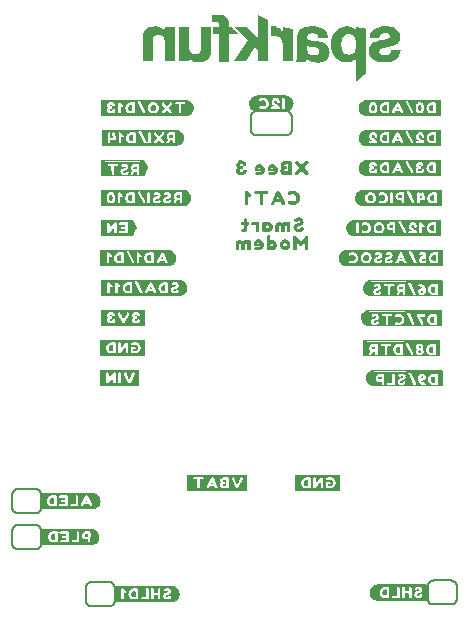
<source format=gbo>
G04 EAGLE Gerber RS-274X export*
G75*
%MOMM*%
%FSLAX34Y34*%
%LPD*%
%INSilkscreen Bottom*%
%IPPOS*%
%AMOC8*
5,1,8,0,0,1.08239X$1,22.5*%
G01*
%ADD10C,0.203200*%

G36*
X373696Y310670D02*
X373696Y310670D01*
X373709Y310670D01*
X374009Y311070D01*
X374009Y311078D01*
X374013Y311081D01*
X374009Y311085D01*
X374009Y311092D01*
X374019Y311100D01*
X374019Y323900D01*
X374006Y323918D01*
X374009Y323930D01*
X373709Y324330D01*
X373678Y324339D01*
X373670Y324349D01*
X370670Y324349D01*
X370634Y324322D01*
X370625Y324319D01*
X370613Y324292D01*
X370599Y324340D01*
X370581Y324334D01*
X370570Y324349D01*
X291970Y324349D01*
X291965Y324346D01*
X291962Y324349D01*
X291362Y324249D01*
X290663Y324149D01*
X290660Y324145D01*
X290658Y324145D01*
X290657Y324145D01*
X290654Y324147D01*
X290054Y323947D01*
X290053Y323944D01*
X290051Y323945D01*
X289351Y323645D01*
X289349Y323643D01*
X289348Y323644D01*
X288748Y323344D01*
X288745Y323337D01*
X288739Y323338D01*
X287739Y322538D01*
X287738Y322534D01*
X287735Y322535D01*
X287235Y322035D01*
X287235Y322031D01*
X287232Y322031D01*
X286832Y321531D01*
X286831Y321527D01*
X286829Y321527D01*
X286429Y320927D01*
X286429Y320923D01*
X286426Y320922D01*
X285826Y319722D01*
X285827Y319715D01*
X285823Y319714D01*
X285784Y319578D01*
X285742Y319431D01*
X285728Y319381D01*
X285686Y319234D01*
X285643Y319086D01*
X285629Y319037D01*
X285623Y319014D01*
X285625Y319009D01*
X285621Y319007D01*
X285521Y318307D01*
X285524Y318302D01*
X285521Y318300D01*
X285521Y317000D01*
X285524Y316996D01*
X285521Y316993D01*
X285621Y316293D01*
X285622Y316292D01*
X285621Y316292D01*
X285721Y315692D01*
X285725Y315689D01*
X285723Y315686D01*
X285923Y314986D01*
X285928Y314982D01*
X285926Y314978D01*
X286226Y314378D01*
X286230Y314376D01*
X286229Y314373D01*
X286629Y313773D01*
X286632Y313772D01*
X286632Y313769D01*
X287432Y312769D01*
X287436Y312768D01*
X287435Y312765D01*
X287935Y312265D01*
X287942Y312264D01*
X287943Y312259D01*
X288541Y311860D01*
X289039Y311462D01*
X289047Y311461D01*
X289048Y311456D01*
X289648Y311156D01*
X289655Y311157D01*
X289656Y311153D01*
X290356Y310953D01*
X290360Y310954D01*
X290362Y310951D01*
X290962Y310851D01*
X290963Y310852D01*
X290963Y310851D01*
X292363Y310651D01*
X292368Y310654D01*
X292370Y310651D01*
X373670Y310651D01*
X373696Y310670D01*
G37*
G36*
X372025Y336062D02*
X372025Y336062D01*
X372035Y336058D01*
X372535Y336358D01*
X372543Y336377D01*
X372550Y336382D01*
X372547Y336386D01*
X372549Y336392D01*
X372559Y336400D01*
X372559Y349200D01*
X372548Y349215D01*
X372552Y349225D01*
X372252Y349725D01*
X372218Y349739D01*
X372210Y349749D01*
X298710Y349749D01*
X298706Y349746D01*
X298703Y349749D01*
X297303Y349549D01*
X297300Y349545D01*
X297298Y349545D01*
X297297Y349545D01*
X297294Y349547D01*
X296694Y349347D01*
X296693Y349344D01*
X296691Y349345D01*
X295991Y349045D01*
X295989Y349043D01*
X295988Y349044D01*
X295388Y348744D01*
X295385Y348737D01*
X295379Y348738D01*
X294379Y347938D01*
X294378Y347934D01*
X294375Y347935D01*
X293875Y347435D01*
X293875Y347431D01*
X293872Y347431D01*
X293472Y346931D01*
X293471Y346927D01*
X293469Y346927D01*
X293069Y346327D01*
X293069Y346323D01*
X293066Y346322D01*
X292466Y345122D01*
X292467Y345117D01*
X292463Y345116D01*
X292263Y344516D01*
X292265Y344509D01*
X292261Y344507D01*
X292061Y343107D01*
X292066Y343098D01*
X292061Y343093D01*
X292161Y342397D01*
X292161Y341800D01*
X292167Y341792D01*
X292163Y341786D01*
X292363Y341086D01*
X292364Y341085D01*
X292363Y341084D01*
X292563Y340484D01*
X292568Y340481D01*
X292566Y340478D01*
X293166Y339278D01*
X293170Y339276D01*
X293169Y339273D01*
X293569Y338673D01*
X293572Y338672D01*
X293572Y338669D01*
X293972Y338169D01*
X293976Y338168D01*
X293975Y338165D01*
X294475Y337665D01*
X294482Y337664D01*
X294483Y337659D01*
X295083Y337259D01*
X295085Y337259D01*
X295085Y337258D01*
X295585Y336958D01*
X295590Y336958D01*
X295591Y336955D01*
X296289Y336655D01*
X296888Y336356D01*
X296899Y336358D01*
X296902Y336351D01*
X297502Y336251D01*
X297503Y336252D01*
X297503Y336251D01*
X298903Y336051D01*
X298908Y336054D01*
X298910Y336051D01*
X372010Y336051D01*
X372025Y336062D01*
G37*
G36*
X156024Y437654D02*
X156024Y437654D01*
X156027Y437651D01*
X158127Y437951D01*
X158132Y437956D01*
X158136Y437953D01*
X158736Y438153D01*
X158739Y438158D01*
X158742Y438156D01*
X159342Y438456D01*
X159344Y438460D01*
X159347Y438459D01*
X159947Y438859D01*
X159948Y438862D01*
X159951Y438862D01*
X160951Y439662D01*
X160952Y439666D01*
X160955Y439665D01*
X161455Y440165D01*
X161456Y440172D01*
X161461Y440173D01*
X161861Y440773D01*
X161861Y440777D01*
X161864Y440778D01*
X162464Y441978D01*
X162463Y441983D01*
X162467Y441984D01*
X162667Y442584D01*
X162666Y442586D01*
X162667Y442586D01*
X162703Y442710D01*
X162717Y442759D01*
X162759Y442907D01*
X162801Y443055D01*
X162815Y443104D01*
X162857Y443252D01*
X162858Y443252D01*
X162857Y443252D01*
X162867Y443286D01*
X162866Y443291D01*
X162869Y443293D01*
X162969Y443993D01*
X162966Y443998D01*
X162969Y444000D01*
X162969Y444600D01*
X162966Y444604D01*
X162969Y444607D01*
X162769Y446007D01*
X162764Y446012D01*
X162767Y446016D01*
X162567Y446615D01*
X162367Y447314D01*
X162362Y447318D01*
X162364Y447322D01*
X162064Y447922D01*
X162057Y447925D01*
X162058Y447931D01*
X161660Y448429D01*
X161261Y449027D01*
X161254Y449030D01*
X161255Y449035D01*
X160755Y449535D01*
X160751Y449535D01*
X160751Y449538D01*
X159751Y450338D01*
X159743Y450339D01*
X159742Y450344D01*
X159142Y450644D01*
X159140Y450644D01*
X159139Y450645D01*
X158439Y450945D01*
X158436Y450945D01*
X158436Y450947D01*
X157836Y451147D01*
X157831Y451145D01*
X157829Y451145D01*
X157827Y451149D01*
X157128Y451249D01*
X156528Y451349D01*
X156523Y451346D01*
X156520Y451349D01*
X84320Y451349D01*
X84273Y451313D01*
X84276Y451309D01*
X84273Y451306D01*
X84275Y451303D01*
X84271Y451300D01*
X84271Y437800D01*
X84307Y437753D01*
X84311Y437756D01*
X84313Y437751D01*
X85013Y437651D01*
X85018Y437654D01*
X85020Y437651D01*
X156020Y437651D01*
X156024Y437654D01*
G37*
G36*
X153854Y361454D02*
X153854Y361454D01*
X153857Y361451D01*
X155257Y361651D01*
X155258Y361652D01*
X155258Y361651D01*
X155858Y361751D01*
X155865Y361759D01*
X155872Y361756D01*
X157672Y362656D01*
X157676Y362664D01*
X157682Y362662D01*
X158282Y363162D01*
X158282Y363166D01*
X158285Y363165D01*
X159185Y364065D01*
X159186Y364072D01*
X159191Y364073D01*
X159591Y364673D01*
X159591Y364677D01*
X159594Y364678D01*
X160194Y365878D01*
X160193Y365883D01*
X160197Y365884D01*
X160397Y366484D01*
X160395Y366491D01*
X160399Y366493D01*
X160599Y367893D01*
X160596Y367898D01*
X160599Y367900D01*
X160599Y369200D01*
X160593Y369208D01*
X160597Y369214D01*
X160398Y369911D01*
X160299Y370508D01*
X160292Y370514D01*
X160295Y370519D01*
X159995Y371219D01*
X159993Y371221D01*
X159994Y371222D01*
X159694Y371822D01*
X159687Y371825D01*
X159688Y371831D01*
X158888Y372831D01*
X158884Y372832D01*
X158885Y372835D01*
X157885Y373835D01*
X157873Y373836D01*
X157872Y373844D01*
X156072Y374744D01*
X156065Y374743D01*
X156064Y374747D01*
X155364Y374947D01*
X155360Y374946D01*
X155358Y374949D01*
X154758Y375049D01*
X154757Y375048D01*
X154757Y375049D01*
X154057Y375149D01*
X154052Y375146D01*
X154050Y375149D01*
X153850Y375149D01*
X153819Y375125D01*
X153807Y375124D01*
X153791Y375095D01*
X153790Y375096D01*
X153785Y375135D01*
X153763Y375132D01*
X153750Y375149D01*
X84750Y375149D01*
X84745Y375146D01*
X84742Y375149D01*
X84142Y375049D01*
X84105Y375010D01*
X84103Y375008D01*
X84103Y375007D01*
X84101Y375005D01*
X84104Y375003D01*
X84101Y375000D01*
X84101Y361500D01*
X84137Y361453D01*
X84144Y361458D01*
X84150Y361451D01*
X153850Y361451D01*
X153854Y361454D01*
G37*
G36*
X372867Y361487D02*
X372867Y361487D01*
X372862Y361494D01*
X372869Y361500D01*
X372869Y375000D01*
X372833Y375047D01*
X372829Y375044D01*
X372827Y375049D01*
X372127Y375149D01*
X372122Y375146D01*
X372120Y375149D01*
X305720Y375149D01*
X305715Y375146D01*
X305712Y375149D01*
X305112Y375049D01*
X305109Y375045D01*
X305106Y375047D01*
X304406Y374847D01*
X304405Y374846D01*
X304404Y374847D01*
X303804Y374647D01*
X303803Y374644D01*
X303801Y374645D01*
X303101Y374345D01*
X303098Y374341D01*
X303095Y374342D01*
X302595Y374042D01*
X302594Y374041D01*
X302593Y374041D01*
X301993Y373641D01*
X301992Y373638D01*
X301989Y373638D01*
X301489Y373238D01*
X301488Y373234D01*
X301485Y373235D01*
X300985Y372735D01*
X300984Y372728D01*
X300979Y372727D01*
X300579Y372127D01*
X300579Y372126D01*
X300578Y372125D01*
X300278Y371625D01*
X300278Y371622D01*
X300276Y371622D01*
X299976Y371022D01*
X299976Y371020D01*
X299975Y371019D01*
X299675Y370319D01*
X299677Y370311D01*
X299671Y370308D01*
X299571Y369708D01*
X299572Y369707D01*
X299571Y369707D01*
X299371Y368307D01*
X299376Y368298D01*
X299371Y368293D01*
X299471Y367593D01*
X299472Y367592D01*
X299471Y367592D01*
X299571Y366992D01*
X299671Y366293D01*
X299679Y366285D01*
X299676Y366278D01*
X300576Y364478D01*
X300580Y364476D01*
X300579Y364473D01*
X300979Y363873D01*
X300989Y363869D01*
X300989Y363862D01*
X301487Y363463D01*
X301985Y362965D01*
X301989Y362965D01*
X301989Y362962D01*
X302489Y362562D01*
X302497Y362561D01*
X302498Y362556D01*
X303698Y361956D01*
X303705Y361957D01*
X303706Y361953D01*
X304405Y361753D01*
X305004Y361553D01*
X305011Y361555D01*
X305013Y361551D01*
X305713Y361451D01*
X305718Y361454D01*
X305720Y361451D01*
X372820Y361451D01*
X372867Y361487D01*
G37*
G36*
X151284Y285254D02*
X151284Y285254D01*
X151287Y285251D01*
X151987Y285351D01*
X151992Y285356D01*
X151996Y285353D01*
X152595Y285553D01*
X153294Y285753D01*
X153298Y285758D01*
X153302Y285756D01*
X154502Y286356D01*
X154505Y286363D01*
X154511Y286362D01*
X155011Y286762D01*
X155012Y286766D01*
X155015Y286765D01*
X156015Y287765D01*
X156015Y287769D01*
X156018Y287769D01*
X156418Y288269D01*
X156419Y288277D01*
X156424Y288278D01*
X157024Y289478D01*
X157023Y289483D01*
X157027Y289484D01*
X157227Y290084D01*
X157226Y290086D01*
X157227Y290086D01*
X157235Y290113D01*
X157277Y290261D01*
X157291Y290310D01*
X157333Y290458D01*
X157334Y290458D01*
X157333Y290458D01*
X157376Y290606D01*
X157390Y290655D01*
X157427Y290786D01*
X157426Y290791D01*
X157429Y290793D01*
X157529Y291493D01*
X157526Y291498D01*
X157529Y291500D01*
X157529Y292800D01*
X157526Y292804D01*
X157529Y292807D01*
X157429Y293507D01*
X157424Y293512D01*
X157427Y293516D01*
X157227Y294115D01*
X157027Y294814D01*
X157022Y294818D01*
X157024Y294822D01*
X156724Y295422D01*
X156720Y295424D01*
X156721Y295427D01*
X156321Y296027D01*
X156318Y296028D01*
X156318Y296031D01*
X155918Y296531D01*
X155914Y296532D01*
X155915Y296535D01*
X155415Y297035D01*
X155411Y297035D01*
X155411Y297038D01*
X154411Y297838D01*
X154407Y297839D01*
X154407Y297841D01*
X153807Y298241D01*
X153798Y298240D01*
X153796Y298247D01*
X153196Y298447D01*
X153194Y298446D01*
X153194Y298447D01*
X152495Y298647D01*
X151896Y298847D01*
X151889Y298845D01*
X151887Y298849D01*
X151187Y298949D01*
X151182Y298946D01*
X151180Y298949D01*
X150780Y298949D01*
X150749Y298926D01*
X150737Y298924D01*
X150721Y298895D01*
X150720Y298896D01*
X150715Y298935D01*
X150693Y298932D01*
X150680Y298949D01*
X85080Y298949D01*
X85071Y298942D01*
X85062Y298936D01*
X85050Y298939D01*
X84650Y298639D01*
X84645Y298620D01*
X84633Y298611D01*
X84637Y298605D01*
X84631Y298600D01*
X84631Y285700D01*
X84640Y285687D01*
X84636Y285678D01*
X84836Y285278D01*
X84873Y285260D01*
X84880Y285251D01*
X151280Y285251D01*
X151284Y285254D01*
G37*
G36*
X371595Y412254D02*
X371595Y412254D01*
X371598Y412251D01*
X372198Y412351D01*
X372239Y412395D01*
X372236Y412398D01*
X372239Y412400D01*
X372239Y425300D01*
X372236Y425305D01*
X372239Y425308D01*
X372139Y425908D01*
X372095Y425949D01*
X372093Y425946D01*
X372090Y425949D01*
X309190Y425949D01*
X309186Y425946D01*
X309183Y425949D01*
X308483Y425849D01*
X308482Y425848D01*
X308482Y425849D01*
X307882Y425749D01*
X307879Y425745D01*
X307876Y425747D01*
X307176Y425547D01*
X307175Y425546D01*
X307174Y425547D01*
X306574Y425347D01*
X306571Y425342D01*
X306568Y425344D01*
X305968Y425044D01*
X305966Y425040D01*
X305963Y425041D01*
X305363Y424641D01*
X305362Y424638D01*
X305359Y424638D01*
X304859Y424238D01*
X304858Y424234D01*
X304855Y424235D01*
X304355Y423735D01*
X304355Y423731D01*
X304352Y423731D01*
X303952Y423231D01*
X303951Y423227D01*
X303949Y423227D01*
X303549Y422627D01*
X303549Y422623D01*
X303546Y422622D01*
X302946Y421422D01*
X302947Y421415D01*
X302943Y421414D01*
X302932Y421375D01*
X302890Y421228D01*
X302847Y421080D01*
X302833Y421031D01*
X302791Y420883D01*
X302749Y420735D01*
X302743Y420714D01*
X302744Y420710D01*
X302741Y420708D01*
X302641Y420108D01*
X302642Y420107D01*
X302641Y420107D01*
X302541Y419407D01*
X302544Y419402D01*
X302541Y419400D01*
X302541Y418700D01*
X302544Y418695D01*
X302541Y418692D01*
X302641Y418092D01*
X302741Y417393D01*
X302745Y417389D01*
X302743Y417386D01*
X302943Y416686D01*
X302948Y416682D01*
X302946Y416678D01*
X303546Y415478D01*
X303553Y415475D01*
X303552Y415469D01*
X304352Y414469D01*
X304356Y414468D01*
X304355Y414465D01*
X304855Y413965D01*
X304862Y413964D01*
X304863Y413959D01*
X305461Y413560D01*
X305959Y413162D01*
X305967Y413161D01*
X305968Y413156D01*
X306568Y412856D01*
X306575Y412857D01*
X306576Y412853D01*
X307275Y412653D01*
X307874Y412453D01*
X307881Y412455D01*
X307883Y412451D01*
X309283Y412251D01*
X309288Y412254D01*
X309290Y412251D01*
X371590Y412251D01*
X371595Y412254D01*
G37*
G36*
X148315Y412254D02*
X148315Y412254D01*
X148318Y412251D01*
X148918Y412351D01*
X148921Y412355D01*
X148924Y412353D01*
X150324Y412753D01*
X150328Y412758D01*
X150332Y412756D01*
X151532Y413356D01*
X151535Y413363D01*
X151541Y413362D01*
X152541Y414162D01*
X152542Y414166D01*
X152545Y414165D01*
X153045Y414665D01*
X153046Y414672D01*
X153051Y414673D01*
X153451Y415273D01*
X153451Y415277D01*
X153454Y415278D01*
X154354Y417078D01*
X154352Y417089D01*
X154359Y417093D01*
X154459Y417792D01*
X154559Y418392D01*
X154558Y418393D01*
X154559Y418393D01*
X154659Y419093D01*
X154654Y419102D01*
X154659Y419107D01*
X154559Y419807D01*
X154558Y419808D01*
X154559Y419808D01*
X154459Y420408D01*
X154359Y421107D01*
X154351Y421115D01*
X154354Y421122D01*
X153454Y422922D01*
X153450Y422924D01*
X153451Y422927D01*
X153051Y423527D01*
X153044Y423530D01*
X153045Y423535D01*
X152545Y424035D01*
X152541Y424035D01*
X152541Y424038D01*
X151541Y424838D01*
X151533Y424839D01*
X151532Y424844D01*
X150332Y425444D01*
X150325Y425443D01*
X150324Y425447D01*
X148924Y425847D01*
X148920Y425846D01*
X148918Y425849D01*
X148318Y425949D01*
X148313Y425946D01*
X148310Y425949D01*
X85510Y425949D01*
X85501Y425942D01*
X85498Y425942D01*
X85494Y425939D01*
X85485Y425942D01*
X84985Y425642D01*
X84976Y425621D01*
X84963Y425611D01*
X84967Y425605D01*
X84961Y425600D01*
X84961Y412800D01*
X84972Y412785D01*
X84968Y412775D01*
X85268Y412275D01*
X85302Y412261D01*
X85310Y412251D01*
X148310Y412251D01*
X148315Y412254D01*
G37*
G36*
X372037Y437687D02*
X372037Y437687D01*
X372035Y437690D01*
X372039Y437692D01*
X372139Y438292D01*
X372136Y438297D01*
X372139Y438300D01*
X372139Y451100D01*
X372107Y451143D01*
X372106Y451147D01*
X371506Y451347D01*
X371495Y451343D01*
X371490Y451349D01*
X309090Y451349D01*
X309086Y451346D01*
X309083Y451349D01*
X308383Y451249D01*
X308378Y451244D01*
X308374Y451247D01*
X307775Y451047D01*
X307076Y450847D01*
X307075Y450846D01*
X307074Y450847D01*
X306474Y450647D01*
X306469Y450639D01*
X306463Y450641D01*
X305263Y449841D01*
X305262Y449838D01*
X305259Y449838D01*
X304759Y449438D01*
X304757Y449431D01*
X304752Y449431D01*
X304353Y448933D01*
X303855Y448435D01*
X303854Y448423D01*
X303846Y448422D01*
X302946Y446622D01*
X302948Y446611D01*
X302941Y446607D01*
X302841Y445907D01*
X302741Y445208D01*
X302641Y444608D01*
X302647Y444598D01*
X302641Y444593D01*
X302741Y443897D01*
X302741Y443200D01*
X302748Y443191D01*
X302743Y443184D01*
X302943Y442585D01*
X303143Y441886D01*
X303148Y441882D01*
X303146Y441878D01*
X303446Y441278D01*
X303450Y441276D01*
X303449Y441273D01*
X303849Y440673D01*
X303852Y440672D01*
X303852Y440669D01*
X304652Y439669D01*
X304656Y439668D01*
X304655Y439665D01*
X305155Y439165D01*
X305162Y439164D01*
X305163Y439159D01*
X305763Y438759D01*
X305767Y438759D01*
X305768Y438756D01*
X306968Y438156D01*
X306973Y438157D01*
X306974Y438153D01*
X307574Y437953D01*
X307576Y437954D01*
X307576Y437953D01*
X308276Y437753D01*
X308281Y437755D01*
X308283Y437751D01*
X308983Y437651D01*
X308988Y437654D01*
X308990Y437651D01*
X371990Y437651D01*
X372037Y437687D01*
G37*
G36*
X371928Y386880D02*
X371928Y386880D01*
X371936Y386882D01*
X372136Y387382D01*
X372132Y387395D01*
X372139Y387400D01*
X372139Y400300D01*
X372110Y400338D01*
X372108Y400346D01*
X371608Y400546D01*
X371596Y400542D01*
X371595Y400542D01*
X371590Y400549D01*
X309090Y400549D01*
X309086Y400546D01*
X309083Y400549D01*
X308383Y400449D01*
X308378Y400444D01*
X308374Y400447D01*
X307775Y400247D01*
X307076Y400047D01*
X307075Y400046D01*
X307074Y400047D01*
X306474Y399847D01*
X306469Y399839D01*
X306463Y399841D01*
X305864Y399442D01*
X305365Y399142D01*
X305363Y399137D01*
X305358Y399138D01*
X304758Y398638D01*
X304757Y398631D01*
X304752Y398631D01*
X303952Y397631D01*
X303951Y397627D01*
X303949Y397627D01*
X303549Y397027D01*
X303549Y397023D01*
X303546Y397022D01*
X303246Y396422D01*
X303246Y396419D01*
X303245Y396419D01*
X303247Y396417D01*
X303243Y396416D01*
X303043Y395816D01*
X303044Y395814D01*
X303043Y395814D01*
X303019Y395729D01*
X302976Y395581D01*
X302962Y395532D01*
X302920Y395384D01*
X302878Y395237D01*
X302864Y395187D01*
X302843Y395114D01*
X302844Y395110D01*
X302841Y395108D01*
X302741Y394508D01*
X302742Y394507D01*
X302741Y394507D01*
X302641Y393807D01*
X302646Y393798D01*
X302641Y393793D01*
X302741Y393097D01*
X302741Y392400D01*
X302748Y392391D01*
X302743Y392384D01*
X302943Y391785D01*
X303143Y391086D01*
X303148Y391082D01*
X303146Y391078D01*
X303446Y390478D01*
X303450Y390476D01*
X303449Y390473D01*
X303849Y389873D01*
X303852Y389872D01*
X303852Y389869D01*
X304652Y388869D01*
X304656Y388868D01*
X304655Y388865D01*
X305155Y388365D01*
X305162Y388364D01*
X305163Y388359D01*
X305763Y387959D01*
X305767Y387959D01*
X305768Y387956D01*
X306968Y387356D01*
X306973Y387357D01*
X306974Y387353D01*
X307574Y387153D01*
X307576Y387154D01*
X307576Y387153D01*
X308276Y386953D01*
X308286Y386956D01*
X308290Y386951D01*
X308887Y386951D01*
X309583Y386851D01*
X309588Y386854D01*
X309590Y386851D01*
X371890Y386851D01*
X371928Y386880D01*
G37*
G36*
X372378Y259864D02*
X372378Y259864D01*
X372390Y259861D01*
X372790Y260161D01*
X372794Y260177D01*
X372801Y260182D01*
X372797Y260188D01*
X372799Y260192D01*
X372809Y260200D01*
X372809Y273100D01*
X372796Y273118D01*
X372799Y273130D01*
X372499Y273530D01*
X372468Y273539D01*
X372460Y273549D01*
X311060Y273549D01*
X311055Y273546D01*
X311052Y273549D01*
X310452Y273449D01*
X309753Y273349D01*
X309750Y273345D01*
X309749Y273345D01*
X309746Y273347D01*
X309046Y273147D01*
X309042Y273142D01*
X309038Y273144D01*
X307838Y272544D01*
X307835Y272537D01*
X307829Y272538D01*
X307331Y272140D01*
X306733Y271741D01*
X306729Y271731D01*
X306722Y271731D01*
X306323Y271233D01*
X305825Y270735D01*
X305824Y270723D01*
X305816Y270722D01*
X304916Y268922D01*
X304917Y268915D01*
X304913Y268914D01*
X304874Y268778D01*
X304832Y268631D01*
X304818Y268581D01*
X304776Y268434D01*
X304733Y268286D01*
X304719Y268237D01*
X304713Y268214D01*
X304714Y268210D01*
X304711Y268208D01*
X304611Y267608D01*
X304612Y267607D01*
X304611Y267607D01*
X304511Y266907D01*
X304516Y266898D01*
X304511Y266893D01*
X304611Y266197D01*
X304611Y265600D01*
X304617Y265592D01*
X304613Y265586D01*
X305013Y264186D01*
X305018Y264182D01*
X305016Y264178D01*
X305616Y262978D01*
X305623Y262975D01*
X305622Y262969D01*
X306022Y262469D01*
X306026Y262468D01*
X306025Y262465D01*
X306523Y261967D01*
X306922Y261469D01*
X306932Y261467D01*
X306933Y261459D01*
X307533Y261059D01*
X307537Y261059D01*
X307538Y261056D01*
X309338Y260156D01*
X309349Y260158D01*
X309353Y260151D01*
X310052Y260051D01*
X310652Y259951D01*
X310653Y259952D01*
X310653Y259951D01*
X311353Y259851D01*
X311358Y259854D01*
X311360Y259851D01*
X372360Y259851D01*
X372378Y259864D01*
G37*
G36*
X373041Y285259D02*
X373041Y285259D01*
X373048Y285254D01*
X373548Y285454D01*
X373563Y285478D01*
X373570Y285484D01*
X373568Y285487D01*
X373573Y285495D01*
X373579Y285500D01*
X373579Y298400D01*
X373571Y298411D01*
X373576Y298418D01*
X373376Y298918D01*
X373335Y298943D01*
X373330Y298949D01*
X313230Y298949D01*
X313227Y298947D01*
X313224Y298949D01*
X313223Y298948D01*
X313223Y298949D01*
X312527Y298849D01*
X311930Y298849D01*
X311923Y298844D01*
X311921Y298844D01*
X311916Y298847D01*
X311216Y298647D01*
X311215Y298646D01*
X311214Y298647D01*
X310614Y298447D01*
X310611Y298442D01*
X310608Y298444D01*
X310008Y298144D01*
X310006Y298140D01*
X310003Y298141D01*
X308803Y297341D01*
X308802Y297338D01*
X308799Y297338D01*
X308299Y296938D01*
X308297Y296931D01*
X308292Y296931D01*
X307892Y296431D01*
X307891Y296427D01*
X307889Y296427D01*
X307490Y295829D01*
X307092Y295331D01*
X307091Y295321D01*
X307085Y295319D01*
X306785Y294619D01*
X306786Y294616D01*
X306783Y294616D01*
X306583Y294016D01*
X306585Y294009D01*
X306581Y294007D01*
X306481Y293308D01*
X306381Y292708D01*
X306382Y292707D01*
X306381Y292707D01*
X306281Y292007D01*
X306286Y291998D01*
X306281Y291993D01*
X306381Y291293D01*
X306382Y291292D01*
X306381Y291292D01*
X306481Y290692D01*
X306485Y290689D01*
X306483Y290686D01*
X306683Y289986D01*
X306684Y289985D01*
X306683Y289984D01*
X306883Y289384D01*
X306888Y289381D01*
X306886Y289378D01*
X307186Y288778D01*
X307190Y288776D01*
X307189Y288773D01*
X307589Y288173D01*
X307592Y288172D01*
X307592Y288169D01*
X307992Y287669D01*
X307996Y287668D01*
X307995Y287665D01*
X308995Y286665D01*
X308999Y286665D01*
X308999Y286662D01*
X309499Y286262D01*
X309507Y286261D01*
X309508Y286256D01*
X310108Y285956D01*
X310115Y285957D01*
X310116Y285953D01*
X310812Y285754D01*
X311408Y285456D01*
X311419Y285458D01*
X311423Y285451D01*
X312122Y285351D01*
X312722Y285251D01*
X312727Y285254D01*
X312730Y285251D01*
X373030Y285251D01*
X373041Y285259D01*
G37*
G36*
X300759Y466991D02*
X300759Y466991D01*
X300821Y466993D01*
X300843Y467006D01*
X300869Y467010D01*
X300940Y467058D01*
X300973Y467076D01*
X300979Y467084D01*
X300989Y467091D01*
X301874Y467976D01*
X302858Y468763D01*
X302864Y468771D01*
X302874Y468777D01*
X303874Y469677D01*
X303880Y469685D01*
X303889Y469691D01*
X304774Y470576D01*
X305758Y471363D01*
X305764Y471371D01*
X305774Y471377D01*
X306766Y472270D01*
X307758Y473063D01*
X307769Y473078D01*
X307789Y473091D01*
X308689Y473991D01*
X308729Y474056D01*
X308773Y474118D01*
X308775Y474130D01*
X308780Y474138D01*
X308784Y474175D01*
X308800Y474260D01*
X308800Y511160D01*
X308798Y511169D01*
X308800Y511179D01*
X308778Y511253D01*
X308761Y511329D01*
X308755Y511336D01*
X308752Y511345D01*
X308700Y511403D01*
X308651Y511462D01*
X308642Y511466D01*
X308635Y511473D01*
X308503Y511531D01*
X306703Y511931D01*
X306684Y511931D01*
X306662Y511938D01*
X305778Y512036D01*
X304795Y512233D01*
X304780Y512232D01*
X304762Y512238D01*
X303882Y512336D01*
X302103Y512731D01*
X302083Y512731D01*
X302058Y512738D01*
X301058Y512838D01*
X300989Y512829D01*
X300919Y512827D01*
X300904Y512818D01*
X300886Y512816D01*
X300828Y512777D01*
X300767Y512744D01*
X300757Y512729D01*
X300742Y512720D01*
X300707Y512659D01*
X300667Y512602D01*
X300664Y512583D01*
X300656Y512569D01*
X300653Y512530D01*
X300640Y512460D01*
X300640Y510029D01*
X300528Y510184D01*
X300517Y510193D01*
X300513Y510201D01*
X300510Y510203D01*
X300504Y510213D01*
X300177Y510581D01*
X299839Y510961D01*
X299704Y511113D01*
X299675Y511133D01*
X299638Y511172D01*
X297638Y512572D01*
X297603Y512586D01*
X297550Y512617D01*
X296450Y513017D01*
X296433Y513019D01*
X296412Y513029D01*
X295212Y513329D01*
X295198Y513329D01*
X295183Y513335D01*
X293983Y513535D01*
X293967Y513534D01*
X293949Y513539D01*
X292649Y513639D01*
X292621Y513635D01*
X292583Y513638D01*
X289483Y513338D01*
X289451Y513327D01*
X289400Y513321D01*
X286700Y512421D01*
X286667Y512400D01*
X286606Y512374D01*
X284406Y510874D01*
X284383Y510850D01*
X284344Y510822D01*
X282544Y508922D01*
X282526Y508890D01*
X282489Y508847D01*
X281189Y506547D01*
X281183Y506526D01*
X281167Y506501D01*
X280167Y504001D01*
X280163Y503974D01*
X280148Y503940D01*
X279548Y501140D01*
X279549Y501116D01*
X279541Y501085D01*
X279341Y498085D01*
X279344Y498063D01*
X279341Y498033D01*
X279541Y495233D01*
X279548Y495210D01*
X279549Y495178D01*
X280149Y492478D01*
X280161Y492452D01*
X280169Y492414D01*
X281169Y490014D01*
X281182Y489995D01*
X281193Y489967D01*
X282493Y487767D01*
X282517Y487742D01*
X282544Y487699D01*
X284344Y485799D01*
X284373Y485780D01*
X284409Y485744D01*
X286509Y484344D01*
X286543Y484331D01*
X286591Y484302D01*
X289091Y483402D01*
X289127Y483398D01*
X289181Y483382D01*
X292081Y483082D01*
X292110Y483085D01*
X292149Y483081D01*
X293449Y483181D01*
X293462Y483185D01*
X293478Y483184D01*
X294778Y483384D01*
X294796Y483391D01*
X294820Y483393D01*
X295920Y483693D01*
X295939Y483703D01*
X295966Y483709D01*
X297166Y484209D01*
X297186Y484223D01*
X297216Y484234D01*
X298216Y484834D01*
X298224Y484842D01*
X298238Y484849D01*
X299238Y485549D01*
X299262Y485575D01*
X299304Y485607D01*
X300104Y486507D01*
X300108Y486515D01*
X300117Y486522D01*
X300340Y486801D01*
X300340Y467360D01*
X300346Y467335D01*
X300343Y467309D01*
X300365Y467252D01*
X300379Y467191D01*
X300396Y467171D01*
X300405Y467147D01*
X300450Y467105D01*
X300489Y467058D01*
X300513Y467047D01*
X300532Y467030D01*
X300591Y467012D01*
X300648Y466987D01*
X300673Y466988D01*
X300698Y466980D01*
X300759Y466991D01*
G37*
G36*
X371737Y234487D02*
X371737Y234487D01*
X371734Y234491D01*
X371739Y234493D01*
X371839Y235193D01*
X371836Y235198D01*
X371839Y235200D01*
X371839Y248000D01*
X371803Y248047D01*
X371799Y248044D01*
X371797Y248049D01*
X371097Y248149D01*
X371092Y248146D01*
X371090Y248149D01*
X306790Y248149D01*
X306781Y248142D01*
X306772Y248136D01*
X306760Y248139D01*
X306360Y247839D01*
X306355Y247820D01*
X306343Y247811D01*
X306347Y247805D01*
X306341Y247800D01*
X306341Y234900D01*
X306354Y234882D01*
X306351Y234870D01*
X306651Y234470D01*
X306682Y234462D01*
X306690Y234451D01*
X371690Y234451D01*
X371737Y234487D01*
G37*
G36*
X373111Y209059D02*
X373111Y209059D01*
X373118Y209054D01*
X373618Y209254D01*
X373633Y209278D01*
X373640Y209284D01*
X373638Y209287D01*
X373643Y209295D01*
X373649Y209300D01*
X373649Y222200D01*
X373641Y222211D01*
X373646Y222218D01*
X373446Y222718D01*
X373405Y222743D01*
X373400Y222749D01*
X315400Y222749D01*
X315397Y222747D01*
X315394Y222749D01*
X315389Y222741D01*
X315353Y222713D01*
X315357Y222707D01*
X315356Y222706D01*
X315363Y222696D01*
X315361Y222692D01*
X315343Y222724D01*
X315305Y222740D01*
X315304Y222742D01*
X315301Y222742D01*
X315297Y222744D01*
X315292Y222749D01*
X314692Y222649D01*
X313993Y222549D01*
X313990Y222545D01*
X313988Y222545D01*
X313987Y222545D01*
X313984Y222547D01*
X313384Y222347D01*
X313383Y222344D01*
X313381Y222345D01*
X312681Y222045D01*
X312679Y222043D01*
X312678Y222044D01*
X312078Y221744D01*
X312075Y221737D01*
X312069Y221738D01*
X311069Y220938D01*
X311068Y220934D01*
X311065Y220935D01*
X310065Y219935D01*
X310064Y219926D01*
X310058Y219925D01*
X309758Y219425D01*
X309758Y219422D01*
X309756Y219422D01*
X309456Y218822D01*
X309456Y218820D01*
X309455Y218819D01*
X309155Y218119D01*
X309156Y218116D01*
X309153Y218116D01*
X308953Y217516D01*
X308955Y217509D01*
X308951Y217507D01*
X308751Y216107D01*
X308754Y216102D01*
X308751Y216100D01*
X308751Y215500D01*
X308754Y215496D01*
X308751Y215493D01*
X308851Y214793D01*
X308855Y214789D01*
X308853Y214786D01*
X309053Y214086D01*
X309054Y214085D01*
X309053Y214084D01*
X309453Y212884D01*
X309461Y212879D01*
X309459Y212873D01*
X310259Y211673D01*
X310262Y211672D01*
X310262Y211669D01*
X310662Y211169D01*
X310666Y211168D01*
X310665Y211165D01*
X311165Y210665D01*
X311169Y210665D01*
X311169Y210662D01*
X311669Y210262D01*
X311677Y210261D01*
X311678Y210256D01*
X312878Y209656D01*
X312880Y209656D01*
X312881Y209655D01*
X313581Y209355D01*
X313589Y209357D01*
X313592Y209351D01*
X314192Y209251D01*
X314193Y209252D01*
X314193Y209251D01*
X315593Y209051D01*
X315598Y209054D01*
X315600Y209051D01*
X373100Y209051D01*
X373111Y209059D01*
G37*
G36*
X141301Y310651D02*
X141301Y310651D01*
X141302Y310651D01*
X141304Y310654D01*
X141307Y310651D01*
X142007Y310751D01*
X142008Y310752D01*
X142008Y310751D01*
X142608Y310851D01*
X142611Y310855D01*
X142614Y310853D01*
X143314Y311053D01*
X143315Y311054D01*
X143316Y311053D01*
X143916Y311253D01*
X143919Y311258D01*
X143922Y311256D01*
X144522Y311556D01*
X144524Y311560D01*
X144527Y311559D01*
X145127Y311959D01*
X145128Y311962D01*
X145131Y311962D01*
X146131Y312762D01*
X146133Y312769D01*
X146138Y312768D01*
X146638Y313368D01*
X146638Y313374D01*
X146642Y313375D01*
X146942Y313874D01*
X147341Y314473D01*
X147341Y314478D01*
X147342Y314479D01*
X147340Y314481D01*
X147340Y314482D01*
X147347Y314484D01*
X147547Y315084D01*
X147546Y315086D01*
X147547Y315086D01*
X147557Y315119D01*
X147571Y315168D01*
X147613Y315316D01*
X147655Y315464D01*
X147669Y315513D01*
X147711Y315661D01*
X147712Y315661D01*
X147711Y315661D01*
X147747Y315785D01*
X147947Y316384D01*
X147945Y316391D01*
X147949Y316393D01*
X148049Y317093D01*
X148046Y317098D01*
X148049Y317100D01*
X148049Y317800D01*
X148046Y317804D01*
X148049Y317807D01*
X147949Y318507D01*
X147948Y318508D01*
X147949Y318508D01*
X147849Y319108D01*
X147845Y319111D01*
X147847Y319114D01*
X147647Y319814D01*
X147642Y319818D01*
X147644Y319822D01*
X147044Y321022D01*
X147040Y321024D01*
X147041Y321027D01*
X146641Y321627D01*
X146638Y321628D01*
X146638Y321631D01*
X146238Y322131D01*
X146234Y322132D01*
X146235Y322135D01*
X145735Y322635D01*
X145731Y322635D01*
X145731Y322638D01*
X145231Y323038D01*
X145223Y323039D01*
X145222Y323044D01*
X144625Y323343D01*
X144027Y323741D01*
X144018Y323740D01*
X144016Y323747D01*
X143416Y323947D01*
X143414Y323946D01*
X143414Y323947D01*
X142714Y324147D01*
X142710Y324146D01*
X142708Y324149D01*
X142108Y324249D01*
X142107Y324248D01*
X142107Y324249D01*
X141407Y324349D01*
X141402Y324346D01*
X141400Y324349D01*
X84300Y324349D01*
X84274Y324330D01*
X84261Y324330D01*
X83961Y323930D01*
X83961Y323918D01*
X83953Y323912D01*
X83958Y323905D01*
X83951Y323900D01*
X83951Y311000D01*
X83970Y310974D01*
X83970Y310961D01*
X84370Y310661D01*
X84392Y310661D01*
X84400Y310651D01*
X141300Y310651D01*
X141301Y310651D01*
G37*
G36*
X144325Y26174D02*
X144325Y26174D01*
X144328Y26171D01*
X144928Y26271D01*
X145627Y26371D01*
X146327Y26471D01*
X146335Y26479D01*
X146342Y26476D01*
X148142Y27376D01*
X148145Y27383D01*
X148151Y27382D01*
X148651Y27782D01*
X148652Y27786D01*
X148655Y27785D01*
X149655Y28785D01*
X149655Y28789D01*
X149658Y28789D01*
X150058Y29289D01*
X150059Y29297D01*
X150064Y29298D01*
X150664Y30498D01*
X150663Y30505D01*
X150667Y30506D01*
X150691Y30590D01*
X150705Y30639D01*
X150747Y30787D01*
X150748Y30787D01*
X150747Y30787D01*
X150790Y30935D01*
X150804Y30984D01*
X150846Y31132D01*
X150867Y31206D01*
X150866Y31211D01*
X150869Y31213D01*
X150969Y31912D01*
X151069Y32512D01*
X151066Y32517D01*
X151069Y32520D01*
X151069Y33920D01*
X151062Y33929D01*
X151067Y33936D01*
X150868Y34531D01*
X150769Y35227D01*
X150761Y35235D01*
X150764Y35242D01*
X150164Y36442D01*
X150160Y36444D01*
X150161Y36447D01*
X149761Y37047D01*
X149758Y37048D01*
X149758Y37051D01*
X149358Y37551D01*
X149354Y37552D01*
X149355Y37555D01*
X148855Y38055D01*
X148851Y38055D01*
X148851Y38058D01*
X148351Y38458D01*
X148347Y38459D01*
X148347Y38461D01*
X147747Y38861D01*
X147743Y38861D01*
X147742Y38864D01*
X146542Y39464D01*
X146537Y39463D01*
X146536Y39467D01*
X145936Y39667D01*
X145931Y39665D01*
X145929Y39665D01*
X145927Y39669D01*
X144527Y39869D01*
X144522Y39866D01*
X144520Y39869D01*
X144320Y39869D01*
X144296Y39851D01*
X144282Y39851D01*
X144259Y39824D01*
X144260Y39848D01*
X144235Y39849D01*
X144220Y39869D01*
X96220Y39869D01*
X96173Y39833D01*
X96176Y39829D01*
X96173Y39826D01*
X96175Y39823D01*
X96171Y39820D01*
X96171Y26220D01*
X96207Y26173D01*
X96214Y26178D01*
X96220Y26171D01*
X144320Y26171D01*
X144325Y26174D01*
G37*
G36*
X208327Y120187D02*
X208327Y120187D01*
X208322Y120194D01*
X208329Y120200D01*
X208329Y133700D01*
X208293Y133747D01*
X208290Y133745D01*
X208288Y133749D01*
X207688Y133849D01*
X207683Y133846D01*
X207680Y133849D01*
X157480Y133849D01*
X157433Y133813D01*
X157436Y133809D01*
X157433Y133806D01*
X157435Y133803D01*
X157431Y133800D01*
X157431Y120200D01*
X157467Y120153D01*
X157474Y120158D01*
X157480Y120151D01*
X208280Y120151D01*
X208327Y120187D01*
G37*
G36*
X77554Y104914D02*
X77554Y104914D01*
X77557Y104911D01*
X78957Y105111D01*
X78962Y105116D01*
X78966Y105113D01*
X79566Y105313D01*
X79567Y105316D01*
X79569Y105315D01*
X80269Y105615D01*
X80272Y105619D01*
X80275Y105618D01*
X80775Y105918D01*
X80776Y105919D01*
X80777Y105919D01*
X81377Y106319D01*
X81380Y106326D01*
X81385Y106325D01*
X81883Y106823D01*
X82381Y107222D01*
X82383Y107232D01*
X82391Y107233D01*
X83191Y108433D01*
X83191Y108437D01*
X83194Y108438D01*
X83494Y109038D01*
X83493Y109043D01*
X83497Y109044D01*
X83897Y110244D01*
X83895Y110251D01*
X83899Y110253D01*
X84099Y111653D01*
X84094Y111662D01*
X84099Y111667D01*
X83999Y112367D01*
X83998Y112368D01*
X83999Y112368D01*
X83899Y112968D01*
X83799Y113667D01*
X83794Y113672D01*
X83797Y113676D01*
X83597Y114276D01*
X83594Y114277D01*
X83595Y114279D01*
X83295Y114979D01*
X83287Y114984D01*
X83288Y114991D01*
X82890Y115489D01*
X82491Y116087D01*
X82488Y116088D01*
X82488Y116091D01*
X82088Y116591D01*
X82081Y116593D01*
X82081Y116598D01*
X81581Y116998D01*
X81577Y116999D01*
X81577Y117001D01*
X80377Y117801D01*
X80373Y117801D01*
X80372Y117804D01*
X79772Y118104D01*
X79767Y118103D01*
X79766Y118107D01*
X79166Y118307D01*
X79164Y118306D01*
X79164Y118307D01*
X78464Y118507D01*
X78454Y118504D01*
X78450Y118509D01*
X77854Y118509D01*
X77258Y118609D01*
X77253Y118606D01*
X77250Y118609D01*
X33850Y118609D01*
X33812Y118580D01*
X33804Y118578D01*
X33604Y118078D01*
X33605Y118076D01*
X33603Y118074D01*
X33607Y118068D01*
X33608Y118065D01*
X33601Y118060D01*
X33601Y105160D01*
X33633Y105117D01*
X33634Y105113D01*
X34234Y104913D01*
X34245Y104917D01*
X34250Y104911D01*
X77550Y104911D01*
X77554Y104914D01*
G37*
G36*
X268836Y482984D02*
X268836Y482984D01*
X268858Y482982D01*
X269858Y483082D01*
X269877Y483088D01*
X269903Y483089D01*
X271703Y483489D01*
X271718Y483496D01*
X271740Y483499D01*
X272640Y483799D01*
X272660Y483812D01*
X272690Y483820D01*
X273370Y484160D01*
X273490Y484220D01*
X273497Y484226D01*
X273509Y484230D01*
X274209Y484630D01*
X274221Y484642D01*
X274241Y484651D01*
X274941Y485151D01*
X274950Y485160D01*
X274963Y485168D01*
X275563Y485668D01*
X275580Y485690D01*
X275609Y485713D01*
X276209Y486413D01*
X276223Y486439D01*
X276250Y486471D01*
X277050Y487871D01*
X277059Y487901D01*
X277081Y487940D01*
X277681Y489740D01*
X277684Y489773D01*
X277698Y489818D01*
X277798Y490718D01*
X277798Y490722D01*
X277799Y490726D01*
X277899Y491826D01*
X277894Y491860D01*
X277897Y491911D01*
X277597Y494111D01*
X277586Y494139D01*
X277581Y494180D01*
X276981Y495980D01*
X276961Y496012D01*
X276940Y496066D01*
X276040Y497466D01*
X276012Y497493D01*
X275963Y497552D01*
X274763Y498552D01*
X274741Y498564D01*
X274716Y498586D01*
X273216Y499486D01*
X273188Y499495D01*
X273154Y499516D01*
X271554Y500116D01*
X271532Y500119D01*
X271507Y500130D01*
X269807Y500530D01*
X269796Y500530D01*
X269783Y500535D01*
X267983Y500835D01*
X267973Y500834D01*
X267962Y500838D01*
X266163Y501038D01*
X264466Y501237D01*
X262998Y501433D01*
X261633Y501823D01*
X260474Y502210D01*
X259676Y502653D01*
X259189Y503302D01*
X259100Y504277D01*
X259100Y504729D01*
X259193Y505282D01*
X259283Y505643D01*
X259458Y506082D01*
X259816Y506618D01*
X260045Y506848D01*
X260300Y506975D01*
X260390Y507020D01*
X260406Y507033D01*
X260431Y507044D01*
X260711Y507231D01*
X260961Y507355D01*
X261053Y507401D01*
X261403Y507489D01*
X261858Y507580D01*
X262220Y507580D01*
X262250Y507587D01*
X262295Y507587D01*
X262758Y507680D01*
X264282Y507680D01*
X265237Y507489D01*
X265628Y507391D01*
X265636Y507391D01*
X265645Y507387D01*
X266096Y507297D01*
X266829Y506931D01*
X267078Y506765D01*
X267625Y506218D01*
X267791Y505969D01*
X267973Y505604D01*
X268167Y505119D01*
X268175Y505107D01*
X268180Y505090D01*
X268357Y504736D01*
X268440Y504322D01*
X268440Y503760D01*
X268451Y503710D01*
X268453Y503659D01*
X268471Y503627D01*
X268479Y503591D01*
X268512Y503552D01*
X268536Y503507D01*
X268566Y503486D01*
X268589Y503458D01*
X268636Y503437D01*
X268678Y503407D01*
X268720Y503399D01*
X268748Y503387D01*
X268778Y503388D01*
X268820Y503380D01*
X276620Y503380D01*
X276697Y503398D01*
X276775Y503413D01*
X276781Y503417D01*
X276789Y503419D01*
X276850Y503470D01*
X276913Y503518D01*
X276917Y503525D01*
X276922Y503529D01*
X276955Y503602D01*
X276990Y503673D01*
X276990Y503681D01*
X276993Y503688D01*
X276992Y503721D01*
X276996Y503818D01*
X276796Y505118D01*
X276795Y505120D01*
X276795Y505123D01*
X276595Y506323D01*
X276584Y506350D01*
X276577Y506390D01*
X276177Y507490D01*
X276158Y507520D01*
X276136Y507571D01*
X274936Y509371D01*
X274920Y509386D01*
X274906Y509410D01*
X274206Y510210D01*
X274188Y510223D01*
X274187Y510225D01*
X274184Y510230D01*
X274181Y510232D01*
X274170Y510246D01*
X273370Y510946D01*
X273341Y510962D01*
X273305Y510992D01*
X272410Y511489D01*
X271416Y512086D01*
X271391Y512094D01*
X271361Y512113D01*
X270361Y512513D01*
X270342Y512516D01*
X270320Y512527D01*
X268120Y513127D01*
X268105Y513127D01*
X268088Y513134D01*
X266988Y513334D01*
X266985Y513334D01*
X266983Y513335D01*
X265783Y513535D01*
X265756Y513533D01*
X265720Y513540D01*
X261220Y513540D01*
X261205Y513537D01*
X261186Y513539D01*
X260086Y513439D01*
X260071Y513434D01*
X260052Y513434D01*
X257852Y513034D01*
X257849Y513033D01*
X257845Y513033D01*
X256845Y512833D01*
X256831Y512826D01*
X256811Y512824D01*
X255811Y512524D01*
X255792Y512514D01*
X255766Y512507D01*
X254866Y512107D01*
X254854Y512098D01*
X254835Y512092D01*
X253935Y511592D01*
X253919Y511577D01*
X253892Y511564D01*
X253092Y510964D01*
X253085Y510956D01*
X253073Y510949D01*
X252373Y510349D01*
X252352Y510321D01*
X252316Y510288D01*
X251716Y509488D01*
X251704Y509462D01*
X251680Y509430D01*
X251280Y508630D01*
X251277Y508616D01*
X251267Y508601D01*
X250867Y507601D01*
X250862Y507570D01*
X250846Y507528D01*
X250646Y506428D01*
X250647Y506412D01*
X250641Y506392D01*
X250541Y505192D01*
X250543Y505177D01*
X250540Y505160D01*
X250540Y488598D01*
X250447Y488135D01*
X250448Y488103D01*
X250440Y488060D01*
X250440Y487698D01*
X250347Y487235D01*
X250348Y487203D01*
X250340Y487160D01*
X250340Y486807D01*
X250151Y486052D01*
X250151Y486016D01*
X250140Y485960D01*
X250140Y485707D01*
X250055Y485366D01*
X249875Y484829D01*
X249704Y484571D01*
X249696Y484551D01*
X249680Y484530D01*
X249580Y484330D01*
X249568Y484280D01*
X249547Y484232D01*
X249548Y484197D01*
X249540Y484162D01*
X249551Y484111D01*
X249553Y484059D01*
X249571Y484028D01*
X249579Y483993D01*
X249611Y483953D01*
X249636Y483907D01*
X249665Y483886D01*
X249688Y483859D01*
X249735Y483837D01*
X249778Y483807D01*
X249819Y483799D01*
X249846Y483787D01*
X249877Y483788D01*
X249920Y483780D01*
X257820Y483780D01*
X257870Y483791D01*
X257921Y483793D01*
X257953Y483811D01*
X257989Y483819D01*
X258028Y483852D01*
X258073Y483876D01*
X258094Y483906D01*
X258122Y483929D01*
X258143Y483976D01*
X258173Y484018D01*
X258181Y484060D01*
X258193Y484088D01*
X258192Y484118D01*
X258200Y484160D01*
X258200Y484209D01*
X258209Y484223D01*
X258260Y484290D01*
X258360Y484490D01*
X258364Y484505D01*
X258373Y484518D01*
X258399Y484652D01*
X258400Y484659D01*
X258400Y484660D01*
X258400Y484709D01*
X258429Y484756D01*
X258473Y484818D01*
X258475Y484830D01*
X258480Y484838D01*
X258484Y484875D01*
X258500Y484960D01*
X258500Y485070D01*
X258560Y485190D01*
X258564Y485205D01*
X258573Y485218D01*
X258599Y485352D01*
X258600Y485359D01*
X258600Y485360D01*
X258600Y485570D01*
X258660Y485690D01*
X258664Y485705D01*
X258673Y485718D01*
X258699Y485852D01*
X258700Y485859D01*
X258700Y485860D01*
X258700Y486069D01*
X259582Y485363D01*
X259596Y485357D01*
X259609Y485344D01*
X260209Y484944D01*
X260217Y484941D01*
X260224Y484934D01*
X260724Y484634D01*
X260737Y484630D01*
X260750Y484620D01*
X261350Y484320D01*
X261373Y484314D01*
X261400Y484299D01*
X261974Y484108D01*
X262550Y483820D01*
X262573Y483814D01*
X262600Y483799D01*
X263200Y483599D01*
X263225Y483597D01*
X263258Y483585D01*
X263836Y483489D01*
X264516Y483294D01*
X264535Y483293D01*
X264558Y483285D01*
X265158Y483185D01*
X265184Y483187D01*
X265220Y483180D01*
X265889Y483180D01*
X266458Y483085D01*
X266462Y483085D01*
X266466Y483084D01*
X267166Y482984D01*
X267190Y482986D01*
X267220Y482980D01*
X268820Y482980D01*
X268836Y482984D01*
G37*
G36*
X360267Y27477D02*
X360267Y27477D01*
X360264Y27481D01*
X360269Y27483D01*
X360369Y28183D01*
X360366Y28188D01*
X360369Y28190D01*
X360369Y40990D01*
X360333Y41037D01*
X360329Y41034D01*
X360327Y41039D01*
X359627Y41139D01*
X359622Y41136D01*
X359620Y41139D01*
X318320Y41139D01*
X318316Y41136D01*
X318313Y41139D01*
X317613Y41039D01*
X317609Y41035D01*
X317606Y41037D01*
X316906Y40837D01*
X316905Y40836D01*
X316904Y40837D01*
X316304Y40637D01*
X316301Y40632D01*
X316298Y40634D01*
X315098Y40034D01*
X315096Y40030D01*
X315093Y40031D01*
X314493Y39631D01*
X314492Y39628D01*
X314489Y39628D01*
X313989Y39228D01*
X313987Y39221D01*
X313982Y39221D01*
X313582Y38721D01*
X313082Y38122D01*
X313082Y38116D01*
X313078Y38115D01*
X312778Y37615D01*
X312778Y37610D01*
X312775Y37609D01*
X312475Y36909D01*
X312476Y36906D01*
X312473Y36906D01*
X312073Y35706D01*
X312075Y35699D01*
X312071Y35697D01*
X311971Y34997D01*
X311974Y34992D01*
X311971Y34990D01*
X311971Y33590D01*
X311974Y33585D01*
X311971Y33582D01*
X312071Y32982D01*
X312075Y32979D01*
X312073Y32976D01*
X312273Y32276D01*
X312274Y32275D01*
X312273Y32274D01*
X312473Y31674D01*
X312478Y31671D01*
X312476Y31668D01*
X313076Y30468D01*
X313080Y30466D01*
X313079Y30463D01*
X313479Y29863D01*
X313489Y29859D01*
X313489Y29852D01*
X313987Y29453D01*
X314485Y28955D01*
X314492Y28954D01*
X314493Y28949D01*
X315093Y28549D01*
X315095Y28549D01*
X315095Y28548D01*
X315595Y28248D01*
X315600Y28248D01*
X315601Y28245D01*
X316301Y27945D01*
X316304Y27946D01*
X316304Y27943D01*
X316904Y27743D01*
X316906Y27744D01*
X316906Y27743D01*
X317606Y27543D01*
X317610Y27544D01*
X317612Y27541D01*
X318212Y27441D01*
X318217Y27444D01*
X318220Y27441D01*
X360220Y27441D01*
X360267Y27477D01*
G37*
G36*
X76054Y74434D02*
X76054Y74434D01*
X76057Y74431D01*
X76753Y74531D01*
X77450Y74531D01*
X77459Y74538D01*
X77466Y74533D01*
X78065Y74733D01*
X78764Y74933D01*
X78768Y74938D01*
X78772Y74936D01*
X79372Y75236D01*
X79374Y75240D01*
X79377Y75239D01*
X79977Y75639D01*
X79978Y75642D01*
X79981Y75642D01*
X80981Y76442D01*
X80982Y76446D01*
X80985Y76445D01*
X81485Y76945D01*
X81486Y76952D01*
X81491Y76953D01*
X81891Y77553D01*
X81891Y77557D01*
X81894Y77558D01*
X82494Y78758D01*
X82493Y78763D01*
X82497Y78764D01*
X82697Y79364D01*
X82696Y79366D01*
X82697Y79366D01*
X82733Y79490D01*
X82747Y79539D01*
X82789Y79687D01*
X82831Y79835D01*
X82845Y79884D01*
X82887Y80032D01*
X82888Y80032D01*
X82887Y80032D01*
X82897Y80066D01*
X82894Y80076D01*
X82899Y80080D01*
X82899Y80677D01*
X82999Y81373D01*
X82994Y81382D01*
X82999Y81387D01*
X82799Y82787D01*
X82794Y82792D01*
X82797Y82796D01*
X82597Y83395D01*
X82397Y84094D01*
X82392Y84098D01*
X82394Y84102D01*
X82094Y84702D01*
X82087Y84705D01*
X82088Y84711D01*
X81690Y85209D01*
X81291Y85807D01*
X81281Y85811D01*
X81281Y85818D01*
X80783Y86217D01*
X80285Y86715D01*
X80281Y86715D01*
X80281Y86718D01*
X79781Y87118D01*
X79773Y87119D01*
X79772Y87124D01*
X79172Y87424D01*
X79170Y87424D01*
X79169Y87425D01*
X78469Y87725D01*
X78466Y87725D01*
X78466Y87727D01*
X77866Y87927D01*
X77861Y87925D01*
X77859Y87925D01*
X77857Y87929D01*
X76457Y88129D01*
X76452Y88126D01*
X76450Y88129D01*
X34850Y88129D01*
X34803Y88093D01*
X34806Y88089D01*
X34801Y88087D01*
X34701Y87387D01*
X34704Y87382D01*
X34701Y87380D01*
X34701Y74580D01*
X34737Y74533D01*
X34741Y74536D01*
X34743Y74531D01*
X35443Y74431D01*
X35448Y74434D01*
X35450Y74431D01*
X76050Y74431D01*
X76054Y74434D01*
G37*
G36*
X206853Y483888D02*
X206853Y483888D01*
X206888Y483886D01*
X206937Y483907D01*
X206989Y483919D01*
X207015Y483941D01*
X207047Y483955D01*
X207092Y484005D01*
X207122Y484029D01*
X207130Y484045D01*
X207144Y484062D01*
X214597Y496257D01*
X217140Y493799D01*
X217140Y484260D01*
X217151Y484210D01*
X217153Y484159D01*
X217171Y484127D01*
X217179Y484091D01*
X217212Y484052D01*
X217236Y484007D01*
X217266Y483986D01*
X217289Y483958D01*
X217336Y483937D01*
X217378Y483907D01*
X217420Y483899D01*
X217448Y483887D01*
X217478Y483888D01*
X217520Y483880D01*
X225320Y483880D01*
X225370Y483891D01*
X225421Y483893D01*
X225453Y483911D01*
X225489Y483919D01*
X225528Y483952D01*
X225573Y483976D01*
X225594Y484006D01*
X225622Y484029D01*
X225643Y484076D01*
X225673Y484118D01*
X225681Y484160D01*
X225693Y484188D01*
X225692Y484218D01*
X225700Y484260D01*
X225700Y518960D01*
X225691Y519002D01*
X225691Y519044D01*
X225671Y519085D01*
X225661Y519129D01*
X225634Y519162D01*
X225615Y519200D01*
X225573Y519235D01*
X225551Y519262D01*
X225528Y519272D01*
X225504Y519293D01*
X217704Y523593D01*
X217647Y523609D01*
X217592Y523633D01*
X217564Y523632D01*
X217537Y523640D01*
X217479Y523629D01*
X217419Y523627D01*
X217394Y523613D01*
X217367Y523608D01*
X217319Y523572D01*
X217267Y523544D01*
X217251Y523521D01*
X217228Y523504D01*
X217201Y523451D01*
X217167Y523402D01*
X217161Y523371D01*
X217150Y523349D01*
X217150Y523313D01*
X217140Y523260D01*
X217140Y503298D01*
X207993Y512725D01*
X207927Y512767D01*
X207862Y512813D01*
X207853Y512814D01*
X207847Y512818D01*
X207813Y512822D01*
X207720Y512840D01*
X198520Y512840D01*
X198492Y512834D01*
X198464Y512836D01*
X198409Y512814D01*
X198351Y512801D01*
X198329Y512783D01*
X198303Y512772D01*
X198263Y512728D01*
X198218Y512691D01*
X198206Y512665D01*
X198187Y512643D01*
X198171Y512586D01*
X198147Y512532D01*
X198148Y512504D01*
X198140Y512477D01*
X198151Y512419D01*
X198153Y512359D01*
X198167Y512334D01*
X198172Y512306D01*
X198218Y512241D01*
X198236Y512207D01*
X198246Y512200D01*
X198255Y512187D01*
X208729Y502007D01*
X197103Y484470D01*
X197077Y484400D01*
X197047Y484332D01*
X197047Y484320D01*
X197043Y484308D01*
X197050Y484234D01*
X197053Y484159D01*
X197059Y484148D01*
X197061Y484135D01*
X197101Y484072D01*
X197136Y484007D01*
X197146Y484000D01*
X197153Y483989D01*
X197217Y483950D01*
X197278Y483907D01*
X197292Y483905D01*
X197301Y483899D01*
X197339Y483895D01*
X197420Y483880D01*
X206820Y483880D01*
X206853Y483888D01*
G37*
G36*
X127870Y483891D02*
X127870Y483891D01*
X127921Y483893D01*
X127953Y483911D01*
X127989Y483919D01*
X128028Y483952D01*
X128073Y483976D01*
X128094Y484006D01*
X128122Y484029D01*
X128143Y484076D01*
X128173Y484118D01*
X128181Y484160D01*
X128193Y484188D01*
X128192Y484218D01*
X128200Y484260D01*
X128200Y500149D01*
X128299Y501822D01*
X128494Y503187D01*
X128777Y504319D01*
X129233Y505140D01*
X129863Y505860D01*
X130684Y506316D01*
X131607Y506685D01*
X132822Y506779D01*
X134246Y506684D01*
X135368Y506310D01*
X136390Y505752D01*
X137112Y505030D01*
X137672Y504004D01*
X138147Y502673D01*
X138341Y501028D01*
X138440Y499050D01*
X138440Y484260D01*
X138451Y484210D01*
X138453Y484159D01*
X138471Y484127D01*
X138479Y484091D01*
X138512Y484052D01*
X138536Y484007D01*
X138566Y483986D01*
X138589Y483958D01*
X138636Y483937D01*
X138678Y483907D01*
X138720Y483899D01*
X138748Y483887D01*
X138778Y483888D01*
X138820Y483880D01*
X146620Y483880D01*
X146670Y483891D01*
X146721Y483893D01*
X146753Y483911D01*
X146789Y483919D01*
X146828Y483952D01*
X146873Y483976D01*
X146894Y484006D01*
X146922Y484029D01*
X146943Y484076D01*
X146973Y484118D01*
X146981Y484160D01*
X146993Y484188D01*
X146992Y484218D01*
X147000Y484260D01*
X147000Y508960D01*
X146999Y508965D01*
X147000Y508971D01*
X146900Y512471D01*
X146888Y512515D01*
X146887Y512561D01*
X146867Y512598D01*
X146856Y512638D01*
X146826Y512673D01*
X146804Y512713D01*
X146770Y512737D01*
X146742Y512769D01*
X146700Y512786D01*
X146662Y512813D01*
X146613Y512822D01*
X146582Y512835D01*
X146555Y512833D01*
X146520Y512840D01*
X139120Y512840D01*
X139070Y512829D01*
X139019Y512827D01*
X138987Y512809D01*
X138951Y512801D01*
X138912Y512768D01*
X138867Y512744D01*
X138846Y512714D01*
X138818Y512691D01*
X138797Y512644D01*
X138767Y512602D01*
X138759Y512560D01*
X138747Y512532D01*
X138748Y512502D01*
X138740Y512460D01*
X138740Y509592D01*
X138528Y509884D01*
X138514Y509895D01*
X138503Y509914D01*
X137603Y510914D01*
X137581Y510930D01*
X137558Y510957D01*
X136558Y511757D01*
X136541Y511765D01*
X136524Y511781D01*
X135424Y512481D01*
X135398Y512490D01*
X135366Y512511D01*
X134166Y513011D01*
X134142Y513015D01*
X134112Y513029D01*
X132912Y513329D01*
X132898Y513329D01*
X132883Y513335D01*
X131683Y513535D01*
X131669Y513534D01*
X131652Y513539D01*
X130452Y513639D01*
X130426Y513635D01*
X130393Y513639D01*
X127593Y513439D01*
X127565Y513431D01*
X127524Y513428D01*
X125224Y512828D01*
X125191Y512811D01*
X125135Y512792D01*
X123335Y511792D01*
X123307Y511766D01*
X123251Y511729D01*
X121851Y510329D01*
X121831Y510297D01*
X121792Y510253D01*
X120792Y508553D01*
X120782Y508518D01*
X120756Y508469D01*
X120156Y506469D01*
X120154Y506444D01*
X120143Y506411D01*
X119843Y504211D01*
X119845Y504195D01*
X119840Y504175D01*
X119740Y501675D01*
X119741Y501668D01*
X119740Y501660D01*
X119740Y484260D01*
X119751Y484210D01*
X119753Y484159D01*
X119771Y484127D01*
X119779Y484091D01*
X119812Y484052D01*
X119836Y484007D01*
X119866Y483986D01*
X119889Y483958D01*
X119936Y483937D01*
X119978Y483907D01*
X120020Y483899D01*
X120048Y483887D01*
X120078Y483888D01*
X120120Y483880D01*
X127820Y483880D01*
X127870Y483891D01*
G37*
G36*
X169747Y483281D02*
X169747Y483281D01*
X169775Y483289D01*
X169816Y483292D01*
X172116Y483892D01*
X172149Y483909D01*
X172205Y483928D01*
X174005Y484928D01*
X174033Y484954D01*
X174089Y484991D01*
X175489Y486391D01*
X175509Y486423D01*
X175548Y486467D01*
X176548Y488167D01*
X176559Y488202D01*
X176584Y488251D01*
X177184Y490251D01*
X177186Y490276D01*
X177197Y490309D01*
X177497Y492509D01*
X177495Y492525D01*
X177500Y492545D01*
X177600Y495045D01*
X177599Y495052D01*
X177600Y495060D01*
X177600Y512460D01*
X177589Y512510D01*
X177587Y512561D01*
X177569Y512593D01*
X177561Y512629D01*
X177528Y512668D01*
X177504Y512713D01*
X177474Y512734D01*
X177451Y512762D01*
X177404Y512783D01*
X177362Y512813D01*
X177320Y512821D01*
X177292Y512833D01*
X177262Y512832D01*
X177220Y512840D01*
X169520Y512840D01*
X169470Y512829D01*
X169419Y512827D01*
X169387Y512809D01*
X169351Y512801D01*
X169312Y512768D01*
X169267Y512744D01*
X169246Y512714D01*
X169218Y512691D01*
X169197Y512644D01*
X169167Y512602D01*
X169159Y512560D01*
X169147Y512532D01*
X169148Y512502D01*
X169140Y512460D01*
X169140Y496571D01*
X169041Y494898D01*
X168846Y493533D01*
X168561Y492393D01*
X168108Y491485D01*
X167478Y490856D01*
X166656Y490308D01*
X165750Y490036D01*
X164518Y489941D01*
X163094Y490036D01*
X161972Y490410D01*
X160950Y490968D01*
X160228Y491690D01*
X159668Y492716D01*
X159193Y494047D01*
X158999Y495692D01*
X158900Y497670D01*
X158900Y512460D01*
X158889Y512510D01*
X158887Y512561D01*
X158869Y512593D01*
X158861Y512629D01*
X158828Y512668D01*
X158804Y512713D01*
X158774Y512734D01*
X158751Y512762D01*
X158704Y512783D01*
X158662Y512813D01*
X158620Y512821D01*
X158592Y512833D01*
X158562Y512832D01*
X158520Y512840D01*
X150720Y512840D01*
X150670Y512829D01*
X150619Y512827D01*
X150587Y512809D01*
X150551Y512801D01*
X150512Y512768D01*
X150467Y512744D01*
X150446Y512714D01*
X150418Y512691D01*
X150397Y512644D01*
X150367Y512602D01*
X150359Y512560D01*
X150347Y512532D01*
X150348Y512502D01*
X150340Y512460D01*
X150340Y487760D01*
X150341Y487755D01*
X150340Y487749D01*
X150440Y484249D01*
X150452Y484205D01*
X150453Y484159D01*
X150473Y484122D01*
X150484Y484082D01*
X150514Y484047D01*
X150536Y484007D01*
X150570Y483983D01*
X150598Y483951D01*
X150640Y483934D01*
X150678Y483907D01*
X150727Y483898D01*
X150758Y483885D01*
X150785Y483887D01*
X150820Y483880D01*
X158220Y483880D01*
X158270Y483891D01*
X158321Y483893D01*
X158353Y483911D01*
X158389Y483919D01*
X158428Y483952D01*
X158473Y483976D01*
X158494Y484006D01*
X158522Y484029D01*
X158543Y484076D01*
X158573Y484118D01*
X158581Y484160D01*
X158593Y484188D01*
X158592Y484218D01*
X158600Y484260D01*
X158600Y487128D01*
X158812Y486836D01*
X158826Y486825D01*
X158837Y486806D01*
X159737Y485806D01*
X159759Y485790D01*
X159782Y485763D01*
X160782Y484963D01*
X160799Y484955D01*
X160816Y484939D01*
X161916Y484239D01*
X161942Y484230D01*
X161974Y484209D01*
X163174Y483709D01*
X163198Y483705D01*
X163228Y483691D01*
X164428Y483391D01*
X164442Y483391D01*
X164458Y483385D01*
X165658Y483185D01*
X165672Y483186D01*
X165688Y483181D01*
X166888Y483081D01*
X166914Y483085D01*
X166947Y483081D01*
X169747Y483281D01*
G37*
G36*
X327035Y483280D02*
X327035Y483280D01*
X327056Y483286D01*
X327085Y483285D01*
X329385Y483685D01*
X329400Y483692D01*
X329420Y483693D01*
X331620Y484293D01*
X331648Y484308D01*
X331690Y484320D01*
X331770Y484360D01*
X332531Y484740D01*
X333291Y485120D01*
X333690Y485320D01*
X333717Y485342D01*
X333762Y485366D01*
X335462Y486766D01*
X335483Y486794D01*
X335522Y486829D01*
X336822Y488529D01*
X336837Y488563D01*
X336870Y488610D01*
X337770Y490710D01*
X337776Y490746D01*
X337795Y490800D01*
X338195Y493300D01*
X338190Y493380D01*
X338187Y493461D01*
X338184Y493466D01*
X338183Y493473D01*
X338142Y493542D01*
X338104Y493613D01*
X338099Y493617D01*
X338095Y493622D01*
X338028Y493667D01*
X337962Y493713D01*
X337955Y493714D01*
X337951Y493717D01*
X337920Y493721D01*
X337820Y493740D01*
X330420Y493740D01*
X330387Y493733D01*
X330353Y493734D01*
X330304Y493713D01*
X330251Y493701D01*
X330225Y493679D01*
X330194Y493666D01*
X330159Y493625D01*
X330118Y493591D01*
X330104Y493560D01*
X330082Y493534D01*
X330063Y493468D01*
X330047Y493432D01*
X330047Y493415D01*
X330041Y493394D01*
X329946Y492350D01*
X329586Y491448D01*
X329032Y490710D01*
X328389Y490067D01*
X327571Y489612D01*
X326631Y489330D01*
X325569Y489137D01*
X324503Y489040D01*
X323662Y489040D01*
X322808Y489230D01*
X322053Y489419D01*
X321317Y489787D01*
X320681Y490241D01*
X320240Y490770D01*
X319890Y491469D01*
X319803Y492257D01*
X319885Y492917D01*
X320303Y493501D01*
X320943Y494051D01*
X321876Y494610D01*
X323132Y494997D01*
X323135Y494999D01*
X323140Y494999D01*
X324624Y495494D01*
X326301Y495888D01*
X328295Y496287D01*
X328300Y496290D01*
X328307Y496290D01*
X330007Y496690D01*
X330018Y496695D01*
X330033Y496697D01*
X331633Y497197D01*
X331645Y497204D01*
X331661Y497207D01*
X333161Y497807D01*
X333180Y497820D01*
X333209Y497830D01*
X334609Y498630D01*
X334629Y498648D01*
X334661Y498666D01*
X335761Y499566D01*
X335783Y499595D01*
X335824Y499632D01*
X336724Y500832D01*
X336740Y500868D01*
X336778Y500932D01*
X337278Y502332D01*
X337282Y502367D01*
X337298Y502416D01*
X337498Y504116D01*
X337494Y504147D01*
X337499Y504190D01*
X337299Y506690D01*
X337287Y506727D01*
X337273Y506801D01*
X336473Y508801D01*
X336451Y508832D01*
X336424Y508888D01*
X335224Y510488D01*
X335194Y510513D01*
X335148Y510564D01*
X333548Y511764D01*
X333519Y511777D01*
X333483Y511804D01*
X331583Y512704D01*
X331551Y512711D01*
X331508Y512730D01*
X329408Y513230D01*
X329391Y513230D01*
X329371Y513237D01*
X327171Y513537D01*
X327156Y513535D01*
X327137Y513540D01*
X324837Y513640D01*
X324822Y513637D01*
X324803Y513640D01*
X322603Y513540D01*
X322588Y513536D01*
X322569Y513537D01*
X320369Y513237D01*
X320345Y513228D01*
X320311Y513224D01*
X318311Y512624D01*
X318289Y512612D01*
X318257Y512604D01*
X316357Y511704D01*
X316330Y511682D01*
X316282Y511657D01*
X314782Y510457D01*
X314762Y510431D01*
X314725Y510400D01*
X313425Y508800D01*
X313409Y508767D01*
X313376Y508723D01*
X312476Y506823D01*
X312468Y506785D01*
X312445Y506723D01*
X312045Y504323D01*
X312050Y504241D01*
X312053Y504159D01*
X312056Y504155D01*
X312056Y504150D01*
X312097Y504079D01*
X312136Y504007D01*
X312140Y504004D01*
X312143Y504000D01*
X312211Y503954D01*
X312278Y503907D01*
X312283Y503906D01*
X312287Y503904D01*
X312315Y503900D01*
X312420Y503880D01*
X319720Y503880D01*
X319733Y503883D01*
X319747Y503881D01*
X319817Y503902D01*
X319889Y503919D01*
X319899Y503928D01*
X319912Y503932D01*
X319966Y503983D01*
X320022Y504029D01*
X320028Y504042D01*
X320038Y504051D01*
X320093Y504185D01*
X320285Y505144D01*
X320646Y505957D01*
X321090Y506490D01*
X321630Y506940D01*
X322100Y507175D01*
X322366Y507308D01*
X323202Y507587D01*
X324041Y507680D01*
X326493Y507680D01*
X327117Y507591D01*
X327760Y507315D01*
X328295Y507048D01*
X328708Y506635D01*
X328951Y506148D01*
X329035Y505478D01*
X328869Y504735D01*
X328365Y504147D01*
X327535Y503593D01*
X326485Y503116D01*
X325215Y502726D01*
X323736Y502331D01*
X322150Y502034D01*
X322141Y502030D01*
X322128Y502029D01*
X320531Y501630D01*
X318833Y501230D01*
X318822Y501225D01*
X318807Y501223D01*
X317207Y500723D01*
X317198Y500718D01*
X317187Y500716D01*
X315587Y500116D01*
X315556Y500096D01*
X315504Y500073D01*
X314204Y499173D01*
X314193Y499161D01*
X314177Y499152D01*
X312977Y498152D01*
X312953Y498121D01*
X312904Y498071D01*
X312104Y496871D01*
X312092Y496840D01*
X312067Y496801D01*
X311467Y495301D01*
X311461Y495263D01*
X311442Y495202D01*
X311242Y493402D01*
X311246Y493368D01*
X311242Y493316D01*
X311542Y490716D01*
X311550Y490695D01*
X311550Y490684D01*
X311556Y490674D01*
X311565Y490625D01*
X312365Y488525D01*
X312387Y488492D01*
X312418Y488429D01*
X313718Y486729D01*
X313747Y486705D01*
X313789Y486658D01*
X315489Y485358D01*
X315514Y485347D01*
X315543Y485324D01*
X317443Y484324D01*
X317476Y484315D01*
X317520Y484293D01*
X319720Y483693D01*
X319736Y483693D01*
X319755Y483685D01*
X322055Y483285D01*
X322077Y483287D01*
X322104Y483280D01*
X324504Y483180D01*
X324518Y483183D01*
X324535Y483180D01*
X327035Y483280D01*
G37*
G36*
X120895Y386870D02*
X120895Y386870D01*
X120908Y386869D01*
X121308Y387369D01*
X121309Y387377D01*
X121314Y387378D01*
X124314Y393478D01*
X124313Y393483D01*
X124317Y393486D01*
X124311Y393494D01*
X124310Y393499D01*
X124319Y393508D01*
X124219Y394108D01*
X124211Y394115D01*
X124214Y394122D01*
X121214Y400222D01*
X121197Y400231D01*
X121195Y400242D01*
X120695Y400542D01*
X120683Y400541D01*
X120682Y400542D01*
X120675Y400542D01*
X120670Y400549D01*
X117670Y400549D01*
X117630Y400519D01*
X117624Y400517D01*
X117619Y400504D01*
X117619Y400507D01*
X117605Y400521D01*
X117599Y400540D01*
X117589Y400537D01*
X117576Y400549D01*
X117573Y400545D01*
X117570Y400549D01*
X85070Y400549D01*
X85061Y400542D01*
X85052Y400536D01*
X85040Y400539D01*
X84640Y400239D01*
X84635Y400220D01*
X84623Y400211D01*
X84627Y400205D01*
X84621Y400200D01*
X84621Y387300D01*
X84634Y387282D01*
X84631Y387270D01*
X84931Y386870D01*
X84962Y386862D01*
X84970Y386851D01*
X120870Y386851D01*
X120895Y386870D01*
G37*
G36*
X286275Y120154D02*
X286275Y120154D01*
X286278Y120151D01*
X286878Y120251D01*
X286919Y120295D01*
X286916Y120298D01*
X286919Y120300D01*
X286919Y133800D01*
X286883Y133847D01*
X286876Y133842D01*
X286870Y133849D01*
X283570Y133849D01*
X283544Y133829D01*
X283530Y133829D01*
X283509Y133800D01*
X283508Y133831D01*
X283484Y133830D01*
X283470Y133849D01*
X249670Y133849D01*
X249665Y133846D01*
X249662Y133849D01*
X249062Y133749D01*
X249025Y133710D01*
X249023Y133708D01*
X249023Y133707D01*
X249021Y133705D01*
X249024Y133703D01*
X249021Y133700D01*
X249021Y120200D01*
X249057Y120153D01*
X249064Y120158D01*
X249070Y120151D01*
X286270Y120151D01*
X286275Y120154D01*
G37*
G36*
X121175Y234454D02*
X121175Y234454D01*
X121178Y234451D01*
X121778Y234551D01*
X121819Y234595D01*
X121816Y234598D01*
X121819Y234600D01*
X121819Y248100D01*
X121783Y248147D01*
X121776Y248142D01*
X121770Y248149D01*
X118470Y248149D01*
X118444Y248129D01*
X118430Y248129D01*
X118409Y248100D01*
X118408Y248131D01*
X118384Y248130D01*
X118370Y248149D01*
X84570Y248149D01*
X84565Y248146D01*
X84562Y248149D01*
X83962Y248049D01*
X83925Y248010D01*
X83923Y248008D01*
X83923Y248007D01*
X83921Y248005D01*
X83924Y248003D01*
X83921Y248000D01*
X83921Y234500D01*
X83957Y234453D01*
X83964Y234458D01*
X83970Y234451D01*
X121170Y234451D01*
X121175Y234454D01*
G37*
G36*
X120981Y259859D02*
X120981Y259859D01*
X120988Y259854D01*
X121488Y260054D01*
X121503Y260078D01*
X121510Y260084D01*
X121508Y260087D01*
X121513Y260095D01*
X121519Y260100D01*
X121519Y273000D01*
X121511Y273011D01*
X121516Y273018D01*
X121316Y273518D01*
X121275Y273543D01*
X121270Y273549D01*
X84870Y273549D01*
X84865Y273546D01*
X84862Y273549D01*
X84262Y273449D01*
X84225Y273410D01*
X84223Y273408D01*
X84223Y273407D01*
X84221Y273405D01*
X84224Y273403D01*
X84221Y273400D01*
X84221Y260500D01*
X84224Y260495D01*
X84221Y260492D01*
X84321Y259892D01*
X84365Y259851D01*
X84368Y259854D01*
X84370Y259851D01*
X120970Y259851D01*
X120981Y259859D01*
G37*
G36*
X241105Y441464D02*
X241105Y441464D01*
X241108Y441461D01*
X241708Y441561D01*
X241711Y441565D01*
X241714Y441563D01*
X242414Y441763D01*
X242415Y441764D01*
X242416Y441763D01*
X243016Y441963D01*
X243017Y441966D01*
X243019Y441965D01*
X243719Y442265D01*
X243721Y442267D01*
X243722Y442266D01*
X244322Y442566D01*
X244325Y442573D01*
X244331Y442572D01*
X245331Y443372D01*
X245332Y443376D01*
X245335Y443375D01*
X245835Y443875D01*
X245836Y443882D01*
X245841Y443883D01*
X246241Y444483D01*
X246241Y444487D01*
X246244Y444488D01*
X247144Y446288D01*
X247142Y446299D01*
X247149Y446303D01*
X247249Y447002D01*
X247349Y447602D01*
X247348Y447603D01*
X247349Y447603D01*
X247449Y448303D01*
X247444Y448312D01*
X247449Y448317D01*
X247349Y449017D01*
X247348Y449018D01*
X247349Y449018D01*
X247249Y449618D01*
X247149Y450317D01*
X247141Y450325D01*
X247144Y450332D01*
X246244Y452132D01*
X246240Y452134D01*
X246241Y452137D01*
X245841Y452737D01*
X245834Y452740D01*
X245835Y452745D01*
X245335Y453245D01*
X245331Y453245D01*
X245331Y453248D01*
X244331Y454048D01*
X244323Y454049D01*
X244322Y454054D01*
X243122Y454654D01*
X243115Y454653D01*
X243114Y454657D01*
X241714Y455057D01*
X241710Y455056D01*
X241708Y455059D01*
X241108Y455159D01*
X241103Y455156D01*
X241100Y455159D01*
X216200Y455159D01*
X216196Y455156D01*
X216193Y455159D01*
X215493Y455059D01*
X215492Y455058D01*
X215492Y455059D01*
X214892Y454959D01*
X214886Y454952D01*
X214881Y454955D01*
X214182Y454656D01*
X213584Y454457D01*
X213579Y454449D01*
X213573Y454451D01*
X212974Y454052D01*
X212475Y453752D01*
X212471Y453744D01*
X212465Y453745D01*
X211465Y452745D01*
X211465Y452741D01*
X211462Y452741D01*
X211062Y452241D01*
X211061Y452237D01*
X211059Y452237D01*
X210659Y451637D01*
X210659Y451633D01*
X210656Y451632D01*
X210356Y451032D01*
X210356Y451029D01*
X210355Y451029D01*
X210357Y451027D01*
X210353Y451026D01*
X210153Y450426D01*
X210154Y450424D01*
X210153Y450424D01*
X210143Y450388D01*
X210100Y450241D01*
X210086Y450191D01*
X210044Y450044D01*
X210002Y449896D01*
X209988Y449847D01*
X209953Y449724D01*
X209954Y449720D01*
X209951Y449718D01*
X209851Y449118D01*
X209852Y449117D01*
X209851Y449117D01*
X209751Y448417D01*
X209756Y448408D01*
X209751Y448403D01*
X209951Y447003D01*
X209952Y447002D01*
X209951Y447002D01*
X210051Y446402D01*
X210056Y446398D01*
X210053Y446394D01*
X210253Y445794D01*
X210256Y445793D01*
X210255Y445791D01*
X210555Y445091D01*
X210563Y445086D01*
X210562Y445079D01*
X210960Y444581D01*
X211359Y443983D01*
X211362Y443982D01*
X211362Y443979D01*
X211762Y443479D01*
X211769Y443477D01*
X211769Y443472D01*
X212269Y443072D01*
X212273Y443071D01*
X212273Y443069D01*
X212871Y442670D01*
X213369Y442272D01*
X213379Y442271D01*
X213381Y442265D01*
X214081Y441965D01*
X214084Y441966D01*
X214084Y441963D01*
X214684Y441763D01*
X214686Y441764D01*
X214686Y441763D01*
X215386Y441563D01*
X215396Y441566D01*
X215400Y441561D01*
X215997Y441561D01*
X216693Y441461D01*
X216698Y441464D01*
X216700Y441461D01*
X241100Y441461D01*
X241105Y441464D01*
G37*
G36*
X116977Y209087D02*
X116977Y209087D01*
X116972Y209094D01*
X116979Y209100D01*
X116979Y222700D01*
X116943Y222747D01*
X116936Y222742D01*
X116930Y222749D01*
X83730Y222749D01*
X83683Y222713D01*
X83686Y222709D01*
X83683Y222706D01*
X83685Y222703D01*
X83681Y222700D01*
X83681Y209100D01*
X83717Y209053D01*
X83724Y209058D01*
X83730Y209051D01*
X116930Y209051D01*
X116977Y209087D01*
G37*
G36*
X192670Y483791D02*
X192670Y483791D01*
X192721Y483793D01*
X192753Y483811D01*
X192789Y483819D01*
X192828Y483852D01*
X192873Y483876D01*
X192894Y483906D01*
X192922Y483929D01*
X192943Y483976D01*
X192973Y484018D01*
X192981Y484060D01*
X192993Y484088D01*
X192992Y484118D01*
X193000Y484160D01*
X193000Y506880D01*
X200320Y506880D01*
X200345Y506886D01*
X200371Y506883D01*
X200429Y506905D01*
X200489Y506919D01*
X200509Y506936D01*
X200533Y506945D01*
X200575Y506990D01*
X200622Y507029D01*
X200633Y507053D01*
X200650Y507072D01*
X200668Y507131D01*
X200693Y507188D01*
X200692Y507213D01*
X200700Y507238D01*
X200689Y507299D01*
X200687Y507361D01*
X200674Y507383D01*
X200670Y507409D01*
X200622Y507480D01*
X200604Y507513D01*
X200596Y507519D01*
X200589Y507529D01*
X198589Y509529D01*
X198578Y509536D01*
X198567Y509549D01*
X197890Y510130D01*
X197309Y510807D01*
X197288Y510822D01*
X197267Y510849D01*
X196590Y511430D01*
X196009Y512107D01*
X195988Y512122D01*
X195967Y512149D01*
X195267Y512749D01*
X195213Y512777D01*
X195162Y512813D01*
X195134Y512818D01*
X195114Y512829D01*
X195077Y512829D01*
X195020Y512840D01*
X193000Y512840D01*
X193000Y514660D01*
X192998Y514669D01*
X193000Y514681D01*
X192900Y516481D01*
X192890Y516515D01*
X192885Y516567D01*
X192385Y518267D01*
X192371Y518292D01*
X192360Y518330D01*
X191660Y519730D01*
X191641Y519754D01*
X191621Y519792D01*
X190621Y521092D01*
X190591Y521117D01*
X190541Y521169D01*
X189141Y522169D01*
X189117Y522179D01*
X189090Y522200D01*
X187490Y523000D01*
X187454Y523009D01*
X187398Y523032D01*
X185498Y523432D01*
X185479Y523432D01*
X185454Y523439D01*
X183254Y523639D01*
X183239Y523637D01*
X183220Y523640D01*
X181620Y523640D01*
X181590Y523633D01*
X181545Y523633D01*
X181082Y523540D01*
X180620Y523540D01*
X180590Y523533D01*
X180545Y523533D01*
X180082Y523440D01*
X179120Y523440D01*
X179070Y523429D01*
X179019Y523427D01*
X178987Y523409D01*
X178951Y523401D01*
X178912Y523368D01*
X178867Y523344D01*
X178846Y523314D01*
X178818Y523291D01*
X178797Y523244D01*
X178767Y523202D01*
X178759Y523160D01*
X178747Y523132D01*
X178748Y523102D01*
X178740Y523060D01*
X178740Y517260D01*
X178745Y517236D01*
X178743Y517211D01*
X178765Y517152D01*
X178779Y517091D01*
X178795Y517072D01*
X178804Y517049D01*
X178850Y517006D01*
X178889Y516958D01*
X178912Y516947D01*
X178931Y516930D01*
X178990Y516912D01*
X179048Y516887D01*
X179073Y516888D01*
X179097Y516880D01*
X179184Y516892D01*
X179221Y516893D01*
X179229Y516898D01*
X179240Y516899D01*
X179482Y516980D01*
X182593Y516980D01*
X183190Y516894D01*
X183608Y516644D01*
X183948Y516388D01*
X184179Y516081D01*
X184348Y515572D01*
X184443Y514909D01*
X184540Y514136D01*
X184540Y512840D01*
X179520Y512840D01*
X179470Y512829D01*
X179419Y512827D01*
X179387Y512809D01*
X179351Y512801D01*
X179312Y512768D01*
X179267Y512744D01*
X179246Y512714D01*
X179218Y512691D01*
X179197Y512644D01*
X179167Y512602D01*
X179159Y512560D01*
X179147Y512532D01*
X179148Y512502D01*
X179140Y512460D01*
X179140Y507260D01*
X179151Y507210D01*
X179153Y507159D01*
X179171Y507127D01*
X179179Y507091D01*
X179212Y507052D01*
X179236Y507007D01*
X179266Y506986D01*
X179289Y506958D01*
X179336Y506937D01*
X179378Y506907D01*
X179420Y506899D01*
X179448Y506887D01*
X179478Y506888D01*
X179520Y506880D01*
X184540Y506880D01*
X184540Y484160D01*
X184551Y484110D01*
X184553Y484059D01*
X184571Y484027D01*
X184579Y483991D01*
X184612Y483952D01*
X184636Y483907D01*
X184666Y483886D01*
X184689Y483858D01*
X184736Y483837D01*
X184778Y483807D01*
X184820Y483799D01*
X184848Y483787D01*
X184878Y483788D01*
X184920Y483780D01*
X192620Y483780D01*
X192670Y483791D01*
G37*
G36*
X110599Y336058D02*
X110599Y336058D01*
X110606Y336053D01*
X111206Y336253D01*
X111221Y336276D01*
X111234Y336278D01*
X114234Y342378D01*
X114534Y342978D01*
X114534Y342981D01*
X114535Y342982D01*
X114533Y342984D01*
X114528Y343010D01*
X114534Y343023D01*
X111134Y349623D01*
X111104Y349637D01*
X111098Y349649D01*
X110498Y349749D01*
X110493Y349746D01*
X110490Y349749D01*
X84690Y349749D01*
X84652Y349720D01*
X84644Y349718D01*
X84444Y349218D01*
X84445Y349216D01*
X84443Y349214D01*
X84447Y349208D01*
X84448Y349205D01*
X84441Y349200D01*
X84441Y336400D01*
X84460Y336374D01*
X84460Y336361D01*
X84860Y336061D01*
X84882Y336061D01*
X84890Y336051D01*
X110590Y336051D01*
X110599Y336058D01*
G37*
G36*
X246670Y483891D02*
X246670Y483891D01*
X246721Y483893D01*
X246753Y483911D01*
X246789Y483919D01*
X246828Y483952D01*
X246873Y483976D01*
X246894Y484006D01*
X246922Y484029D01*
X246943Y484076D01*
X246973Y484118D01*
X246981Y484160D01*
X246993Y484188D01*
X246992Y484218D01*
X247000Y484260D01*
X247000Y507760D01*
X246999Y507765D01*
X247000Y507771D01*
X246900Y511171D01*
X246899Y511175D01*
X246900Y511179D01*
X246877Y511259D01*
X246856Y511339D01*
X246853Y511342D01*
X246852Y511345D01*
X246796Y511407D01*
X246742Y511469D01*
X246738Y511471D01*
X246735Y511473D01*
X246603Y511531D01*
X245703Y511731D01*
X245684Y511731D01*
X245662Y511738D01*
X244778Y511836D01*
X243798Y512032D01*
X242903Y512231D01*
X242884Y512231D01*
X242862Y512238D01*
X241982Y512336D01*
X241103Y512531D01*
X241099Y512531D01*
X241095Y512533D01*
X240095Y512733D01*
X240080Y512732D01*
X240062Y512738D01*
X239162Y512838D01*
X239091Y512829D01*
X239019Y512827D01*
X239006Y512819D01*
X238990Y512817D01*
X238930Y512778D01*
X238867Y512744D01*
X238858Y512731D01*
X238845Y512723D01*
X238809Y512661D01*
X238767Y512602D01*
X238764Y512585D01*
X238757Y512573D01*
X238754Y512534D01*
X238740Y512460D01*
X238740Y508758D01*
X238728Y508784D01*
X237928Y509884D01*
X237908Y509901D01*
X237889Y509929D01*
X236889Y510929D01*
X236875Y510938D01*
X236861Y510954D01*
X235761Y511854D01*
X235733Y511868D01*
X235700Y511895D01*
X234400Y512595D01*
X234380Y512600D01*
X234357Y512615D01*
X233057Y513115D01*
X233041Y513117D01*
X233024Y513126D01*
X231624Y513526D01*
X231592Y513527D01*
X231547Y513539D01*
X230147Y513639D01*
X230135Y513637D01*
X230120Y513640D01*
X229220Y513640D01*
X229205Y513637D01*
X229190Y513639D01*
X229058Y513602D01*
X229051Y513601D01*
X229051Y513600D01*
X229050Y513600D01*
X228930Y513540D01*
X228820Y513540D01*
X228805Y513537D01*
X228790Y513539D01*
X228658Y513502D01*
X228651Y513501D01*
X228651Y513500D01*
X228650Y513500D01*
X228649Y513500D01*
X228250Y513300D01*
X228211Y513268D01*
X228167Y513244D01*
X228146Y513213D01*
X228117Y513189D01*
X228096Y513143D01*
X228067Y513102D01*
X228059Y513059D01*
X228046Y513031D01*
X228048Y513001D01*
X228040Y512960D01*
X228040Y505760D01*
X228052Y505710D01*
X228054Y505658D01*
X228071Y505626D01*
X228079Y505591D01*
X228112Y505551D01*
X228137Y505506D01*
X228167Y505485D01*
X228189Y505458D01*
X228237Y505436D01*
X228279Y505407D01*
X228315Y505401D01*
X228348Y505387D01*
X228399Y505389D01*
X228450Y505381D01*
X228491Y505392D01*
X228521Y505393D01*
X228548Y505408D01*
X228590Y505420D01*
X228753Y505501D01*
X229067Y505580D01*
X229320Y505580D01*
X229356Y505588D01*
X229412Y505591D01*
X229767Y505680D01*
X231101Y505680D01*
X233047Y505485D01*
X234654Y505012D01*
X235868Y504172D01*
X236815Y503130D01*
X237571Y501901D01*
X238050Y500370D01*
X238342Y498716D01*
X238440Y496950D01*
X238440Y484260D01*
X238451Y484210D01*
X238453Y484159D01*
X238471Y484127D01*
X238479Y484091D01*
X238512Y484052D01*
X238536Y484007D01*
X238566Y483986D01*
X238589Y483958D01*
X238636Y483937D01*
X238678Y483907D01*
X238720Y483899D01*
X238748Y483887D01*
X238778Y483888D01*
X238820Y483880D01*
X246620Y483880D01*
X246670Y483891D01*
G37*
%LPC*%
G36*
X292614Y489832D02*
X292614Y489832D01*
X291216Y490391D01*
X290183Y491237D01*
X289244Y492269D01*
X288676Y493595D01*
X288193Y495045D01*
X287999Y496595D01*
X287901Y498260D01*
X287998Y499914D01*
X288292Y501479D01*
X288679Y503027D01*
X289341Y504352D01*
X290185Y505384D01*
X291308Y506226D01*
X292714Y506788D01*
X294320Y506977D01*
X295937Y506787D01*
X297333Y506321D01*
X298344Y505495D01*
X299195Y504359D01*
X299868Y503014D01*
X300347Y501577D01*
X300541Y499926D01*
X300639Y498260D01*
X300542Y496606D01*
X300249Y495044D01*
X299863Y493595D01*
X299199Y492268D01*
X298355Y491236D01*
X297228Y490392D01*
X295922Y489832D01*
X294221Y489643D01*
X292614Y489832D01*
G37*
%LPD*%
%LPC*%
G36*
X43954Y76629D02*
X43954Y76629D01*
X43361Y76728D01*
X42668Y76926D01*
X42073Y77223D01*
X41581Y77519D01*
X40588Y78511D01*
X40195Y79102D01*
X39997Y79696D01*
X39798Y80291D01*
X39699Y80983D01*
X39699Y81677D01*
X39798Y82370D01*
X39806Y82396D01*
X39848Y82544D01*
X39890Y82691D01*
X39904Y82741D01*
X39946Y82888D01*
X39947Y82888D01*
X39946Y82888D01*
X39989Y83036D01*
X39997Y83064D01*
X40194Y83557D01*
X40588Y84149D01*
X41579Y85139D01*
X42769Y85734D01*
X43361Y85932D01*
X44053Y86031D01*
X47236Y86031D01*
X47710Y85746D01*
X47904Y85262D01*
X47939Y85241D01*
X47945Y85231D01*
X49945Y85031D01*
X49996Y85062D01*
X49992Y85069D01*
X49999Y85073D01*
X50095Y85750D01*
X50564Y86031D01*
X56736Y86031D01*
X57205Y85750D01*
X57301Y85077D01*
X57301Y77004D01*
X56833Y76629D01*
X50659Y76629D01*
X50191Y76817D01*
X50000Y77484D01*
X50097Y78261D01*
X50380Y78638D01*
X50958Y78831D01*
X55050Y78831D01*
X55097Y78867D01*
X55092Y78874D01*
X55099Y78880D01*
X55099Y79580D01*
X55095Y79586D01*
X55098Y79590D01*
X54998Y80090D01*
X54954Y80129D01*
X54952Y80127D01*
X54950Y80129D01*
X52953Y80129D01*
X52261Y80228D01*
X51683Y80421D01*
X51401Y80891D01*
X51498Y81768D01*
X51687Y82241D01*
X52258Y82431D01*
X55050Y82431D01*
X55097Y82467D01*
X55092Y82474D01*
X55099Y82480D01*
X55099Y83680D01*
X55063Y83727D01*
X55060Y83725D01*
X55058Y83729D01*
X54458Y83829D01*
X54453Y83826D01*
X54450Y83829D01*
X51054Y83829D01*
X50470Y83927D01*
X50096Y84207D01*
X49999Y84986D01*
X49957Y85029D01*
X49956Y85027D01*
X49955Y85029D01*
X47955Y85229D01*
X47904Y85198D01*
X47911Y85187D01*
X47901Y85180D01*
X47901Y77683D01*
X47804Y77007D01*
X47431Y76727D01*
X46647Y76629D01*
X43954Y76629D01*
G37*
%LPD*%
%LPC*%
G36*
X355538Y286049D02*
X355538Y286049D01*
X354949Y286246D01*
X354357Y286542D01*
X353863Y286937D01*
X353371Y287429D01*
X353076Y288019D01*
X352879Y288608D01*
X352879Y289392D01*
X353075Y289978D01*
X353468Y290569D01*
X353963Y291063D01*
X354454Y291456D01*
X355041Y291652D01*
X355733Y291751D01*
X356425Y291751D01*
X356920Y291652D01*
X356924Y291653D01*
X356929Y291653D01*
X356933Y291657D01*
X356943Y291653D01*
X356948Y291665D01*
X356974Y291678D01*
X356970Y291685D01*
X356976Y291689D01*
X356964Y291705D01*
X356972Y291725D01*
X356672Y292225D01*
X356667Y292227D01*
X356668Y292232D01*
X356168Y292832D01*
X356154Y292835D01*
X356152Y292844D01*
X355552Y293144D01*
X355547Y293143D01*
X355546Y293147D01*
X354946Y293347D01*
X354939Y293344D01*
X354936Y293349D01*
X354137Y293449D01*
X353557Y293546D01*
X353179Y294017D01*
X353179Y294696D01*
X353276Y295273D01*
X353747Y295651D01*
X354527Y295651D01*
X355223Y295551D01*
X355915Y295452D01*
X356508Y295156D01*
X357103Y294858D01*
X357597Y294463D01*
X357992Y294069D01*
X358389Y293473D01*
X358392Y293472D01*
X358392Y293469D01*
X358786Y292976D01*
X358983Y292385D01*
X359183Y291686D01*
X359184Y291685D01*
X359183Y291684D01*
X359381Y291092D01*
X359381Y290400D01*
X359417Y290353D01*
X359428Y290361D01*
X359438Y290351D01*
X361338Y290651D01*
X361379Y290694D01*
X361376Y290697D01*
X361379Y290700D01*
X361379Y291396D01*
X361478Y291989D01*
X361505Y292083D01*
X361547Y292231D01*
X361561Y292280D01*
X361603Y292428D01*
X361604Y292428D01*
X361603Y292428D01*
X361646Y292576D01*
X361660Y292625D01*
X361676Y292680D01*
X361972Y293174D01*
X362368Y293769D01*
X362863Y294263D01*
X363359Y294660D01*
X363952Y295055D01*
X364545Y295253D01*
X365241Y295452D01*
X365834Y295551D01*
X367928Y295551D01*
X369108Y295452D01*
X369481Y295080D01*
X369481Y287003D01*
X369385Y286335D01*
X368918Y286148D01*
X368127Y286049D01*
X365438Y286049D01*
X364846Y286247D01*
X364844Y286246D01*
X364844Y286247D01*
X364150Y286446D01*
X363656Y286742D01*
X363061Y287138D01*
X362567Y287633D01*
X362172Y288127D01*
X361874Y288722D01*
X361576Y289318D01*
X361379Y290007D01*
X361379Y290600D01*
X361343Y290647D01*
X361332Y290639D01*
X361322Y290649D01*
X359422Y290349D01*
X359381Y290306D01*
X359384Y290303D01*
X359381Y290300D01*
X359381Y288907D01*
X359339Y288761D01*
X359297Y288613D01*
X359283Y288564D01*
X359241Y288416D01*
X359198Y288268D01*
X359184Y288219D01*
X359183Y288215D01*
X358986Y287624D01*
X358593Y287133D01*
X358199Y286738D01*
X357608Y286345D01*
X357019Y286148D01*
X356327Y286049D01*
X355538Y286049D01*
G37*
%LPD*%
G36*
X244203Y387753D02*
X244203Y387753D01*
X244205Y387751D01*
X245205Y387851D01*
X245219Y387864D01*
X245231Y387862D01*
X245731Y388262D01*
X245735Y388277D01*
X245738Y388279D01*
X245736Y388282D01*
X245737Y388288D01*
X245749Y388295D01*
X245849Y389195D01*
X245847Y389198D01*
X245849Y389200D01*
X245849Y398600D01*
X245843Y398608D01*
X245847Y398614D01*
X245647Y399314D01*
X245628Y399328D01*
X245627Y399341D01*
X245027Y399741D01*
X245007Y399740D01*
X245000Y399749D01*
X239700Y399749D01*
X239690Y399742D01*
X239683Y399746D01*
X238883Y399446D01*
X238881Y399443D01*
X238878Y399444D01*
X238078Y399044D01*
X238073Y399034D01*
X238065Y399035D01*
X237465Y398435D01*
X237464Y398425D01*
X237457Y398424D01*
X237057Y397724D01*
X237058Y397719D01*
X237054Y397717D01*
X236754Y396917D01*
X236756Y396909D01*
X236751Y396906D01*
X236651Y396106D01*
X236655Y396099D01*
X236651Y396095D01*
X236751Y395195D01*
X236757Y395188D01*
X236754Y395183D01*
X237054Y394383D01*
X237061Y394378D01*
X237059Y394373D01*
X237240Y394101D01*
X236760Y393429D01*
X236760Y393419D01*
X236754Y393417D01*
X236454Y392617D01*
X236456Y392609D01*
X236451Y392606D01*
X236351Y391806D01*
X236353Y391803D01*
X236353Y391802D01*
X236351Y391800D01*
X236351Y390900D01*
X236358Y390890D01*
X236354Y390883D01*
X236654Y390083D01*
X236659Y390080D01*
X236657Y390076D01*
X237057Y389376D01*
X237061Y389374D01*
X237060Y389371D01*
X237560Y388671D01*
X237571Y388668D01*
X237571Y388660D01*
X238271Y388160D01*
X238281Y388160D01*
X238283Y388154D01*
X239083Y387854D01*
X239091Y387856D01*
X239094Y387851D01*
X239894Y387751D01*
X239898Y387753D01*
X239900Y387751D01*
X244200Y387751D01*
X244203Y387753D01*
G37*
G36*
X248908Y324257D02*
X248908Y324257D01*
X248914Y324253D01*
X249614Y324453D01*
X249629Y324474D01*
X249643Y324476D01*
X250043Y325176D01*
X250040Y325193D01*
X250049Y325200D01*
X250049Y331046D01*
X251959Y328372D01*
X252359Y327773D01*
X252376Y327767D01*
X252378Y327756D01*
X253178Y327356D01*
X253191Y327358D01*
X253195Y327354D01*
X253198Y327354D01*
X253200Y327351D01*
X254000Y327351D01*
X254004Y327354D01*
X254017Y327364D01*
X254029Y327360D01*
X254729Y327860D01*
X254732Y327871D01*
X254740Y327871D01*
X256938Y330868D01*
X257051Y330981D01*
X257051Y325100D01*
X257060Y325087D01*
X257056Y325078D01*
X257356Y324478D01*
X257384Y324464D01*
X257389Y324452D01*
X258289Y324252D01*
X258300Y324257D01*
X258305Y324251D01*
X259305Y324351D01*
X259322Y324367D01*
X259335Y324365D01*
X259835Y324865D01*
X259836Y324876D01*
X259838Y324878D01*
X259837Y324880D01*
X259838Y324888D01*
X259849Y324894D01*
X259949Y325694D01*
X259947Y325698D01*
X259949Y325700D01*
X259949Y335100D01*
X259943Y335108D01*
X259947Y335114D01*
X259747Y335814D01*
X259728Y335828D01*
X259727Y335841D01*
X259127Y336241D01*
X259107Y336240D01*
X259100Y336249D01*
X258100Y336249D01*
X258090Y336242D01*
X258083Y336246D01*
X257283Y335946D01*
X257272Y335929D01*
X257260Y335929D01*
X256760Y335229D01*
X253689Y331167D01*
X253134Y331536D01*
X251239Y334030D01*
X251237Y334030D01*
X251238Y334032D01*
X249638Y335932D01*
X249622Y335935D01*
X249619Y335945D01*
X248919Y336245D01*
X248903Y336241D01*
X248896Y336249D01*
X247796Y336149D01*
X247781Y336136D01*
X247769Y336138D01*
X247269Y335738D01*
X247264Y335718D01*
X247253Y335714D01*
X247218Y335592D01*
X247204Y335542D01*
X247162Y335395D01*
X247119Y335247D01*
X247105Y335198D01*
X247063Y335050D01*
X247053Y335014D01*
X247056Y335004D01*
X247051Y335000D01*
X247051Y325500D01*
X247056Y325493D01*
X247052Y325488D01*
X247252Y324688D01*
X247272Y324672D01*
X247273Y324659D01*
X247873Y324259D01*
X247893Y324260D01*
X247900Y324251D01*
X248900Y324251D01*
X248908Y324257D01*
G37*
G36*
X200206Y324257D02*
X200206Y324257D01*
X200212Y324252D01*
X201012Y324452D01*
X201031Y324475D01*
X201044Y324478D01*
X201344Y325078D01*
X201342Y325090D01*
X201349Y325095D01*
X201449Y325995D01*
X201447Y325998D01*
X201449Y326000D01*
X201449Y328497D01*
X201547Y329375D01*
X202115Y329848D01*
X202872Y329754D01*
X203251Y329185D01*
X203251Y325800D01*
X203254Y325796D01*
X203251Y325794D01*
X203351Y324994D01*
X203362Y324982D01*
X203359Y324973D01*
X203759Y324373D01*
X203788Y324363D01*
X203795Y324351D01*
X204795Y324251D01*
X204802Y324255D01*
X204805Y324251D01*
X205705Y324351D01*
X205724Y324369D01*
X205738Y324368D01*
X206238Y324968D01*
X206238Y324976D01*
X206239Y324976D01*
X206238Y324977D01*
X206239Y324992D01*
X206249Y325000D01*
X206249Y328397D01*
X206347Y329280D01*
X206823Y329851D01*
X207580Y329851D01*
X208053Y329377D01*
X208151Y328497D01*
X208151Y325100D01*
X208163Y325084D01*
X208159Y325073D01*
X208559Y324473D01*
X208584Y324464D01*
X208589Y324452D01*
X209489Y324252D01*
X209500Y324257D01*
X209505Y324251D01*
X210505Y324351D01*
X210522Y324367D01*
X210535Y324365D01*
X211035Y324865D01*
X211036Y324876D01*
X211038Y324878D01*
X211037Y324880D01*
X211039Y324892D01*
X211049Y324900D01*
X211049Y331700D01*
X211046Y331704D01*
X211049Y331707D01*
X210949Y332407D01*
X210926Y332429D01*
X210924Y332443D01*
X210224Y332843D01*
X210207Y332840D01*
X210200Y332849D01*
X209200Y332849D01*
X209189Y332841D01*
X209181Y332845D01*
X208481Y332545D01*
X208467Y332521D01*
X208454Y332517D01*
X208183Y331795D01*
X207637Y332432D01*
X207626Y332435D01*
X207624Y332443D01*
X206924Y332843D01*
X206907Y332840D01*
X206900Y332849D01*
X206100Y332849D01*
X206093Y332844D01*
X206088Y332848D01*
X205288Y332648D01*
X205282Y332640D01*
X205276Y332643D01*
X204576Y332243D01*
X204572Y332234D01*
X204565Y332235D01*
X203996Y331666D01*
X203531Y332038D01*
X203529Y332039D01*
X203529Y332040D01*
X202829Y332540D01*
X202819Y332540D01*
X202817Y332546D01*
X202017Y332846D01*
X202005Y332843D01*
X202000Y332849D01*
X201100Y332849D01*
X201092Y332843D01*
X201086Y332847D01*
X200386Y332647D01*
X200379Y332638D01*
X200371Y332640D01*
X199671Y332140D01*
X199670Y332134D01*
X199665Y332135D01*
X199165Y331635D01*
X199164Y331625D01*
X199157Y331624D01*
X198757Y330924D01*
X198758Y330917D01*
X198752Y330913D01*
X198753Y330912D01*
X198752Y330912D01*
X198552Y330112D01*
X198554Y330107D01*
X198551Y330105D01*
X198451Y329205D01*
X198453Y329202D01*
X198451Y329200D01*
X198451Y325600D01*
X198454Y325596D01*
X198451Y325594D01*
X198551Y324794D01*
X198570Y324775D01*
X198569Y324762D01*
X199069Y324362D01*
X199089Y324361D01*
X199096Y324351D01*
X200196Y324251D01*
X200206Y324257D01*
G37*
G36*
X233806Y339497D02*
X233806Y339497D01*
X233812Y339492D01*
X234612Y339692D01*
X234631Y339715D01*
X234644Y339718D01*
X234944Y340318D01*
X234942Y340330D01*
X234949Y340335D01*
X235049Y341235D01*
X235047Y341238D01*
X235049Y341240D01*
X235049Y343737D01*
X235147Y344615D01*
X235715Y345089D01*
X236568Y344994D01*
X236851Y344428D01*
X236851Y341040D01*
X236854Y341036D01*
X236851Y341034D01*
X236951Y340234D01*
X236965Y340220D01*
X236962Y340208D01*
X237462Y339608D01*
X237488Y339603D01*
X237495Y339591D01*
X238395Y339491D01*
X238401Y339495D01*
X238405Y339491D01*
X239405Y339591D01*
X239427Y339612D01*
X239441Y339613D01*
X239841Y340213D01*
X239840Y340233D01*
X239849Y340240D01*
X239849Y343637D01*
X239947Y344520D01*
X240423Y345091D01*
X241180Y345091D01*
X241655Y344615D01*
X241851Y343735D01*
X241851Y340340D01*
X241860Y340327D01*
X241856Y340318D01*
X242156Y339718D01*
X242184Y339704D01*
X242189Y339692D01*
X243089Y339492D01*
X243100Y339497D01*
X243105Y339491D01*
X244105Y339591D01*
X244122Y339607D01*
X244135Y339605D01*
X244635Y340105D01*
X244636Y340116D01*
X244638Y340118D01*
X244637Y340120D01*
X244639Y340132D01*
X244649Y340140D01*
X244649Y346940D01*
X244646Y346944D01*
X244649Y346947D01*
X244549Y347647D01*
X244526Y347669D01*
X244524Y347683D01*
X243824Y348083D01*
X243807Y348080D01*
X243800Y348089D01*
X242800Y348089D01*
X242789Y348081D01*
X242781Y348085D01*
X242081Y347785D01*
X242065Y347757D01*
X242052Y347752D01*
X241873Y347036D01*
X241235Y347675D01*
X241225Y347676D01*
X241224Y347683D01*
X240524Y348083D01*
X240507Y348080D01*
X240500Y348089D01*
X239700Y348089D01*
X239693Y348084D01*
X239688Y348088D01*
X238888Y347888D01*
X238882Y347880D01*
X238876Y347883D01*
X238176Y347483D01*
X238172Y347474D01*
X238165Y347475D01*
X237596Y346906D01*
X237131Y347278D01*
X237129Y347279D01*
X237129Y347280D01*
X236429Y347780D01*
X236419Y347780D01*
X236417Y347786D01*
X235617Y348086D01*
X235605Y348083D01*
X235600Y348089D01*
X234800Y348089D01*
X234793Y348084D01*
X234788Y348088D01*
X233988Y347888D01*
X233980Y347877D01*
X233971Y347880D01*
X233271Y347380D01*
X233270Y347374D01*
X233265Y347375D01*
X232765Y346875D01*
X232763Y346862D01*
X232755Y346859D01*
X232455Y346159D01*
X232455Y346158D01*
X232454Y346157D01*
X232154Y345357D01*
X232156Y345349D01*
X232151Y345345D01*
X232051Y344445D01*
X232053Y344442D01*
X232051Y344440D01*
X232051Y340840D01*
X232054Y340836D01*
X232051Y340834D01*
X232151Y340034D01*
X232170Y340015D01*
X232169Y340002D01*
X232669Y339602D01*
X232689Y339601D01*
X232696Y339591D01*
X233796Y339491D01*
X233806Y339497D01*
G37*
G36*
X259214Y387953D02*
X259214Y387953D01*
X259223Y387965D01*
X259232Y387963D01*
X260032Y388663D01*
X260036Y388678D01*
X260045Y388681D01*
X260345Y389381D01*
X260339Y389408D01*
X260345Y389419D01*
X260045Y390119D01*
X260034Y390126D01*
X260035Y390135D01*
X259336Y390834D01*
X256565Y393901D01*
X257038Y394468D01*
X259838Y397768D01*
X259838Y397775D01*
X259843Y397776D01*
X260243Y398476D01*
X260240Y398499D01*
X260249Y398508D01*
X260149Y399108D01*
X260132Y399124D01*
X260132Y399137D01*
X259332Y399837D01*
X259321Y399838D01*
X259319Y399845D01*
X258619Y400145D01*
X258595Y400139D01*
X258584Y400147D01*
X257984Y399947D01*
X257975Y399933D01*
X257965Y399935D01*
X257265Y399235D01*
X257265Y399232D01*
X257263Y399232D01*
X254501Y396076D01*
X254038Y396632D01*
X254036Y396632D01*
X254036Y396633D01*
X251737Y399132D01*
X251137Y399832D01*
X251122Y399835D01*
X251119Y399845D01*
X250419Y400145D01*
X250397Y400140D01*
X250386Y400147D01*
X249686Y399947D01*
X249675Y399932D01*
X249663Y399932D01*
X248963Y399132D01*
X248962Y399119D01*
X248953Y399116D01*
X248753Y398516D01*
X248758Y398501D01*
X248759Y398500D01*
X248761Y398492D01*
X248755Y398481D01*
X249055Y397781D01*
X249065Y397775D01*
X249064Y397767D01*
X252533Y394000D01*
X249664Y390934D01*
X249664Y390932D01*
X249663Y390932D01*
X249063Y390232D01*
X249062Y390220D01*
X249054Y390217D01*
X248754Y389417D01*
X248761Y389395D01*
X248753Y389384D01*
X248953Y388784D01*
X248965Y388777D01*
X248963Y388768D01*
X249663Y387968D01*
X249682Y387964D01*
X249686Y387953D01*
X250386Y387753D01*
X250408Y387761D01*
X250419Y387755D01*
X251119Y388055D01*
X251127Y388068D01*
X251137Y388068D01*
X254499Y391924D01*
X254962Y391368D01*
X257162Y388768D01*
X257166Y388768D01*
X257165Y388765D01*
X257865Y388065D01*
X257877Y388064D01*
X257878Y388056D01*
X258478Y387756D01*
X258503Y387761D01*
X258514Y387753D01*
X259214Y387953D01*
G37*
G36*
X226610Y324258D02*
X226610Y324258D01*
X226617Y324254D01*
X227417Y324554D01*
X227425Y324567D01*
X227435Y324565D01*
X227708Y324839D01*
X228376Y324457D01*
X228385Y324459D01*
X228388Y324452D01*
X229188Y324252D01*
X229196Y324256D01*
X229200Y324251D01*
X230100Y324251D01*
X230111Y324259D01*
X230119Y324255D01*
X230819Y324555D01*
X230822Y324558D01*
X230824Y324557D01*
X231524Y324957D01*
X231528Y324966D01*
X231535Y324965D01*
X232235Y325665D01*
X232236Y325671D01*
X232240Y325671D01*
X232740Y326371D01*
X232740Y326375D01*
X232743Y326376D01*
X233143Y327076D01*
X233141Y327085D01*
X233148Y327088D01*
X233348Y327888D01*
X233344Y327896D01*
X233349Y327900D01*
X233349Y328800D01*
X233346Y328804D01*
X233349Y328806D01*
X233249Y329606D01*
X233243Y329612D01*
X233246Y329617D01*
X232946Y330417D01*
X232941Y330420D01*
X232943Y330424D01*
X232543Y331124D01*
X232536Y331127D01*
X232537Y331132D01*
X231937Y331832D01*
X231929Y331834D01*
X231929Y331840D01*
X231229Y332340D01*
X231223Y332340D01*
X231222Y332344D01*
X230422Y332744D01*
X230410Y332742D01*
X230406Y332749D01*
X229606Y332849D01*
X229598Y332844D01*
X229594Y332849D01*
X228794Y332749D01*
X228788Y332743D01*
X228783Y332746D01*
X227983Y332446D01*
X227982Y332445D01*
X227982Y332446D01*
X227549Y332273D01*
X227549Y335600D01*
X227546Y335604D01*
X227549Y335606D01*
X227449Y336406D01*
X227440Y336415D01*
X227444Y336422D01*
X227344Y336622D01*
X227317Y336635D01*
X227312Y336648D01*
X226512Y336848D01*
X226504Y336844D01*
X226500Y336849D01*
X225600Y336849D01*
X225586Y336838D01*
X225576Y336843D01*
X224876Y336443D01*
X224865Y336417D01*
X224852Y336412D01*
X224652Y335612D01*
X224656Y335604D01*
X224651Y335600D01*
X224651Y325400D01*
X224657Y325392D01*
X224653Y325386D01*
X224853Y324686D01*
X224874Y324671D01*
X224876Y324657D01*
X225576Y324257D01*
X225593Y324260D01*
X225600Y324251D01*
X226600Y324251D01*
X226610Y324258D01*
G37*
G36*
X230418Y362365D02*
X230418Y362365D01*
X230432Y362362D01*
X231032Y362862D01*
X231035Y362877D01*
X231037Y362878D01*
X231045Y362880D01*
X231742Y364474D01*
X232223Y365051D01*
X236469Y365051D01*
X237155Y363579D01*
X237156Y363579D01*
X237156Y363578D01*
X237556Y362778D01*
X237574Y362769D01*
X237576Y362757D01*
X238276Y362357D01*
X238302Y362361D01*
X238312Y362352D01*
X239112Y362552D01*
X239118Y362560D01*
X239124Y362557D01*
X240024Y363057D01*
X240035Y363082D01*
X240047Y363086D01*
X240058Y363125D01*
X240059Y363125D01*
X240058Y363125D01*
X240101Y363273D01*
X240115Y363322D01*
X240157Y363470D01*
X240199Y363618D01*
X240213Y363667D01*
X240247Y363786D01*
X240241Y363803D01*
X240248Y363812D01*
X240048Y364612D01*
X240042Y364617D01*
X240044Y364621D01*
X235944Y373121D01*
X235942Y373123D01*
X235943Y373124D01*
X235543Y373824D01*
X235529Y373830D01*
X235529Y373840D01*
X234829Y374340D01*
X234815Y374340D01*
X234812Y374348D01*
X234012Y374548D01*
X233988Y374538D01*
X233976Y374543D01*
X233276Y374143D01*
X233269Y374127D01*
X233258Y374125D01*
X232958Y373625D01*
X232958Y373622D01*
X232956Y373622D01*
X228856Y365222D01*
X228456Y364422D01*
X228457Y364414D01*
X228452Y364412D01*
X228252Y363612D01*
X228264Y363586D01*
X228259Y363573D01*
X228659Y362973D01*
X228675Y362967D01*
X228676Y362957D01*
X229576Y362457D01*
X229589Y362459D01*
X229594Y362451D01*
X230394Y362351D01*
X230418Y362365D01*
G37*
G36*
X204207Y387756D02*
X204207Y387756D01*
X204212Y387752D01*
X205012Y387952D01*
X205015Y387956D01*
X205017Y387954D01*
X205817Y388254D01*
X205822Y388261D01*
X205827Y388259D01*
X206427Y388659D01*
X206430Y388666D01*
X206435Y388665D01*
X207035Y389265D01*
X207036Y389271D01*
X207040Y389271D01*
X207540Y389971D01*
X207540Y389982D01*
X207547Y389984D01*
X207847Y390884D01*
X207846Y390888D01*
X207847Y390889D01*
X207843Y390895D01*
X207849Y390900D01*
X207849Y391600D01*
X207840Y391613D01*
X207844Y391622D01*
X207544Y392222D01*
X207516Y392236D01*
X207511Y392248D01*
X206611Y392448D01*
X206600Y392443D01*
X206595Y392449D01*
X205595Y392349D01*
X205581Y392336D01*
X205569Y392338D01*
X205069Y391938D01*
X205065Y391921D01*
X205054Y391917D01*
X204760Y391133D01*
X203986Y390649D01*
X203106Y390649D01*
X202325Y390844D01*
X201752Y391417D01*
X201846Y392077D01*
X202422Y392653D01*
X203405Y392751D01*
X203406Y392752D01*
X203407Y392751D01*
X204107Y392851D01*
X204125Y392870D01*
X204138Y392869D01*
X204538Y393369D01*
X204539Y393389D01*
X204549Y393396D01*
X204649Y394496D01*
X204643Y394506D01*
X204648Y394512D01*
X204448Y395312D01*
X204425Y395331D01*
X204422Y395344D01*
X203822Y395644D01*
X203809Y395642D01*
X203805Y395649D01*
X202811Y395748D01*
X202049Y396034D01*
X202049Y396675D01*
X202716Y397151D01*
X203587Y397151D01*
X204268Y396762D01*
X204762Y396168D01*
X204769Y396167D01*
X204768Y396162D01*
X205368Y395662D01*
X205397Y395661D01*
X205406Y395651D01*
X206206Y395751D01*
X206217Y395762D01*
X206226Y395758D01*
X207026Y396258D01*
X207033Y396278D01*
X207045Y396281D01*
X207345Y396981D01*
X207342Y396994D01*
X207346Y396996D01*
X207342Y397001D01*
X207349Y397008D01*
X207249Y397608D01*
X207241Y397615D01*
X207244Y397622D01*
X206844Y398422D01*
X206836Y398426D01*
X206837Y398432D01*
X206237Y399132D01*
X206226Y399135D01*
X206224Y399143D01*
X205524Y399543D01*
X205522Y399542D01*
X205522Y399544D01*
X204722Y399944D01*
X204710Y399942D01*
X204706Y399949D01*
X203906Y400049D01*
X203905Y400049D01*
X203005Y400149D01*
X203002Y400147D01*
X203000Y400149D01*
X201300Y400149D01*
X201279Y400133D01*
X201265Y400135D01*
X200065Y398935D01*
X200064Y398929D01*
X200060Y398929D01*
X199560Y398229D01*
X199560Y398223D01*
X199556Y398222D01*
X199156Y397422D01*
X199157Y397419D01*
X199154Y397417D01*
X199158Y397413D01*
X199158Y397410D01*
X199151Y397406D01*
X199051Y396606D01*
X199053Y396602D01*
X199051Y396600D01*
X199051Y395800D01*
X199058Y395790D01*
X199054Y395783D01*
X199354Y394983D01*
X199369Y394973D01*
X199368Y394962D01*
X199951Y394477D01*
X199951Y394018D01*
X199363Y393332D01*
X199362Y393329D01*
X199360Y393329D01*
X198860Y392629D01*
X198860Y392611D01*
X198851Y392606D01*
X198751Y391806D01*
X198755Y391799D01*
X198751Y391795D01*
X198851Y390895D01*
X198855Y390891D01*
X198852Y390888D01*
X199052Y390088D01*
X199062Y390080D01*
X199059Y390073D01*
X199459Y389473D01*
X199463Y389471D01*
X199463Y389468D01*
X200063Y388768D01*
X200075Y388765D01*
X200076Y388757D01*
X200776Y388357D01*
X200781Y388358D01*
X200783Y388354D01*
X201583Y388054D01*
X201587Y388055D01*
X201588Y388052D01*
X202388Y387852D01*
X202393Y387854D01*
X202395Y387851D01*
X203295Y387751D01*
X203298Y387753D01*
X203300Y387751D01*
X204200Y387751D01*
X204207Y387756D01*
G37*
%LPC*%
G36*
X128323Y439849D02*
X128323Y439849D01*
X127631Y439948D01*
X127039Y440146D01*
X126443Y440443D01*
X125951Y440739D01*
X124961Y441729D01*
X124664Y442322D01*
X124366Y442918D01*
X124168Y443611D01*
X124069Y444204D01*
X124069Y444897D01*
X124169Y445593D01*
X124268Y446285D01*
X124564Y446878D01*
X124861Y447471D01*
X125851Y448462D01*
X126445Y448857D01*
X127039Y449154D01*
X127632Y449352D01*
X128224Y449451D01*
X129317Y449451D01*
X130005Y449352D01*
X130598Y449056D01*
X131193Y448758D01*
X131687Y448363D01*
X132183Y447867D01*
X132580Y447371D01*
X132975Y446778D01*
X133172Y446189D01*
X133371Y444797D01*
X133371Y444104D01*
X133272Y443511D01*
X133262Y443476D01*
X133248Y443426D01*
X133206Y443279D01*
X133163Y443131D01*
X133149Y443082D01*
X133107Y442934D01*
X133074Y442820D01*
X132778Y442325D01*
X132784Y442266D01*
X132798Y442268D01*
X132802Y442254D01*
X132828Y442244D01*
X132780Y442228D01*
X132781Y442226D01*
X132778Y442225D01*
X132481Y441731D01*
X131489Y440738D01*
X130895Y440343D01*
X130305Y440047D01*
X129712Y439949D01*
X129017Y439849D01*
X128323Y439849D01*
G37*
%LPD*%
%LPC*%
G36*
X319214Y338249D02*
X319214Y338249D01*
X318624Y338348D01*
X317932Y338644D01*
X317436Y338942D01*
X316841Y339338D01*
X316348Y339831D01*
X315952Y340426D01*
X315656Y340920D01*
X315457Y341614D01*
X315456Y341615D01*
X315457Y341616D01*
X315259Y342208D01*
X315259Y343597D01*
X315358Y344289D01*
X315556Y344881D01*
X315853Y345475D01*
X316250Y346071D01*
X316644Y346563D01*
X317237Y346959D01*
X317835Y347357D01*
X318425Y347653D01*
X319018Y347751D01*
X319713Y347851D01*
X320106Y347851D01*
X320702Y347751D01*
X320703Y347752D01*
X320703Y347751D01*
X321395Y347652D01*
X321988Y347356D01*
X322581Y347059D01*
X323075Y346565D01*
X323079Y346565D01*
X323079Y346562D01*
X323571Y346168D01*
X323866Y345578D01*
X324164Y344982D01*
X324362Y344289D01*
X324461Y343692D01*
X324560Y343000D01*
X324461Y342307D01*
X324362Y341611D01*
X324164Y341019D01*
X323868Y340427D01*
X323473Y339933D01*
X322977Y339437D01*
X322381Y338940D01*
X321890Y338646D01*
X321196Y338447D01*
X321195Y338446D01*
X321194Y338447D01*
X320602Y338249D01*
X319214Y338249D01*
G37*
%LPD*%
%LPC*%
G36*
X311728Y363649D02*
X311728Y363649D01*
X311139Y363846D01*
X309949Y364441D01*
X308958Y365431D01*
X308565Y366022D01*
X308367Y366616D01*
X308167Y367215D01*
X307969Y367907D01*
X307969Y369292D01*
X308366Y370481D01*
X308661Y371071D01*
X310149Y372559D01*
X310739Y372854D01*
X311335Y373053D01*
X312027Y373251D01*
X313017Y373251D01*
X313709Y373152D01*
X314301Y372954D01*
X314895Y372657D01*
X315491Y372260D01*
X315985Y371865D01*
X316380Y371371D01*
X316775Y370778D01*
X316973Y370184D01*
X317018Y370154D01*
X316999Y370144D01*
X316972Y370091D01*
X316976Y370089D01*
X316973Y370084D01*
X317172Y369489D01*
X317271Y368797D01*
X317271Y368103D01*
X317171Y367408D01*
X317073Y366815D01*
X316479Y365629D01*
X315487Y364637D01*
X314993Y364242D01*
X314402Y363946D01*
X313709Y363748D01*
X313116Y363649D01*
X311728Y363649D01*
G37*
%LPD*%
%LPC*%
G36*
X308273Y312849D02*
X308273Y312849D01*
X307585Y312948D01*
X306993Y313243D01*
X306496Y313542D01*
X305901Y313938D01*
X305408Y314431D01*
X305013Y315025D01*
X304716Y315619D01*
X304319Y316808D01*
X304319Y318197D01*
X304418Y318889D01*
X304616Y319481D01*
X304913Y320075D01*
X305308Y320669D01*
X305803Y321163D01*
X306299Y321560D01*
X306895Y321957D01*
X307485Y322253D01*
X308078Y322351D01*
X308773Y322451D01*
X309167Y322451D01*
X309862Y322351D01*
X310455Y322253D01*
X311641Y321659D01*
X312631Y320670D01*
X312927Y320177D01*
X313224Y319582D01*
X313422Y318889D01*
X313521Y318292D01*
X313620Y317600D01*
X313521Y316907D01*
X313422Y316211D01*
X313224Y315619D01*
X312928Y315027D01*
X312533Y314533D01*
X312037Y314037D01*
X311443Y313542D01*
X310851Y313246D01*
X309662Y312849D01*
X308273Y312849D01*
G37*
%LPD*%
G36*
X252003Y339493D02*
X252003Y339493D01*
X252005Y339491D01*
X252905Y339591D01*
X252909Y339595D01*
X252912Y339592D01*
X253712Y339792D01*
X253718Y339800D01*
X253724Y339797D01*
X254424Y340197D01*
X254427Y340204D01*
X254432Y340203D01*
X255132Y340803D01*
X255732Y341302D01*
X255735Y341316D01*
X255744Y341318D01*
X256144Y342118D01*
X256141Y342135D01*
X256144Y342137D01*
X256139Y342143D01*
X256139Y342144D01*
X256147Y342156D01*
X255947Y342756D01*
X255937Y342762D01*
X255939Y342770D01*
X255339Y343570D01*
X255317Y343576D01*
X255312Y343588D01*
X254512Y343788D01*
X254492Y343779D01*
X254481Y343785D01*
X253781Y343485D01*
X253775Y343476D01*
X253768Y343477D01*
X253069Y342879D01*
X252382Y342388D01*
X251506Y342290D01*
X250732Y342581D01*
X250353Y343149D01*
X250542Y343906D01*
X251315Y344292D01*
X252106Y344391D01*
X252112Y344397D01*
X252117Y344394D01*
X254517Y345294D01*
X254525Y345307D01*
X254535Y345305D01*
X255135Y345905D01*
X255136Y345911D01*
X255140Y345911D01*
X255640Y346611D01*
X255640Y346617D01*
X255642Y346619D01*
X255640Y346621D01*
X255640Y346625D01*
X255648Y346628D01*
X255848Y347428D01*
X255846Y347432D01*
X255849Y347434D01*
X255949Y348234D01*
X255945Y348241D01*
X255949Y348245D01*
X255849Y349145D01*
X255842Y349153D01*
X255845Y349159D01*
X255545Y349859D01*
X255538Y349863D01*
X255540Y349869D01*
X255040Y350569D01*
X255034Y350570D01*
X255035Y350575D01*
X254435Y351175D01*
X254422Y351177D01*
X254419Y351185D01*
X253719Y351485D01*
X253718Y351485D01*
X253717Y351486D01*
X252917Y351786D01*
X252905Y351783D01*
X252900Y351789D01*
X251100Y351789D01*
X251093Y351784D01*
X251088Y351788D01*
X250288Y351588D01*
X250286Y351586D01*
X250284Y351587D01*
X249384Y351287D01*
X249379Y351279D01*
X249373Y351281D01*
X248773Y350881D01*
X248769Y350872D01*
X248763Y350872D01*
X248163Y350172D01*
X248161Y350149D01*
X248153Y350142D01*
X248151Y350140D01*
X248151Y349540D01*
X248164Y349522D01*
X248161Y349510D01*
X248761Y348710D01*
X248769Y348708D01*
X248768Y348702D01*
X249368Y348202D01*
X249397Y348201D01*
X249407Y348191D01*
X250107Y348291D01*
X250117Y348302D01*
X250126Y348298D01*
X250923Y348796D01*
X251608Y349090D01*
X252475Y348993D01*
X252946Y348428D01*
X252757Y347672D01*
X252082Y347286D01*
X250488Y346888D01*
X250486Y346886D01*
X250484Y346887D01*
X249584Y346587D01*
X249583Y346584D01*
X249581Y346585D01*
X248881Y346285D01*
X248877Y346278D01*
X248871Y346280D01*
X248171Y345780D01*
X248167Y345766D01*
X248157Y345764D01*
X247757Y345064D01*
X247758Y345059D01*
X247754Y345057D01*
X247454Y344257D01*
X247456Y344249D01*
X247451Y344245D01*
X247351Y343345D01*
X247355Y343339D01*
X247351Y343335D01*
X247451Y342435D01*
X247458Y342427D01*
X247455Y342421D01*
X247755Y341721D01*
X247760Y341718D01*
X247758Y341714D01*
X248258Y340914D01*
X248269Y340910D01*
X248268Y340902D01*
X248868Y340402D01*
X248875Y340402D01*
X248876Y340397D01*
X249576Y339997D01*
X249581Y339998D01*
X249583Y339994D01*
X250383Y339694D01*
X250387Y339695D01*
X250388Y339692D01*
X251188Y339492D01*
X251196Y339496D01*
X251200Y339491D01*
X252000Y339491D01*
X252003Y339493D01*
G37*
%LPC*%
G36*
X347314Y414449D02*
X347314Y414449D01*
X346930Y414928D01*
X346634Y415423D01*
X342935Y423319D01*
X342637Y424015D01*
X342543Y424484D01*
X343017Y424958D01*
X343789Y425247D01*
X344258Y425060D01*
X344647Y424476D01*
X348743Y415885D01*
X348841Y415292D01*
X348885Y415251D01*
X348886Y415253D01*
X348887Y415251D01*
X350787Y415151D01*
X350837Y415184D01*
X350833Y415189D01*
X350837Y415192D01*
X350834Y415196D01*
X350839Y415200D01*
X350839Y415886D01*
X351123Y416359D01*
X351704Y416553D01*
X352096Y416651D01*
X354090Y416651D01*
X354094Y416654D01*
X354099Y416652D01*
X354104Y416662D01*
X354137Y416687D01*
X354125Y416703D01*
X354134Y416722D01*
X354034Y416922D01*
X354012Y416933D01*
X354008Y416946D01*
X353513Y417144D01*
X352920Y417539D01*
X352325Y418035D01*
X351930Y418529D01*
X351535Y419122D01*
X351338Y419711D01*
X351240Y420400D01*
X351339Y421092D01*
X351437Y421685D01*
X351733Y422275D01*
X352128Y422869D01*
X352621Y423361D01*
X353110Y423654D01*
X353800Y423852D01*
X354493Y423951D01*
X355187Y423951D01*
X355875Y423852D01*
X356463Y423558D01*
X356957Y423163D01*
X357449Y422671D01*
X358043Y421485D01*
X358141Y420896D01*
X358141Y420109D01*
X357953Y419640D01*
X357382Y419449D01*
X356504Y419449D01*
X356035Y419731D01*
X355939Y420308D01*
X355839Y421007D01*
X355828Y421018D01*
X355831Y421027D01*
X355431Y421627D01*
X355404Y421637D01*
X355398Y421649D01*
X354798Y421749D01*
X354788Y421743D01*
X354783Y421749D01*
X354083Y421649D01*
X354068Y421633D01*
X354055Y421635D01*
X353555Y421135D01*
X353552Y421114D01*
X353541Y421108D01*
X353441Y420508D01*
X353451Y420489D01*
X353446Y420478D01*
X353746Y419878D01*
X353750Y419876D01*
X353749Y419873D01*
X354149Y419273D01*
X354162Y419268D01*
X354163Y419259D01*
X354761Y418860D01*
X355259Y418462D01*
X355265Y418461D01*
X355265Y418457D01*
X356464Y417758D01*
X357061Y417360D01*
X357553Y416966D01*
X357945Y416378D01*
X358140Y415795D01*
X358043Y415120D01*
X357661Y414642D01*
X357082Y414449D01*
X351694Y414449D01*
X351123Y414544D01*
X350834Y415122D01*
X350799Y415139D01*
X350793Y415149D01*
X348893Y415249D01*
X348864Y415230D01*
X348851Y415230D01*
X348557Y414838D01*
X347877Y414449D01*
X347314Y414449D01*
G37*
%LPD*%
%LPC*%
G36*
X365508Y209849D02*
X365508Y209849D01*
X364319Y210246D01*
X363725Y210543D01*
X363131Y210938D01*
X362637Y211433D01*
X362242Y211927D01*
X361944Y212522D01*
X361648Y213115D01*
X361549Y213807D01*
X361548Y213808D01*
X361549Y213808D01*
X361449Y214404D01*
X361449Y215196D01*
X361548Y215789D01*
X361575Y215883D01*
X361617Y216031D01*
X361631Y216080D01*
X361673Y216228D01*
X361674Y216228D01*
X361673Y216228D01*
X361716Y216376D01*
X361730Y216425D01*
X361746Y216480D01*
X362042Y216974D01*
X362438Y217569D01*
X362931Y218062D01*
X363527Y218459D01*
X363528Y218462D01*
X363531Y218462D01*
X364024Y218856D01*
X364615Y219053D01*
X365310Y219252D01*
X366003Y219351D01*
X367998Y219351D01*
X369178Y219252D01*
X369554Y218876D01*
X369651Y218296D01*
X369651Y210807D01*
X369645Y210788D01*
X369631Y210739D01*
X369589Y210591D01*
X369547Y210443D01*
X369533Y210394D01*
X369491Y210246D01*
X369459Y210137D01*
X368987Y209948D01*
X368297Y209849D01*
X365508Y209849D01*
G37*
%LPD*%
%LPC*%
G36*
X363993Y235249D02*
X363993Y235249D01*
X363301Y235348D01*
X362709Y235546D01*
X361519Y236141D01*
X360531Y237129D01*
X359936Y238319D01*
X359738Y238911D01*
X359639Y239603D01*
X359639Y240297D01*
X359739Y240992D01*
X359837Y241585D01*
X360133Y242175D01*
X360530Y242771D01*
X360925Y243265D01*
X361521Y243762D01*
X362014Y244156D01*
X362605Y244353D01*
X363301Y244552D01*
X363898Y244651D01*
X364593Y244751D01*
X366585Y244751D01*
X367080Y244652D01*
X367134Y244678D01*
X367132Y244681D01*
X367136Y244682D01*
X367146Y244709D01*
X367162Y244660D01*
X367170Y244662D01*
X367172Y244654D01*
X367651Y244463D01*
X367841Y243892D01*
X367841Y236403D01*
X367743Y235720D01*
X367463Y235346D01*
X366687Y235249D01*
X363993Y235249D01*
G37*
%LPD*%
%LPC*%
G36*
X363698Y389049D02*
X363698Y389049D01*
X363109Y389246D01*
X361919Y389841D01*
X360927Y390833D01*
X360532Y391327D01*
X360236Y391918D01*
X360038Y392611D01*
X359939Y393204D01*
X359939Y393897D01*
X360039Y394593D01*
X360138Y395285D01*
X360434Y395878D01*
X360732Y396473D01*
X361125Y396965D01*
X361721Y397462D01*
X362217Y397858D01*
X362809Y398154D01*
X363401Y398352D01*
X364093Y398451D01*
X367282Y398451D01*
X367857Y398259D01*
X368141Y397786D01*
X368141Y390303D01*
X368042Y389613D01*
X367855Y389145D01*
X367187Y389049D01*
X363698Y389049D01*
G37*
%LPD*%
%LPC*%
G36*
X125003Y312849D02*
X125003Y312849D01*
X124311Y312948D01*
X123719Y313146D01*
X123127Y313442D01*
X122633Y313837D01*
X121641Y314829D01*
X121344Y315422D01*
X121048Y316015D01*
X120949Y316707D01*
X120849Y317403D01*
X120849Y318096D01*
X120949Y318692D01*
X120921Y318745D01*
X120912Y318740D01*
X120908Y318749D01*
X120887Y318752D01*
X120895Y318751D01*
X120946Y318782D01*
X120944Y318784D01*
X120947Y318784D01*
X121146Y319381D01*
X121442Y319973D01*
X121837Y320467D01*
X122829Y321459D01*
X123422Y321756D01*
X124015Y322052D01*
X124707Y322151D01*
X124708Y322152D01*
X124708Y322151D01*
X125304Y322251D01*
X127398Y322251D01*
X128582Y322152D01*
X128955Y321872D01*
X129051Y321296D01*
X129051Y313807D01*
X129039Y313767D01*
X129025Y313718D01*
X128983Y313570D01*
X128941Y313422D01*
X128927Y313373D01*
X128885Y313225D01*
X128857Y313130D01*
X128484Y312849D01*
X125003Y312849D01*
G37*
%LPD*%
%LPC*%
G36*
X363697Y439849D02*
X363697Y439849D01*
X363008Y440046D01*
X362417Y440342D01*
X361423Y441137D01*
X360928Y441631D01*
X360533Y442225D01*
X360236Y442819D01*
X360038Y443411D01*
X359939Y444103D01*
X359939Y444797D01*
X360039Y445492D01*
X360137Y446085D01*
X360731Y447271D01*
X361721Y448262D01*
X362315Y448657D01*
X362909Y448954D01*
X363501Y449152D01*
X364193Y449251D01*
X367381Y449251D01*
X367872Y449054D01*
X367929Y449070D01*
X367926Y449080D01*
X367936Y449083D01*
X367945Y449108D01*
X367951Y449093D01*
X367944Y449082D01*
X368141Y448591D01*
X368141Y441103D01*
X368043Y440319D01*
X367763Y439946D01*
X367087Y439849D01*
X363697Y439849D01*
G37*
%LPD*%
%LPC*%
G36*
X365023Y363649D02*
X365023Y363649D01*
X364331Y363748D01*
X363736Y363947D01*
X363142Y364145D01*
X362551Y364538D01*
X361561Y365529D01*
X360966Y366719D01*
X360768Y367311D01*
X360669Y368003D01*
X360669Y368697D01*
X360768Y369389D01*
X360967Y369984D01*
X361165Y370578D01*
X361560Y371171D01*
X361954Y371663D01*
X362547Y372059D01*
X362548Y372062D01*
X362551Y372062D01*
X363047Y372458D01*
X363638Y372754D01*
X364331Y372952D01*
X364924Y373051D01*
X368206Y373051D01*
X368680Y372766D01*
X368871Y372291D01*
X368871Y364803D01*
X368773Y364120D01*
X368493Y363746D01*
X367717Y363649D01*
X365023Y363649D01*
G37*
%LPD*%
%LPC*%
G36*
X364293Y414449D02*
X364293Y414449D01*
X363601Y414548D01*
X363009Y414746D01*
X362415Y415043D01*
X361821Y415438D01*
X361327Y415933D01*
X360930Y416429D01*
X360535Y417022D01*
X360337Y417616D01*
X360138Y418211D01*
X360039Y418903D01*
X360039Y419597D01*
X360138Y420289D01*
X360336Y420881D01*
X360633Y421475D01*
X361028Y422069D01*
X361523Y422563D01*
X362019Y422960D01*
X362615Y423357D01*
X363205Y423652D01*
X363897Y423751D01*
X363898Y423752D01*
X363898Y423751D01*
X364494Y423851D01*
X367690Y423851D01*
X367721Y423875D01*
X367733Y423876D01*
X368021Y424399D01*
X367746Y423821D01*
X367758Y423763D01*
X367760Y423764D01*
X367760Y423761D01*
X368145Y423472D01*
X368241Y422896D01*
X368241Y415404D01*
X368144Y414824D01*
X367770Y414449D01*
X364293Y414449D01*
G37*
%LPD*%
%LPC*%
G36*
X42854Y107109D02*
X42854Y107109D01*
X42261Y107208D01*
X41568Y107406D01*
X40973Y107703D01*
X40481Y107999D01*
X39491Y108989D01*
X38896Y110179D01*
X38698Y110771D01*
X38599Y111463D01*
X38599Y112157D01*
X38698Y112849D01*
X38896Y113441D01*
X39491Y114631D01*
X40479Y115619D01*
X41669Y116214D01*
X42261Y116412D01*
X42953Y116511D01*
X46136Y116511D01*
X46610Y116226D01*
X46804Y115742D01*
X46837Y115722D01*
X46843Y115711D01*
X46864Y115708D01*
X46855Y115709D01*
X46804Y115678D01*
X46811Y115667D01*
X46801Y115660D01*
X46801Y108163D01*
X46704Y107487D01*
X46331Y107207D01*
X45647Y107109D01*
X42854Y107109D01*
G37*
%LPD*%
%LPC*%
G36*
X324524Y29639D02*
X324524Y29639D01*
X323931Y29738D01*
X323240Y29936D01*
X322745Y30232D01*
X322742Y30232D01*
X322742Y30234D01*
X322149Y30531D01*
X321161Y31519D01*
X320864Y32112D01*
X320566Y32708D01*
X320368Y33401D01*
X320269Y33994D01*
X320269Y34687D01*
X320368Y35380D01*
X320376Y35406D01*
X320418Y35554D01*
X320460Y35701D01*
X320474Y35751D01*
X320516Y35898D01*
X320517Y35898D01*
X320516Y35898D01*
X320559Y36046D01*
X320566Y36072D01*
X320863Y36667D01*
X321159Y37160D01*
X322149Y38149D01*
X322742Y38446D01*
X323338Y38744D01*
X324031Y38942D01*
X324624Y39041D01*
X327904Y39041D01*
X328278Y38760D01*
X328471Y38182D01*
X328471Y30693D01*
X328374Y30017D01*
X328001Y29737D01*
X327317Y29639D01*
X324524Y29639D01*
G37*
%LPD*%
%LPC*%
G36*
X111527Y28369D02*
X111527Y28369D01*
X110838Y28566D01*
X110243Y28863D01*
X109749Y29160D01*
X109155Y29655D01*
X108758Y30151D01*
X108362Y30647D01*
X108066Y31239D01*
X107867Y31835D01*
X107669Y32527D01*
X107669Y33217D01*
X107769Y33912D01*
X107869Y34512D01*
X107841Y34565D01*
X107832Y34560D01*
X107828Y34569D01*
X107808Y34572D01*
X107815Y34571D01*
X107857Y34597D01*
X107864Y34598D01*
X108163Y35197D01*
X108462Y35694D01*
X108856Y36285D01*
X109447Y36679D01*
X109448Y36682D01*
X109451Y36682D01*
X109947Y37078D01*
X110542Y37376D01*
X111135Y37672D01*
X111823Y37771D01*
X115012Y37771D01*
X115587Y37579D01*
X115871Y37106D01*
X115871Y29720D01*
X115907Y29673D01*
X115910Y29675D01*
X115913Y29671D01*
X115934Y29668D01*
X115925Y29669D01*
X115922Y29668D01*
X115920Y29668D01*
X115908Y29659D01*
X115874Y29638D01*
X115876Y29635D01*
X115872Y29632D01*
X115874Y29629D01*
X115871Y29627D01*
X115772Y28933D01*
X115585Y28465D01*
X114917Y28369D01*
X111527Y28369D01*
G37*
%LPD*%
%LPC*%
G36*
X109028Y439849D02*
X109028Y439849D01*
X107839Y440246D01*
X107247Y440542D01*
X106753Y440937D01*
X106258Y441431D01*
X105863Y442025D01*
X105564Y442622D01*
X105268Y443215D01*
X105169Y443907D01*
X105168Y443908D01*
X105169Y443908D01*
X105070Y444501D01*
X105169Y445193D01*
X105268Y445889D01*
X105466Y446481D01*
X105761Y447071D01*
X107249Y448559D01*
X107839Y448854D01*
X108435Y449053D01*
X109127Y449251D01*
X112217Y449251D01*
X112990Y449154D01*
X113271Y448686D01*
X113271Y440608D01*
X113081Y440039D01*
X112512Y439849D01*
X109028Y439849D01*
G37*
%LPD*%
%LPC*%
G36*
X365778Y312849D02*
X365778Y312849D01*
X364589Y313246D01*
X363997Y313542D01*
X363405Y314035D01*
X363008Y314531D01*
X362610Y315029D01*
X362215Y315622D01*
X362018Y316211D01*
X361919Y316907D01*
X361820Y317600D01*
X361919Y318293D01*
X362018Y318985D01*
X362313Y319577D01*
X362612Y320074D01*
X363008Y320669D01*
X363501Y321162D01*
X364095Y321557D01*
X364689Y321854D01*
X365878Y322251D01*
X368967Y322251D01*
X369740Y322154D01*
X370021Y321686D01*
X370021Y313509D01*
X369833Y313040D01*
X369262Y312849D01*
X365778Y312849D01*
G37*
%LPD*%
%LPC*%
G36*
X136888Y287449D02*
X136888Y287449D01*
X136296Y287647D01*
X135702Y287845D01*
X135109Y288240D01*
X134613Y288637D01*
X134118Y289131D01*
X133723Y289725D01*
X133426Y290319D01*
X133228Y290911D01*
X133129Y291607D01*
X133030Y292300D01*
X133129Y292992D01*
X133227Y293585D01*
X133822Y294773D01*
X134217Y295267D01*
X134711Y295762D01*
X135305Y296157D01*
X135899Y296454D01*
X137088Y296851D01*
X140273Y296851D01*
X140948Y296658D01*
X141231Y296186D01*
X141231Y288803D01*
X141132Y288113D01*
X140943Y287640D01*
X140372Y287449D01*
X136888Y287449D01*
G37*
%LPD*%
%LPC*%
G36*
X365263Y260649D02*
X365263Y260649D01*
X364568Y260749D01*
X363972Y260848D01*
X363379Y261046D01*
X362787Y261342D01*
X362195Y261835D01*
X361798Y262331D01*
X361794Y262332D01*
X361795Y262335D01*
X361301Y262829D01*
X361006Y263419D01*
X360807Y264015D01*
X360609Y264707D01*
X360609Y266096D01*
X360707Y266685D01*
X361004Y267278D01*
X360993Y267336D01*
X360985Y267335D01*
X360984Y267343D01*
X360954Y267359D01*
X360996Y267366D01*
X360995Y267374D01*
X361002Y267375D01*
X361302Y267874D01*
X361698Y268469D01*
X362193Y268963D01*
X362687Y269358D01*
X363282Y269656D01*
X363875Y269952D01*
X364567Y270051D01*
X365263Y270151D01*
X367256Y270151D01*
X368432Y269955D01*
X368711Y269584D01*
X368711Y261504D01*
X368616Y260933D01*
X368048Y260649D01*
X365263Y260649D01*
G37*
%LPD*%
%LPC*%
G36*
X258273Y122349D02*
X258273Y122349D01*
X257581Y122448D01*
X256989Y122646D01*
X256395Y122943D01*
X255799Y123340D01*
X255305Y123735D01*
X254810Y124329D01*
X254513Y124823D01*
X254216Y125418D01*
X254019Y126107D01*
X254019Y128093D01*
X254026Y128116D01*
X254068Y128264D01*
X254110Y128411D01*
X254124Y128461D01*
X254166Y128608D01*
X254167Y128608D01*
X254166Y128608D01*
X254209Y128756D01*
X254216Y128782D01*
X254512Y129373D01*
X254908Y129869D01*
X255305Y130365D01*
X255899Y130860D01*
X256393Y131157D01*
X256988Y131454D01*
X257681Y131652D01*
X258274Y131751D01*
X261556Y131751D01*
X262025Y131470D01*
X262121Y130896D01*
X262121Y123403D01*
X262024Y122727D01*
X261651Y122447D01*
X260967Y122349D01*
X258273Y122349D01*
G37*
%LPD*%
%LPC*%
G36*
X93173Y236649D02*
X93173Y236649D01*
X92481Y236748D01*
X91889Y236946D01*
X91295Y237243D01*
X90699Y237640D01*
X90205Y238035D01*
X89710Y238629D01*
X89413Y239123D01*
X89116Y239718D01*
X88919Y240407D01*
X88919Y242393D01*
X88926Y242416D01*
X88940Y242465D01*
X88982Y242613D01*
X89024Y242761D01*
X89038Y242810D01*
X89081Y242958D01*
X89116Y243082D01*
X89412Y243673D01*
X89808Y244169D01*
X90205Y244665D01*
X90799Y245160D01*
X91293Y245457D01*
X91888Y245754D01*
X92581Y245952D01*
X93174Y246051D01*
X96456Y246051D01*
X96925Y245770D01*
X97021Y245196D01*
X97021Y237703D01*
X96924Y237027D01*
X96551Y236747D01*
X95867Y236649D01*
X93173Y236649D01*
G37*
%LPD*%
%LPC*%
G36*
X336293Y235249D02*
X336293Y235249D01*
X335601Y235348D01*
X335009Y235546D01*
X333819Y236141D01*
X332831Y237129D01*
X332236Y238319D01*
X332038Y238911D01*
X331939Y239603D01*
X331939Y240297D01*
X332039Y240992D01*
X332137Y241585D01*
X332433Y242175D01*
X332830Y242771D01*
X333227Y243267D01*
X333719Y243759D01*
X334909Y244354D01*
X335501Y244552D01*
X336893Y244751D01*
X338885Y244751D01*
X339377Y244652D01*
X339947Y244462D01*
X340042Y243990D01*
X340086Y243951D01*
X340072Y243946D01*
X340047Y243905D01*
X340041Y243900D01*
X340041Y235716D01*
X339763Y235346D01*
X338987Y235249D01*
X336293Y235249D01*
G37*
%LPD*%
%LPC*%
G36*
X324098Y389049D02*
X324098Y389049D01*
X323509Y389246D01*
X322319Y389841D01*
X321328Y390831D01*
X320933Y391425D01*
X320636Y392019D01*
X320438Y392612D01*
X320339Y393204D01*
X320339Y394593D01*
X320361Y394668D01*
X320375Y394717D01*
X320417Y394865D01*
X320459Y395013D01*
X320473Y395062D01*
X320515Y395210D01*
X320516Y395210D01*
X320515Y395210D01*
X320537Y395285D01*
X320735Y395878D01*
X321130Y396471D01*
X321525Y396965D01*
X322121Y397462D01*
X322617Y397858D01*
X323209Y398154D01*
X323801Y398352D01*
X324493Y398451D01*
X327682Y398451D01*
X328253Y398261D01*
X328441Y397791D01*
X328441Y389614D01*
X328160Y389145D01*
X327487Y389049D01*
X324098Y389049D01*
G37*
%LPD*%
%LPC*%
G36*
X109418Y414449D02*
X109418Y414449D01*
X108229Y414846D01*
X107639Y415141D01*
X106647Y416133D01*
X106252Y416627D01*
X105954Y417222D01*
X105658Y417815D01*
X105559Y418503D01*
X105559Y419896D01*
X105659Y420492D01*
X105631Y420545D01*
X105624Y420541D01*
X105621Y420548D01*
X103875Y420936D01*
X105700Y420552D01*
X105754Y420577D01*
X105751Y420583D01*
X105757Y420584D01*
X105955Y421179D01*
X106252Y421674D01*
X106648Y422269D01*
X107141Y422762D01*
X107735Y423157D01*
X108329Y423454D01*
X109518Y423851D01*
X112707Y423851D01*
X113380Y423755D01*
X113661Y423286D01*
X113661Y415109D01*
X113473Y414640D01*
X112902Y414449D01*
X109418Y414449D01*
G37*
%LPD*%
%LPC*%
G36*
X324297Y414449D02*
X324297Y414449D01*
X323605Y414647D01*
X323009Y414846D01*
X322419Y415141D01*
X321427Y416133D01*
X321032Y416627D01*
X320736Y417219D01*
X320537Y417815D01*
X320339Y418507D01*
X320339Y419896D01*
X320438Y420486D01*
X320734Y421178D01*
X321032Y421674D01*
X321428Y422269D01*
X321921Y422762D01*
X322515Y423157D01*
X323109Y423454D01*
X324298Y423851D01*
X327387Y423851D01*
X328160Y423754D01*
X328441Y423286D01*
X328441Y415109D01*
X328252Y414638D01*
X327781Y414449D01*
X324297Y414449D01*
G37*
%LPD*%
%LPC*%
G36*
X364413Y338249D02*
X364413Y338249D01*
X363721Y338348D01*
X363132Y338545D01*
X362539Y338940D01*
X362043Y339337D01*
X361547Y339833D01*
X361150Y340329D01*
X360755Y340922D01*
X360557Y341516D01*
X360359Y342108D01*
X360359Y343497D01*
X360458Y344189D01*
X360656Y344781D01*
X360953Y345375D01*
X361348Y345969D01*
X361841Y346462D01*
X362436Y346858D01*
X362932Y347156D01*
X363624Y347452D01*
X364218Y347551D01*
X364913Y347651D01*
X366908Y347651D01*
X368088Y347552D01*
X368461Y347180D01*
X368461Y339104D01*
X368365Y338531D01*
X367896Y338249D01*
X364413Y338249D01*
G37*
%LPD*%
%LPC*%
G36*
X324393Y439849D02*
X324393Y439849D01*
X323701Y439948D01*
X323112Y440145D01*
X322519Y440540D01*
X322023Y440937D01*
X321527Y441433D01*
X321130Y441929D01*
X320735Y442522D01*
X320537Y443116D01*
X320339Y443708D01*
X320339Y445097D01*
X320438Y445789D01*
X320636Y446381D01*
X320933Y446975D01*
X321328Y447569D01*
X321821Y448062D01*
X322416Y448458D01*
X322912Y448756D01*
X323604Y449052D01*
X324198Y449151D01*
X324893Y449251D01*
X326888Y449251D01*
X328068Y449152D01*
X328441Y448780D01*
X328441Y440704D01*
X328345Y440131D01*
X327876Y439849D01*
X324393Y439849D01*
G37*
%LPD*%
%LPC*%
G36*
X99308Y312849D02*
X99308Y312849D01*
X98719Y313046D01*
X97529Y313641D01*
X96537Y314633D01*
X96142Y315127D01*
X95846Y315718D01*
X95648Y316411D01*
X95549Y317004D01*
X95549Y318393D01*
X95571Y318468D01*
X95585Y318517D01*
X95627Y318665D01*
X95669Y318813D01*
X95683Y318862D01*
X95725Y319010D01*
X95726Y319010D01*
X95725Y319010D01*
X95747Y319085D01*
X95944Y319676D01*
X96338Y320169D01*
X96339Y320173D01*
X96341Y320173D01*
X96737Y320766D01*
X97229Y321160D01*
X97825Y321557D01*
X98422Y321856D01*
X99015Y322152D01*
X99703Y322251D01*
X102892Y322251D01*
X103463Y322061D01*
X103651Y321591D01*
X103651Y313414D01*
X103370Y312945D01*
X102796Y312849D01*
X99308Y312849D01*
G37*
%LPD*%
G36*
X247607Y362356D02*
X247607Y362356D01*
X247612Y362352D01*
X248412Y362552D01*
X248415Y362556D01*
X248417Y362554D01*
X249217Y362854D01*
X249219Y362857D01*
X249222Y362856D01*
X250022Y363256D01*
X250026Y363264D01*
X250032Y363262D01*
X250632Y363762D01*
X250632Y363763D01*
X251332Y364363D01*
X251333Y364369D01*
X251338Y364368D01*
X251838Y364968D01*
X251838Y364975D01*
X251843Y364976D01*
X252243Y365676D01*
X252242Y365681D01*
X252246Y365683D01*
X252546Y366483D01*
X252545Y366487D01*
X252548Y366488D01*
X252748Y367288D01*
X252746Y367293D01*
X252749Y367295D01*
X252849Y368195D01*
X252847Y368198D01*
X252849Y368200D01*
X252849Y369100D01*
X252846Y369104D01*
X252849Y369106D01*
X252749Y369906D01*
X252746Y369909D01*
X252748Y369912D01*
X252548Y370712D01*
X252542Y370717D01*
X252544Y370722D01*
X252144Y371522D01*
X252142Y371523D01*
X252143Y371524D01*
X251743Y372224D01*
X251734Y372228D01*
X251735Y372235D01*
X251135Y372835D01*
X251131Y372835D01*
X251132Y372838D01*
X250532Y373338D01*
X250529Y373338D01*
X250529Y373340D01*
X249829Y373840D01*
X249819Y373840D01*
X249817Y373846D01*
X248217Y374446D01*
X248209Y374444D01*
X248206Y374449D01*
X247406Y374549D01*
X247405Y374549D01*
X246505Y374649D01*
X246498Y374645D01*
X246494Y374649D01*
X245694Y374549D01*
X245691Y374546D01*
X245689Y374548D01*
X244789Y374348D01*
X244785Y374343D01*
X244781Y374345D01*
X244081Y374045D01*
X244077Y374038D01*
X244071Y374040D01*
X242671Y373040D01*
X242662Y373009D01*
X242653Y373002D01*
X242651Y373000D01*
X242651Y372200D01*
X242662Y372185D01*
X242658Y372174D01*
X243158Y371374D01*
X243166Y371371D01*
X243165Y371365D01*
X243765Y370765D01*
X243792Y370762D01*
X243800Y370751D01*
X244400Y370751D01*
X244415Y370762D01*
X244426Y370758D01*
X245223Y371256D01*
X245913Y371552D01*
X246800Y371650D01*
X247586Y371552D01*
X248375Y371158D01*
X249066Y370664D01*
X249557Y370075D01*
X249852Y369288D01*
X249950Y368400D01*
X249852Y367612D01*
X249556Y366823D01*
X249067Y366139D01*
X248279Y365745D01*
X247587Y365448D01*
X246800Y365350D01*
X245913Y365448D01*
X245219Y365745D01*
X244320Y366145D01*
X244311Y366143D01*
X244305Y366143D01*
X244300Y366149D01*
X243800Y366149D01*
X243779Y366133D01*
X243765Y366135D01*
X243065Y365435D01*
X243064Y365423D01*
X243056Y365422D01*
X242656Y364622D01*
X242660Y364598D01*
X242652Y364588D01*
X242852Y363788D01*
X242871Y363773D01*
X242871Y363760D01*
X243571Y363260D01*
X243573Y363260D01*
X243573Y363259D01*
X244173Y362859D01*
X244182Y362860D01*
X244184Y362853D01*
X245084Y362553D01*
X245088Y362555D01*
X245089Y362552D01*
X245989Y362352D01*
X245997Y362355D01*
X246000Y362351D01*
X247600Y362351D01*
X247607Y362356D01*
G37*
%LPC*%
G36*
X106684Y287449D02*
X106684Y287449D01*
X106095Y287547D01*
X104907Y288142D01*
X104413Y288537D01*
X103421Y289529D01*
X103126Y290119D01*
X102927Y290715D01*
X102729Y291407D01*
X102729Y292796D01*
X102829Y293392D01*
X102801Y293445D01*
X102790Y293439D01*
X102783Y293449D01*
X102753Y293451D01*
X102780Y293451D01*
X102823Y293483D01*
X102827Y293484D01*
X103025Y294078D01*
X103420Y294671D01*
X103818Y295169D01*
X104214Y295663D01*
X104807Y296059D01*
X105402Y296455D01*
X105992Y296652D01*
X106588Y296751D01*
X107283Y296851D01*
X109378Y296851D01*
X110458Y296753D01*
X110831Y296380D01*
X110831Y288205D01*
X110736Y287733D01*
X110168Y287449D01*
X106684Y287449D01*
G37*
%LPD*%
%LPC*%
G36*
X109153Y363649D02*
X109153Y363649D01*
X108461Y363748D01*
X107869Y363946D01*
X107275Y364243D01*
X106679Y364640D01*
X106187Y365034D01*
X105791Y365627D01*
X105788Y365628D01*
X105788Y365631D01*
X105394Y366124D01*
X105197Y366715D01*
X104998Y367410D01*
X104899Y368103D01*
X104899Y368796D01*
X104999Y369392D01*
X104971Y369445D01*
X104965Y369442D01*
X104963Y369447D01*
X104942Y369453D01*
X104993Y369477D01*
X104991Y369482D01*
X104997Y369484D01*
X105196Y370081D01*
X105493Y370677D01*
X105789Y371170D01*
X106781Y372162D01*
X107372Y372555D01*
X107966Y372753D01*
X108561Y372952D01*
X109253Y373051D01*
X112534Y373051D01*
X112905Y372772D01*
X113001Y372196D01*
X113001Y364020D01*
X112630Y363649D01*
X109153Y363649D01*
G37*
%LPD*%
G36*
X223008Y339497D02*
X223008Y339497D01*
X223014Y339493D01*
X223714Y339693D01*
X223732Y339717D01*
X223745Y339721D01*
X224017Y340354D01*
X224565Y339805D01*
X224580Y339803D01*
X224583Y339794D01*
X225383Y339494D01*
X225395Y339498D01*
X225400Y339491D01*
X226300Y339491D01*
X226304Y339494D01*
X226307Y339491D01*
X227007Y339591D01*
X227015Y339599D01*
X227022Y339596D01*
X227822Y339996D01*
X227826Y340004D01*
X227832Y340003D01*
X228532Y340603D01*
X228533Y340608D01*
X228537Y340608D01*
X229137Y341308D01*
X229138Y341315D01*
X229143Y341316D01*
X229543Y342016D01*
X229541Y342025D01*
X229548Y342028D01*
X229748Y342828D01*
X229746Y342833D01*
X229749Y342835D01*
X229849Y343735D01*
X229847Y343738D01*
X229849Y343740D01*
X229849Y344540D01*
X229844Y344547D01*
X229848Y344552D01*
X229648Y345352D01*
X229642Y345357D01*
X229644Y345362D01*
X229244Y346162D01*
X229237Y346166D01*
X229238Y346172D01*
X228738Y346772D01*
X228734Y346772D01*
X228735Y346775D01*
X228035Y347475D01*
X228023Y347476D01*
X228022Y347484D01*
X227222Y347884D01*
X227215Y347883D01*
X227214Y347887D01*
X226514Y348087D01*
X226504Y348084D01*
X226500Y348089D01*
X225600Y348089D01*
X225590Y348082D01*
X225583Y348086D01*
X224783Y347786D01*
X224778Y347779D01*
X224773Y347781D01*
X224173Y347381D01*
X224167Y347364D01*
X224156Y347362D01*
X224097Y347244D01*
X223743Y347864D01*
X223717Y347875D01*
X223712Y347888D01*
X222912Y348088D01*
X222904Y348084D01*
X222900Y348089D01*
X222000Y348089D01*
X221981Y348075D01*
X221968Y348078D01*
X221368Y347578D01*
X221364Y347557D01*
X221352Y347552D01*
X221152Y346752D01*
X221155Y346746D01*
X221153Y346744D01*
X221154Y346742D01*
X221151Y346740D01*
X221151Y340740D01*
X221154Y340736D01*
X221151Y340734D01*
X221251Y339934D01*
X221272Y339913D01*
X221273Y339899D01*
X221873Y339499D01*
X221893Y339500D01*
X221900Y339491D01*
X223000Y339491D01*
X223008Y339497D01*
G37*
%LPC*%
G36*
X187292Y122349D02*
X187292Y122349D01*
X186705Y122643D01*
X186114Y123037D01*
X185718Y123531D01*
X185325Y124023D01*
X185129Y124707D01*
X185129Y125990D01*
X185424Y126678D01*
X185722Y127175D01*
X185722Y127179D01*
X185724Y127180D01*
X185721Y127183D01*
X185720Y127200D01*
X185728Y127210D01*
X185628Y127710D01*
X185625Y127713D01*
X185627Y127716D01*
X185428Y128311D01*
X185330Y128999D01*
X185428Y129589D01*
X185457Y129692D01*
X185458Y129692D01*
X185457Y129692D01*
X185500Y129840D01*
X185514Y129889D01*
X185556Y130037D01*
X185598Y130184D01*
X185612Y130234D01*
X185625Y130277D01*
X186017Y130767D01*
X186509Y131259D01*
X187099Y131554D01*
X187688Y131751D01*
X191964Y131751D01*
X192338Y131470D01*
X192531Y130892D01*
X192531Y123404D01*
X192433Y122820D01*
X192153Y122446D01*
X191377Y122349D01*
X187292Y122349D01*
G37*
%LPD*%
G36*
X240704Y324254D02*
X240704Y324254D01*
X240706Y324251D01*
X241506Y324351D01*
X241512Y324357D01*
X241517Y324354D01*
X242317Y324654D01*
X242349Y324704D01*
X242338Y324712D01*
X242343Y324724D01*
X242324Y324757D01*
X243024Y325157D01*
X243028Y325166D01*
X243035Y325165D01*
X244235Y326365D01*
X244236Y326377D01*
X244244Y326378D01*
X244644Y327178D01*
X244643Y327186D01*
X244648Y327188D01*
X244848Y327988D01*
X244844Y327996D01*
X244849Y328000D01*
X244849Y330700D01*
X244833Y330721D01*
X244835Y330735D01*
X243635Y331935D01*
X243629Y331936D01*
X243629Y331940D01*
X242929Y332440D01*
X242923Y332440D01*
X242922Y332444D01*
X242122Y332844D01*
X242118Y332843D01*
X242117Y332846D01*
X241317Y333146D01*
X241309Y333144D01*
X241306Y333149D01*
X240506Y333249D01*
X240499Y333245D01*
X240495Y333249D01*
X239595Y333149D01*
X239591Y333145D01*
X239588Y333148D01*
X238788Y332948D01*
X238784Y332943D01*
X238781Y332945D01*
X238081Y332645D01*
X238077Y332638D01*
X238071Y332640D01*
X237371Y332140D01*
X237369Y332132D01*
X237363Y332132D01*
X236763Y331432D01*
X236762Y331429D01*
X236760Y331429D01*
X236260Y330729D01*
X236260Y330720D01*
X236254Y330716D01*
X236255Y330715D01*
X236253Y330714D01*
X236239Y330667D01*
X236197Y330519D01*
X236155Y330371D01*
X236141Y330322D01*
X236099Y330174D01*
X236056Y330026D01*
X236053Y330014D01*
X236054Y330011D01*
X236052Y330011D01*
X235852Y329111D01*
X235857Y329100D01*
X235851Y329095D01*
X235951Y328195D01*
X235951Y328194D01*
X236051Y327394D01*
X236060Y327385D01*
X236056Y327378D01*
X236456Y326578D01*
X236458Y326577D01*
X236457Y326576D01*
X236857Y325876D01*
X236866Y325872D01*
X236865Y325865D01*
X237465Y325265D01*
X237471Y325264D01*
X237471Y325260D01*
X238171Y324760D01*
X238181Y324760D01*
X238183Y324754D01*
X238983Y324454D01*
X238987Y324455D01*
X238988Y324452D01*
X239788Y324252D01*
X239796Y324256D01*
X239800Y324251D01*
X240700Y324251D01*
X240704Y324254D01*
G37*
%LPC*%
G36*
X265037Y489040D02*
X265037Y489040D01*
X263959Y489138D01*
X263102Y489234D01*
X262255Y489516D01*
X261602Y489796D01*
X261045Y490167D01*
X260591Y490531D01*
X259852Y491454D01*
X259677Y491891D01*
X259481Y492480D01*
X259475Y492489D01*
X259473Y492501D01*
X259288Y492963D01*
X259195Y493523D01*
X259193Y493528D01*
X259193Y493535D01*
X259100Y493998D01*
X259100Y497304D01*
X259128Y497291D01*
X259464Y497207D01*
X259709Y497044D01*
X259740Y497032D01*
X259828Y496991D01*
X261828Y496491D01*
X261864Y496491D01*
X261920Y496480D01*
X262373Y496480D01*
X262728Y496391D01*
X262736Y496391D01*
X262745Y496387D01*
X263245Y496287D01*
X263277Y496288D01*
X263320Y496280D01*
X263773Y496280D01*
X264128Y496191D01*
X264136Y496191D01*
X264145Y496187D01*
X264637Y496089D01*
X265028Y495991D01*
X265064Y495991D01*
X265120Y495980D01*
X265573Y495980D01*
X265928Y495891D01*
X265936Y495891D01*
X265945Y495887D01*
X266219Y495832D01*
X266255Y495800D01*
X266296Y495752D01*
X266322Y495741D01*
X266338Y495726D01*
X266374Y495716D01*
X266428Y495691D01*
X267164Y495507D01*
X267409Y495344D01*
X267429Y495336D01*
X267450Y495320D01*
X267829Y495131D01*
X268078Y494965D01*
X268625Y494418D01*
X268991Y493869D01*
X269161Y493527D01*
X269249Y493177D01*
X269340Y492722D01*
X269340Y491798D01*
X269249Y491343D01*
X269161Y490993D01*
X268991Y490651D01*
X268625Y490102D01*
X268378Y489856D01*
X268129Y489690D01*
X267774Y489512D01*
X267500Y489421D01*
X267480Y489409D01*
X267463Y489405D01*
X267461Y489403D01*
X267450Y489400D01*
X267087Y489219D01*
X266773Y489140D01*
X266320Y489140D01*
X266284Y489132D01*
X266228Y489129D01*
X265873Y489040D01*
X265037Y489040D01*
G37*
%LPD*%
G36*
X230307Y387756D02*
X230307Y387756D01*
X230312Y387752D01*
X231112Y387952D01*
X231115Y387956D01*
X231117Y387954D01*
X231917Y388254D01*
X231920Y388259D01*
X231924Y388257D01*
X232624Y388657D01*
X232628Y388666D01*
X232635Y388665D01*
X233235Y389265D01*
X233236Y389277D01*
X233244Y389278D01*
X233644Y390078D01*
X233644Y390080D01*
X233645Y390081D01*
X233945Y390781D01*
X233944Y390787D01*
X233948Y390789D01*
X234148Y391689D01*
X234145Y391697D01*
X234149Y391700D01*
X234149Y392500D01*
X234147Y392503D01*
X234149Y392505D01*
X234049Y393405D01*
X234043Y393412D01*
X234046Y393417D01*
X233746Y394217D01*
X233741Y394220D01*
X233743Y394224D01*
X233343Y394924D01*
X233334Y394928D01*
X233335Y394935D01*
X232735Y395535D01*
X232731Y395535D01*
X232732Y395538D01*
X232132Y396038D01*
X232120Y396038D01*
X232117Y396046D01*
X230517Y396646D01*
X230509Y396644D01*
X230505Y396649D01*
X229605Y396749D01*
X229599Y396745D01*
X229595Y396749D01*
X228695Y396649D01*
X228692Y396646D01*
X228689Y396648D01*
X227789Y396448D01*
X227782Y396440D01*
X227776Y396443D01*
X227076Y396043D01*
X227073Y396037D01*
X227068Y396038D01*
X226468Y395538D01*
X226466Y395529D01*
X226460Y395529D01*
X225960Y394829D01*
X225960Y394819D01*
X225954Y394817D01*
X225654Y394017D01*
X225656Y394009D01*
X225651Y394006D01*
X225551Y393206D01*
X225553Y393202D01*
X225551Y393200D01*
X225551Y392300D01*
X225567Y392279D01*
X225565Y392265D01*
X226165Y391665D01*
X226177Y391664D01*
X226178Y391656D01*
X226978Y391256D01*
X226994Y391259D01*
X227000Y391251D01*
X230392Y391251D01*
X230916Y391076D01*
X230471Y390542D01*
X229693Y390250D01*
X228706Y390349D01*
X228012Y390448D01*
X227217Y390746D01*
X227188Y390737D01*
X227176Y390743D01*
X226476Y390343D01*
X226468Y390324D01*
X226456Y390322D01*
X226056Y389522D01*
X226059Y389506D01*
X226051Y389500D01*
X226051Y388800D01*
X226067Y388779D01*
X226065Y388765D01*
X226465Y388365D01*
X226477Y388364D01*
X226478Y388356D01*
X227078Y388056D01*
X227087Y388058D01*
X227089Y388052D01*
X227989Y387852D01*
X227994Y387854D01*
X227996Y387851D01*
X229296Y387751D01*
X229299Y387753D01*
X229300Y387751D01*
X230300Y387751D01*
X230307Y387756D01*
G37*
G36*
X219307Y387756D02*
X219307Y387756D01*
X219312Y387752D01*
X220112Y387952D01*
X220115Y387956D01*
X220117Y387954D01*
X220917Y388254D01*
X220920Y388259D01*
X220924Y388257D01*
X221624Y388657D01*
X221628Y388666D01*
X221635Y388665D01*
X222235Y389265D01*
X222236Y389277D01*
X222244Y389278D01*
X222644Y390078D01*
X222644Y390080D01*
X222645Y390081D01*
X222945Y390781D01*
X222944Y390787D01*
X222948Y390789D01*
X223148Y391689D01*
X223145Y391697D01*
X223149Y391700D01*
X223149Y392500D01*
X223147Y392503D01*
X223149Y392505D01*
X223049Y393405D01*
X223043Y393412D01*
X223046Y393417D01*
X222746Y394217D01*
X222741Y394220D01*
X222743Y394224D01*
X222343Y394924D01*
X222334Y394928D01*
X222335Y394935D01*
X221735Y395535D01*
X221731Y395535D01*
X221732Y395538D01*
X221132Y396038D01*
X221120Y396038D01*
X221117Y396046D01*
X219517Y396646D01*
X219509Y396644D01*
X219505Y396649D01*
X218605Y396749D01*
X218599Y396745D01*
X218595Y396749D01*
X217695Y396649D01*
X217692Y396646D01*
X217689Y396648D01*
X216789Y396448D01*
X216782Y396440D01*
X216776Y396443D01*
X216076Y396043D01*
X216073Y396037D01*
X216068Y396038D01*
X215468Y395538D01*
X215466Y395529D01*
X215460Y395529D01*
X214960Y394829D01*
X214960Y394819D01*
X214954Y394817D01*
X214654Y394017D01*
X214656Y394009D01*
X214651Y394006D01*
X214551Y393206D01*
X214553Y393202D01*
X214551Y393200D01*
X214551Y392300D01*
X214567Y392279D01*
X214565Y392265D01*
X215165Y391665D01*
X215177Y391664D01*
X215178Y391656D01*
X215978Y391256D01*
X215994Y391259D01*
X216000Y391251D01*
X219392Y391251D01*
X219916Y391076D01*
X219471Y390542D01*
X218693Y390250D01*
X217706Y390349D01*
X217012Y390448D01*
X216217Y390746D01*
X216188Y390737D01*
X216176Y390743D01*
X215476Y390343D01*
X215468Y390324D01*
X215456Y390322D01*
X215056Y389522D01*
X215059Y389506D01*
X215051Y389500D01*
X215051Y388800D01*
X215067Y388779D01*
X215065Y388765D01*
X215465Y388365D01*
X215477Y388364D01*
X215478Y388356D01*
X216078Y388056D01*
X216087Y388058D01*
X216089Y388052D01*
X216989Y387852D01*
X216994Y387854D01*
X216996Y387851D01*
X218296Y387751D01*
X218299Y387753D01*
X218300Y387751D01*
X219300Y387751D01*
X219307Y387756D01*
G37*
G36*
X218406Y324256D02*
X218406Y324256D01*
X218411Y324252D01*
X219311Y324452D01*
X219314Y324456D01*
X219317Y324454D01*
X220117Y324754D01*
X220120Y324759D01*
X220124Y324757D01*
X220824Y325157D01*
X220829Y325169D01*
X220838Y325168D01*
X221338Y325768D01*
X221338Y325774D01*
X221342Y325774D01*
X221842Y326574D01*
X221841Y326580D01*
X221845Y326581D01*
X222145Y327281D01*
X222144Y327287D01*
X222148Y327289D01*
X222348Y328189D01*
X222345Y328197D01*
X222349Y328200D01*
X222349Y329000D01*
X222347Y329003D01*
X222349Y329005D01*
X222249Y329905D01*
X222243Y329912D01*
X222246Y329917D01*
X221946Y330717D01*
X221941Y330720D01*
X221943Y330724D01*
X221543Y331424D01*
X221534Y331428D01*
X221535Y331435D01*
X220935Y332035D01*
X220929Y332036D01*
X220929Y332040D01*
X220229Y332540D01*
X220221Y332540D01*
X220219Y332545D01*
X219519Y332845D01*
X219518Y332845D01*
X219517Y332846D01*
X218717Y333146D01*
X218709Y333144D01*
X218705Y333149D01*
X217805Y333249D01*
X217799Y333245D01*
X217795Y333249D01*
X216895Y333149D01*
X216892Y333146D01*
X216889Y333148D01*
X215989Y332948D01*
X215982Y332940D01*
X215976Y332943D01*
X215276Y332543D01*
X215273Y332537D01*
X215268Y332538D01*
X214668Y332038D01*
X214666Y332029D01*
X214660Y332029D01*
X214160Y331329D01*
X214160Y331319D01*
X214154Y331317D01*
X213854Y330517D01*
X213856Y330509D01*
X213851Y330506D01*
X213751Y329706D01*
X213753Y329702D01*
X213751Y329700D01*
X213751Y328800D01*
X213767Y328779D01*
X213765Y328765D01*
X214365Y328165D01*
X214377Y328164D01*
X214378Y328156D01*
X215178Y327756D01*
X215194Y327759D01*
X215200Y327751D01*
X218592Y327751D01*
X219116Y327576D01*
X218671Y327042D01*
X217795Y326750D01*
X216906Y326849D01*
X216212Y326948D01*
X215417Y327246D01*
X215388Y327237D01*
X215376Y327243D01*
X214676Y326843D01*
X214668Y326824D01*
X214656Y326822D01*
X214256Y326022D01*
X214259Y326006D01*
X214251Y326000D01*
X214251Y325300D01*
X214267Y325279D01*
X214265Y325265D01*
X214665Y324865D01*
X214677Y324864D01*
X214678Y324856D01*
X215278Y324556D01*
X215287Y324558D01*
X215289Y324552D01*
X216189Y324352D01*
X216194Y324354D01*
X216196Y324351D01*
X217496Y324251D01*
X217499Y324253D01*
X217500Y324251D01*
X218400Y324251D01*
X218406Y324256D01*
G37*
%LPC*%
G36*
X354093Y439849D02*
X354093Y439849D01*
X353401Y439948D01*
X352814Y440144D01*
X352323Y440537D01*
X351829Y441031D01*
X351533Y441523D01*
X351236Y442119D01*
X351038Y442711D01*
X350839Y444103D01*
X350839Y444897D01*
X350939Y445592D01*
X351039Y446192D01*
X351038Y446193D01*
X351039Y446193D01*
X351138Y446889D01*
X351336Y447481D01*
X351631Y448071D01*
X352621Y449061D01*
X353110Y449354D01*
X353797Y449551D01*
X355182Y449551D01*
X355771Y449354D01*
X356363Y449058D01*
X356852Y448667D01*
X357147Y448177D01*
X357445Y447579D01*
X357742Y446886D01*
X357841Y446292D01*
X357941Y445593D01*
X358041Y444897D01*
X358041Y444203D01*
X357842Y442811D01*
X357644Y442218D01*
X357346Y441522D01*
X357050Y441028D01*
X356658Y440539D01*
X356068Y440244D01*
X355475Y439948D01*
X354787Y439849D01*
X354093Y439849D01*
G37*
%LPD*%
%LPC*%
G36*
X314098Y439849D02*
X314098Y439849D01*
X313509Y440046D01*
X312917Y440342D01*
X312425Y440735D01*
X312032Y441227D01*
X311736Y441819D01*
X311338Y443011D01*
X311239Y443703D01*
X311239Y445197D01*
X311339Y445892D01*
X311438Y446489D01*
X311456Y446552D01*
X311498Y446699D01*
X311512Y446749D01*
X311554Y446896D01*
X311555Y446896D01*
X311554Y446896D01*
X311597Y447044D01*
X311611Y447093D01*
X311636Y447182D01*
X311934Y447778D01*
X312231Y448371D01*
X312723Y448863D01*
X313214Y449256D01*
X313801Y449452D01*
X314493Y449551D01*
X315187Y449551D01*
X315875Y449452D01*
X316468Y449156D01*
X317055Y448862D01*
X317348Y448375D01*
X317647Y447877D01*
X317944Y447282D01*
X318143Y446586D01*
X318144Y446585D01*
X318143Y446584D01*
X318341Y445992D01*
X318341Y443803D01*
X318241Y443108D01*
X318142Y442512D01*
X317944Y441919D01*
X317648Y441327D01*
X317253Y440833D01*
X316761Y440341D01*
X316172Y440046D01*
X315483Y439849D01*
X314098Y439849D01*
G37*
%LPD*%
%LPC*%
G36*
X92157Y363649D02*
X92157Y363649D01*
X91468Y363846D01*
X90879Y364141D01*
X90389Y364631D01*
X90092Y365125D01*
X89795Y365621D01*
X89597Y366216D01*
X89398Y366811D01*
X89299Y367506D01*
X89200Y368300D01*
X89299Y368993D01*
X89296Y368998D01*
X89299Y369000D01*
X89299Y369693D01*
X89304Y369711D01*
X89305Y369711D01*
X89304Y369711D01*
X89347Y369859D01*
X89361Y369908D01*
X89403Y370056D01*
X89445Y370204D01*
X89459Y370253D01*
X89497Y370386D01*
X89496Y370390D01*
X89499Y370392D01*
X89597Y370985D01*
X89893Y371575D01*
X90290Y372171D01*
X90684Y372663D01*
X91272Y373055D01*
X91861Y373252D01*
X92553Y373351D01*
X93246Y373351D01*
X93835Y373253D01*
X95018Y372661D01*
X95410Y372172D01*
X95707Y371677D01*
X96006Y371078D01*
X96045Y371059D01*
X96048Y371055D01*
X96027Y371043D01*
X96017Y371022D01*
X96012Y371019D01*
X96014Y371016D01*
X96002Y370989D01*
X96005Y370988D01*
X96003Y370984D01*
X96202Y370388D01*
X96301Y369792D01*
X96401Y369097D01*
X96401Y368303D01*
X96301Y367607D01*
X96304Y367602D01*
X96301Y367600D01*
X96301Y366908D01*
X96103Y366316D01*
X95904Y365718D01*
X95607Y365026D01*
X95215Y364535D01*
X94723Y364142D01*
X94131Y363846D01*
X93542Y363649D01*
X92157Y363649D01*
G37*
%LPD*%
%LPC*%
G36*
X145433Y414547D02*
X145433Y414547D01*
X145059Y414920D01*
X145059Y416900D01*
X145027Y416943D01*
X145026Y416947D01*
X144426Y417147D01*
X144415Y417143D01*
X144410Y417149D01*
X143010Y417149D01*
X142974Y417122D01*
X142965Y417120D01*
X142565Y416220D01*
X141873Y414736D01*
X141302Y414451D01*
X140727Y414547D01*
X140049Y414934D01*
X139862Y415402D01*
X140256Y416581D01*
X140854Y417778D01*
X140850Y417800D01*
X140854Y417803D01*
X140853Y417804D01*
X140858Y417810D01*
X140758Y418310D01*
X140746Y418321D01*
X140748Y418331D01*
X140352Y418827D01*
X140058Y419415D01*
X139959Y420103D01*
X139959Y420797D01*
X140058Y421485D01*
X140353Y422075D01*
X140748Y422669D01*
X141140Y423061D01*
X141833Y423456D01*
X142429Y423754D01*
X143018Y423951D01*
X146501Y423951D01*
X146992Y423754D01*
X147049Y423770D01*
X147046Y423780D01*
X147056Y423782D01*
X147229Y424237D01*
X147063Y423715D01*
X147071Y423693D01*
X147064Y423682D01*
X147261Y423191D01*
X147261Y415703D01*
X147163Y415020D01*
X146881Y414643D01*
X146206Y414450D01*
X145433Y414547D01*
G37*
%LPD*%
%LPC*%
G36*
X151282Y363842D02*
X151282Y363842D01*
X150999Y364314D01*
X150999Y365700D01*
X150996Y365705D01*
X150999Y365708D01*
X150899Y366308D01*
X150855Y366349D01*
X150853Y366346D01*
X150850Y366349D01*
X149550Y366349D01*
X149546Y366346D01*
X149543Y366349D01*
X148843Y366249D01*
X148817Y366222D01*
X148805Y366219D01*
X147905Y364121D01*
X147717Y363744D01*
X147153Y363650D01*
X146476Y363844D01*
X145994Y364325D01*
X145898Y364712D01*
X145869Y364735D01*
X145864Y364747D01*
X145842Y364754D01*
X145893Y364776D01*
X145891Y364780D01*
X145896Y364782D01*
X146096Y365282D01*
X146096Y365283D01*
X146396Y366081D01*
X146895Y367180D01*
X146887Y367216D01*
X146890Y367228D01*
X146195Y368222D01*
X145998Y368911D01*
X145900Y369501D01*
X145999Y370193D01*
X146098Y370885D01*
X146391Y371471D01*
X147379Y372459D01*
X148565Y373053D01*
X149154Y373151D01*
X151847Y373151D01*
X152644Y373051D01*
X152685Y373075D01*
X152693Y373076D01*
X152709Y373106D01*
X152716Y373065D01*
X152720Y373066D01*
X152720Y373061D01*
X153105Y372772D01*
X153201Y372196D01*
X153201Y364704D01*
X153104Y364124D01*
X152727Y363747D01*
X151954Y363650D01*
X151282Y363842D01*
G37*
%LPD*%
%LPC*%
G36*
X335356Y286343D02*
X335356Y286343D01*
X334875Y286727D01*
X334781Y287195D01*
X334975Y287681D01*
X335575Y289081D01*
X335575Y289082D01*
X335576Y289082D01*
X335776Y289582D01*
X335767Y289614D01*
X335772Y289626D01*
X335075Y290721D01*
X334878Y291311D01*
X334780Y292000D01*
X334879Y292692D01*
X334979Y293292D01*
X334951Y293345D01*
X334947Y293343D01*
X334946Y293347D01*
X334921Y293355D01*
X334972Y293374D01*
X334970Y293377D01*
X334974Y293378D01*
X335272Y293973D01*
X335664Y294463D01*
X336257Y294859D01*
X336852Y295255D01*
X337442Y295452D01*
X338034Y295551D01*
X341516Y295551D01*
X341985Y295270D01*
X342081Y294597D01*
X342081Y287203D01*
X341984Y286527D01*
X341611Y286247D01*
X340830Y286150D01*
X340163Y286245D01*
X339879Y286812D01*
X339879Y288100D01*
X339876Y288105D01*
X339879Y288108D01*
X339779Y288708D01*
X339735Y288749D01*
X339733Y288746D01*
X339730Y288749D01*
X338430Y288749D01*
X338428Y288748D01*
X338424Y288748D01*
X338423Y288749D01*
X337723Y288649D01*
X337703Y288629D01*
X337694Y288622D01*
X337685Y288619D01*
X336786Y286523D01*
X336598Y286241D01*
X336032Y286053D01*
X335356Y286343D01*
G37*
%LPD*%
%LPC*%
G36*
X110391Y387845D02*
X110391Y387845D01*
X109814Y388230D01*
X109721Y388696D01*
X110216Y389982D01*
X110715Y391181D01*
X110708Y391210D01*
X110714Y391222D01*
X110514Y391622D01*
X110510Y391624D01*
X110511Y391627D01*
X110115Y392222D01*
X109918Y392811D01*
X109819Y393503D01*
X109819Y394196D01*
X109918Y394786D01*
X110213Y395474D01*
X110607Y395967D01*
X111099Y396459D01*
X111692Y396756D01*
X112285Y397052D01*
X112973Y397151D01*
X116370Y397151D01*
X116410Y397181D01*
X116416Y397183D01*
X116426Y397210D01*
X116441Y397160D01*
X116444Y397161D01*
X116445Y397158D01*
X116925Y396870D01*
X117021Y396296D01*
X117021Y388220D01*
X116647Y387847D01*
X115870Y387750D01*
X115200Y387845D01*
X114917Y388317D01*
X114819Y388904D01*
X114819Y390300D01*
X114783Y390347D01*
X114776Y390342D01*
X114770Y390349D01*
X112770Y390349D01*
X112732Y390321D01*
X112724Y390319D01*
X111828Y388128D01*
X111641Y387941D01*
X111065Y387653D01*
X110391Y387845D01*
G37*
%LPD*%
%LPC*%
G36*
X312014Y235444D02*
X312014Y235444D01*
X311434Y235928D01*
X311342Y236297D01*
X311836Y237582D01*
X312335Y238781D01*
X312329Y238807D01*
X312336Y238818D01*
X312136Y239318D01*
X312127Y239324D01*
X312128Y239331D01*
X311734Y239824D01*
X311538Y240411D01*
X311439Y241103D01*
X311439Y241797D01*
X311538Y242485D01*
X311832Y243073D01*
X312225Y243565D01*
X312820Y244061D01*
X313412Y244455D01*
X314002Y244652D01*
X314594Y244751D01*
X318076Y244751D01*
X318545Y244470D01*
X318641Y243896D01*
X318641Y235820D01*
X318267Y235447D01*
X317490Y235350D01*
X316820Y235445D01*
X316537Y235917D01*
X316439Y236603D01*
X316439Y237900D01*
X316403Y237947D01*
X316396Y237942D01*
X316390Y237949D01*
X314390Y237949D01*
X314352Y237921D01*
X314344Y237919D01*
X313446Y235723D01*
X313258Y235441D01*
X312689Y235252D01*
X312014Y235444D01*
G37*
%LPD*%
%LPC*%
G36*
X89150Y211249D02*
X89150Y211249D01*
X88774Y211626D01*
X88579Y212307D01*
X88579Y219097D01*
X88679Y219792D01*
X88774Y220367D01*
X89342Y220651D01*
X90022Y220651D01*
X90598Y220459D01*
X90783Y220182D01*
X90881Y219497D01*
X90881Y215400D01*
X90897Y215379D01*
X90895Y215365D01*
X90995Y215265D01*
X91020Y215262D01*
X91025Y215256D01*
X91034Y215256D01*
X91038Y215259D01*
X91054Y215257D01*
X91056Y215271D01*
X91070Y215271D01*
X92370Y217071D01*
X94369Y219769D01*
X94863Y220362D01*
X95344Y220651D01*
X96118Y220651D01*
X96691Y220364D01*
X96881Y219891D01*
X96881Y212400D01*
X96917Y212353D01*
X96923Y212357D01*
X96928Y212351D01*
X96959Y212349D01*
X96930Y212349D01*
X96883Y212313D01*
X96885Y212310D01*
X96881Y212308D01*
X96783Y211720D01*
X96503Y211346D01*
X95730Y211250D01*
X94960Y211346D01*
X94679Y211814D01*
X94679Y216500D01*
X94671Y216511D01*
X94673Y216524D01*
X94660Y216526D01*
X94643Y216547D01*
X94629Y216537D01*
X94618Y216537D01*
X94612Y216533D01*
X94595Y216535D01*
X94395Y216335D01*
X94394Y216328D01*
X94389Y216327D01*
X94190Y216029D01*
X91093Y211932D01*
X90506Y211346D01*
X89926Y211249D01*
X89150Y211249D01*
G37*
%LPD*%
%LPC*%
G36*
X353993Y235249D02*
X353993Y235249D01*
X353305Y235348D01*
X352712Y235644D01*
X352119Y235941D01*
X351627Y236433D01*
X351234Y236924D01*
X351037Y237516D01*
X350990Y237548D01*
X351007Y237554D01*
X351023Y237579D01*
X351037Y237589D01*
X351033Y237594D01*
X351039Y237604D01*
X351036Y237606D01*
X351039Y237608D01*
X350939Y238204D01*
X350939Y238692D01*
X351135Y239280D01*
X351530Y239970D01*
X351925Y240365D01*
X351929Y240395D01*
X351932Y240397D01*
X351930Y240399D01*
X351933Y240424D01*
X351932Y240424D01*
X351933Y240425D01*
X351237Y241617D01*
X351140Y242201D01*
X351238Y242889D01*
X351435Y243478D01*
X351827Y244066D01*
X352319Y244460D01*
X352912Y244855D01*
X353501Y245052D01*
X354190Y245150D01*
X354879Y245052D01*
X355471Y244854D01*
X356065Y244557D01*
X356656Y244163D01*
X357048Y243673D01*
X357342Y243085D01*
X357440Y242400D01*
X357342Y241710D01*
X357340Y241704D01*
X357326Y241655D01*
X357284Y241507D01*
X357241Y241359D01*
X357227Y241310D01*
X357185Y241162D01*
X357146Y241026D01*
X356755Y240635D01*
X356754Y240623D01*
X356750Y240620D01*
X356753Y240616D01*
X356747Y240576D01*
X356751Y240575D01*
X356750Y240572D01*
X357445Y239579D01*
X357642Y238890D01*
X357740Y238201D01*
X357642Y237614D01*
X357347Y236926D01*
X356953Y236433D01*
X356460Y235939D01*
X355968Y235644D01*
X355276Y235348D01*
X354686Y235249D01*
X353993Y235249D01*
G37*
%LPD*%
G36*
X220717Y362364D02*
X220717Y362364D01*
X220729Y362360D01*
X221429Y362860D01*
X221434Y362877D01*
X221437Y362879D01*
X221435Y362881D01*
X221439Y362892D01*
X221449Y362900D01*
X221449Y371386D01*
X221728Y371851D01*
X224300Y371851D01*
X224303Y371853D01*
X224305Y371851D01*
X225205Y371951D01*
X225222Y371967D01*
X225235Y371965D01*
X225735Y372465D01*
X225737Y372478D01*
X225744Y372483D01*
X225738Y372490D01*
X225739Y372492D01*
X225749Y372500D01*
X225749Y373500D01*
X225740Y373513D01*
X225744Y373522D01*
X225444Y374122D01*
X225417Y374135D01*
X225412Y374148D01*
X224612Y374348D01*
X224604Y374344D01*
X224600Y374349D01*
X215200Y374349D01*
X215186Y374338D01*
X215176Y374343D01*
X214476Y373943D01*
X214463Y373913D01*
X214451Y373906D01*
X214351Y373106D01*
X214354Y373101D01*
X214355Y373099D01*
X214351Y373095D01*
X214451Y372195D01*
X214485Y372158D01*
X214488Y372152D01*
X215288Y371952D01*
X215293Y371955D01*
X215296Y371955D01*
X215298Y371951D01*
X217898Y371851D01*
X217899Y371852D01*
X217900Y371851D01*
X218651Y371851D01*
X218651Y363300D01*
X218659Y363289D01*
X218655Y363281D01*
X218955Y362581D01*
X218983Y362565D01*
X218988Y362552D01*
X219788Y362352D01*
X219796Y362356D01*
X219800Y362351D01*
X220700Y362351D01*
X220717Y362364D01*
G37*
%LPC*%
G36*
X265473Y122349D02*
X265473Y122349D01*
X264693Y122447D01*
X264316Y122824D01*
X264219Y123408D01*
X264175Y123449D01*
X264173Y123446D01*
X264170Y123449D01*
X264141Y123449D01*
X264172Y123451D01*
X264218Y123489D01*
X264213Y123495D01*
X264219Y123500D01*
X264219Y130197D01*
X264318Y130988D01*
X264510Y131466D01*
X264984Y131751D01*
X265750Y131751D01*
X266421Y131080D01*
X266421Y126300D01*
X266429Y126289D01*
X266427Y126276D01*
X266440Y126274D01*
X266457Y126253D01*
X266468Y126261D01*
X266470Y126258D01*
X266477Y126258D01*
X266490Y126267D01*
X266505Y126265D01*
X266705Y126465D01*
X266706Y126470D01*
X266709Y126470D01*
X267309Y127270D01*
X270109Y130969D01*
X270599Y131558D01*
X271178Y131751D01*
X271855Y131751D01*
X272425Y131371D01*
X272521Y130796D01*
X272521Y123304D01*
X272424Y122724D01*
X272050Y122349D01*
X271178Y122349D01*
X270603Y122541D01*
X270319Y123014D01*
X270319Y127700D01*
X270309Y127713D01*
X270309Y127730D01*
X270297Y127730D01*
X270283Y127747D01*
X270267Y127735D01*
X270260Y127735D01*
X270252Y127730D01*
X270231Y127730D01*
X266633Y122932D01*
X266050Y122349D01*
X265473Y122349D01*
G37*
%LPD*%
%LPC*%
G36*
X100373Y236649D02*
X100373Y236649D01*
X99593Y236747D01*
X99216Y237124D01*
X99119Y237708D01*
X99075Y237749D01*
X99073Y237746D01*
X99070Y237749D01*
X99041Y237749D01*
X99072Y237751D01*
X99118Y237789D01*
X99113Y237795D01*
X99119Y237800D01*
X99119Y244497D01*
X99218Y245288D01*
X99410Y245766D01*
X99884Y246051D01*
X100650Y246051D01*
X101321Y245380D01*
X101321Y240600D01*
X101329Y240589D01*
X101327Y240576D01*
X101340Y240574D01*
X101357Y240553D01*
X101368Y240561D01*
X101370Y240558D01*
X101377Y240558D01*
X101390Y240567D01*
X101405Y240565D01*
X101605Y240765D01*
X101606Y240770D01*
X101609Y240770D01*
X102209Y241570D01*
X105009Y245269D01*
X105499Y245858D01*
X106078Y246051D01*
X106755Y246051D01*
X107325Y245671D01*
X107421Y245096D01*
X107421Y237604D01*
X107324Y237024D01*
X106950Y236649D01*
X106078Y236649D01*
X105503Y236841D01*
X105219Y237314D01*
X105219Y242000D01*
X105209Y242013D01*
X105209Y242030D01*
X105197Y242030D01*
X105183Y242047D01*
X105167Y242035D01*
X105159Y242035D01*
X105152Y242030D01*
X105131Y242030D01*
X101533Y237232D01*
X100950Y236649D01*
X100373Y236649D01*
G37*
%LPD*%
%LPC*%
G36*
X90693Y338249D02*
X90693Y338249D01*
X89817Y338347D01*
X89537Y338720D01*
X89439Y339304D01*
X89439Y346792D01*
X89631Y347367D01*
X90104Y347651D01*
X90783Y347651D01*
X91449Y347460D01*
X91542Y347090D01*
X91641Y346397D01*
X91641Y342300D01*
X91649Y342289D01*
X91647Y342276D01*
X91660Y342274D01*
X91677Y342253D01*
X91687Y342260D01*
X91690Y342256D01*
X91696Y342256D01*
X91710Y342267D01*
X91725Y342265D01*
X91825Y342365D01*
X91825Y342369D01*
X91828Y342369D01*
X93228Y344069D01*
X93228Y344071D01*
X93230Y344071D01*
X95228Y346868D01*
X95719Y347359D01*
X96302Y347651D01*
X96978Y347651D01*
X97546Y347367D01*
X97641Y346796D01*
X97641Y339303D01*
X97543Y338620D01*
X97265Y338249D01*
X96393Y338249D01*
X95725Y338345D01*
X95539Y338809D01*
X95539Y343600D01*
X95529Y343613D01*
X95529Y343630D01*
X95517Y343630D01*
X95503Y343647D01*
X95487Y343635D01*
X95480Y343635D01*
X95472Y343630D01*
X95451Y343630D01*
X91853Y338832D01*
X91270Y338249D01*
X90693Y338249D01*
G37*
%LPD*%
%LPC*%
G36*
X100594Y338249D02*
X100594Y338249D01*
X100027Y338344D01*
X99839Y338908D01*
X99839Y339791D01*
X100027Y340261D01*
X100598Y340451D01*
X104690Y340451D01*
X104733Y340483D01*
X104737Y340484D01*
X104937Y341084D01*
X104933Y341095D01*
X104939Y341100D01*
X104939Y341700D01*
X104903Y341747D01*
X104897Y341742D01*
X104892Y341749D01*
X102095Y341849D01*
X101521Y341945D01*
X101239Y342414D01*
X101239Y343291D01*
X101429Y343764D01*
X102002Y344051D01*
X104690Y344051D01*
X104728Y344080D01*
X104736Y344082D01*
X104936Y344582D01*
X104932Y344595D01*
X104939Y344600D01*
X104939Y345200D01*
X104910Y345238D01*
X104908Y345246D01*
X104408Y345446D01*
X104395Y345442D01*
X104390Y345449D01*
X100993Y345449D01*
X100310Y345547D01*
X99933Y345830D01*
X99740Y346504D01*
X99836Y347270D01*
X100307Y347553D01*
X100894Y347651D01*
X106381Y347651D01*
X106872Y347454D01*
X106929Y347470D01*
X106926Y347480D01*
X106936Y347483D01*
X107105Y347948D01*
X106943Y347414D01*
X106951Y347393D01*
X106944Y347382D01*
X107141Y346891D01*
X107141Y339403D01*
X107043Y338720D01*
X106763Y338346D01*
X105987Y338249D01*
X100594Y338249D01*
G37*
%LPD*%
%LPC*%
G36*
X49559Y107109D02*
X49559Y107109D01*
X49090Y107297D01*
X48900Y107865D01*
X48997Y108741D01*
X49280Y109118D01*
X49858Y109311D01*
X53950Y109311D01*
X53997Y109347D01*
X53995Y109350D01*
X53999Y109352D01*
X54099Y109952D01*
X54093Y109962D01*
X54099Y109968D01*
X53999Y110568D01*
X53955Y110609D01*
X53953Y110606D01*
X53950Y110609D01*
X51953Y110609D01*
X51162Y110708D01*
X50684Y110900D01*
X50399Y111374D01*
X50399Y112251D01*
X50587Y112721D01*
X51158Y112911D01*
X53850Y112911D01*
X53888Y112940D01*
X53896Y112942D01*
X54096Y113442D01*
X54092Y113455D01*
X54099Y113460D01*
X54099Y114160D01*
X54063Y114207D01*
X54060Y114205D01*
X54058Y114209D01*
X53458Y114309D01*
X53453Y114306D01*
X53450Y114309D01*
X50053Y114309D01*
X49370Y114407D01*
X48996Y114687D01*
X48900Y115460D01*
X48996Y116230D01*
X49464Y116511D01*
X55636Y116511D01*
X56105Y116230D01*
X56201Y115656D01*
X56301Y108159D01*
X56337Y108112D01*
X56345Y108118D01*
X56350Y108112D01*
X56354Y108112D01*
X56355Y108111D01*
X56364Y108112D01*
X56343Y108109D01*
X56305Y108070D01*
X56301Y108068D01*
X56204Y107484D01*
X55830Y107109D01*
X49559Y107109D01*
G37*
%LPD*%
%LPC*%
G36*
X322623Y209947D02*
X322623Y209947D01*
X322249Y210320D01*
X322249Y212400D01*
X322213Y212447D01*
X322206Y212442D01*
X322200Y212449D01*
X321602Y212449D01*
X320206Y212549D01*
X319612Y212648D01*
X319022Y212845D01*
X318431Y213238D01*
X317937Y213733D01*
X317542Y214227D01*
X317248Y214815D01*
X317149Y215503D01*
X317149Y216197D01*
X317248Y216885D01*
X317543Y217475D01*
X317937Y218066D01*
X318429Y218460D01*
X319025Y218857D01*
X319615Y219152D01*
X320304Y219251D01*
X322898Y219351D01*
X323689Y219252D01*
X324261Y219061D01*
X324451Y218492D01*
X324451Y211103D01*
X324353Y210420D01*
X324071Y210043D01*
X323396Y209850D01*
X322623Y209947D01*
G37*
%LPD*%
%LPC*%
G36*
X339728Y363649D02*
X339728Y363649D01*
X339153Y363841D01*
X338869Y364314D01*
X338869Y365600D01*
X338866Y365605D01*
X338869Y365608D01*
X338769Y366208D01*
X338725Y366249D01*
X338723Y366246D01*
X338720Y366249D01*
X336727Y366249D01*
X336038Y366446D01*
X335445Y366743D01*
X334854Y367137D01*
X334460Y367629D01*
X334065Y368222D01*
X333868Y368811D01*
X333769Y369503D01*
X333769Y370193D01*
X333800Y370302D01*
X333801Y370302D01*
X333800Y370302D01*
X333843Y370450D01*
X333857Y370499D01*
X333899Y370647D01*
X333941Y370795D01*
X333955Y370844D01*
X333966Y370882D01*
X334261Y371471D01*
X334753Y371963D01*
X335249Y372360D01*
X335842Y372755D01*
X336431Y372952D01*
X337123Y373051D01*
X339817Y373051D01*
X340601Y372953D01*
X340975Y372672D01*
X341071Y372096D01*
X341071Y364604D01*
X340974Y364024D01*
X340600Y363649D01*
X339728Y363649D01*
G37*
%LPD*%
%LPC*%
G36*
X332418Y338249D02*
X332418Y338249D01*
X331843Y338441D01*
X331559Y338914D01*
X331559Y340300D01*
X331555Y340306D01*
X331558Y340310D01*
X331458Y340810D01*
X331414Y340849D01*
X331412Y340847D01*
X331410Y340849D01*
X329417Y340849D01*
X328728Y341046D01*
X328135Y341343D01*
X327544Y341737D01*
X327150Y342229D01*
X326755Y342822D01*
X326558Y343411D01*
X326459Y344103D01*
X326459Y344793D01*
X326490Y344902D01*
X326491Y344902D01*
X326490Y344902D01*
X326533Y345050D01*
X326547Y345099D01*
X326589Y345247D01*
X326631Y345395D01*
X326645Y345444D01*
X326656Y345482D01*
X326951Y346071D01*
X327443Y346563D01*
X327939Y346960D01*
X328532Y347355D01*
X329121Y347552D01*
X329813Y347651D01*
X332507Y347651D01*
X333291Y347553D01*
X333665Y347272D01*
X333761Y346696D01*
X333761Y339204D01*
X333664Y338624D01*
X333290Y338249D01*
X332418Y338249D01*
G37*
%LPD*%
%LPC*%
G36*
X74058Y76629D02*
X74058Y76629D01*
X73494Y76817D01*
X73399Y77384D01*
X73399Y78780D01*
X73386Y78798D01*
X73389Y78810D01*
X73089Y79210D01*
X73058Y79219D01*
X73050Y79229D01*
X71654Y79229D01*
X71062Y79328D01*
X70468Y79526D01*
X69776Y79823D01*
X69283Y80217D01*
X68791Y80709D01*
X68496Y81298D01*
X68299Y81987D01*
X68299Y83273D01*
X68316Y83332D01*
X68358Y83479D01*
X68372Y83529D01*
X68414Y83676D01*
X68415Y83676D01*
X68414Y83676D01*
X68457Y83824D01*
X68471Y83873D01*
X68495Y83959D01*
X68890Y84551D01*
X69284Y85043D01*
X69877Y85439D01*
X70468Y85833D01*
X71058Y85931D01*
X71753Y86031D01*
X74447Y86031D01*
X75223Y85934D01*
X75503Y85561D01*
X75601Y84877D01*
X75501Y77385D01*
X75406Y76911D01*
X74936Y76629D01*
X74058Y76629D01*
G37*
%LPD*%
%LPC*%
G36*
X112873Y236649D02*
X112873Y236649D01*
X112077Y236749D01*
X111485Y236847D01*
X110893Y237143D01*
X110401Y237439D01*
X109913Y237927D01*
X109719Y238508D01*
X109719Y241197D01*
X109817Y241881D01*
X110100Y242257D01*
X110777Y242451D01*
X112962Y242451D01*
X113531Y242261D01*
X113721Y241692D01*
X113721Y241020D01*
X113348Y240648D01*
X111967Y240549D01*
X111922Y240510D01*
X111927Y240504D01*
X111921Y240500D01*
X111921Y239200D01*
X111946Y239167D01*
X111948Y239156D01*
X112548Y238856D01*
X112564Y238859D01*
X112570Y238851D01*
X113270Y238851D01*
X113275Y238854D01*
X113278Y238851D01*
X113878Y238951D01*
X113882Y238956D01*
X113886Y238953D01*
X114486Y239153D01*
X114493Y239164D01*
X114502Y239162D01*
X115102Y239662D01*
X115103Y239669D01*
X115108Y239669D01*
X115508Y240169D01*
X115509Y240182D01*
X115517Y240184D01*
X115717Y240784D01*
X115715Y240789D01*
X115718Y240791D01*
X115717Y240792D01*
X115719Y240793D01*
X115819Y241493D01*
X115814Y241502D01*
X115819Y241507D01*
X115719Y242207D01*
X115715Y242211D01*
X115717Y242214D01*
X115517Y242914D01*
X115506Y242922D01*
X115508Y242931D01*
X115108Y243431D01*
X115101Y243433D01*
X115101Y243438D01*
X114601Y243838D01*
X114587Y243839D01*
X114584Y243847D01*
X113884Y244047D01*
X113879Y244046D01*
X113877Y244049D01*
X113177Y244149D01*
X113167Y244143D01*
X113162Y244149D01*
X112562Y244049D01*
X112555Y244042D01*
X112549Y244045D01*
X111264Y243451D01*
X110797Y243545D01*
X110312Y244127D01*
X110023Y244704D01*
X110211Y245268D01*
X110795Y245657D01*
X111389Y245954D01*
X111981Y246152D01*
X112677Y246251D01*
X113369Y246350D01*
X113962Y246251D01*
X113963Y246252D01*
X113963Y246251D01*
X114655Y246152D01*
X115248Y245856D01*
X115843Y245558D01*
X116337Y245163D01*
X116833Y244667D01*
X117230Y244171D01*
X117625Y243578D01*
X117822Y242989D01*
X118021Y241597D01*
X118021Y240904D01*
X117922Y240311D01*
X117912Y240276D01*
X117870Y240128D01*
X117827Y239980D01*
X117813Y239931D01*
X117771Y239783D01*
X117729Y239635D01*
X117724Y239618D01*
X117428Y239027D01*
X117033Y238533D01*
X116039Y237538D01*
X115445Y237143D01*
X114855Y236847D01*
X114262Y236749D01*
X113567Y236649D01*
X112873Y236649D01*
G37*
%LPD*%
%LPC*%
G36*
X277973Y122349D02*
X277973Y122349D01*
X277177Y122449D01*
X276585Y122547D01*
X275993Y122843D01*
X275501Y123139D01*
X275013Y123627D01*
X274819Y124208D01*
X274819Y126897D01*
X274917Y127581D01*
X275200Y127957D01*
X275877Y128151D01*
X278062Y128151D01*
X278631Y127961D01*
X278821Y127392D01*
X278821Y126720D01*
X278448Y126348D01*
X277067Y126249D01*
X277022Y126210D01*
X277027Y126204D01*
X277021Y126200D01*
X277021Y124900D01*
X277046Y124867D01*
X277048Y124856D01*
X277648Y124556D01*
X277664Y124559D01*
X277670Y124551D01*
X278370Y124551D01*
X278375Y124554D01*
X278378Y124551D01*
X278978Y124651D01*
X278982Y124656D01*
X278986Y124653D01*
X279586Y124853D01*
X279593Y124864D01*
X279602Y124862D01*
X280202Y125362D01*
X280203Y125369D01*
X280208Y125369D01*
X280608Y125869D01*
X280609Y125882D01*
X280617Y125884D01*
X280817Y126484D01*
X280815Y126489D01*
X280818Y126491D01*
X280817Y126492D01*
X280819Y126493D01*
X280919Y127193D01*
X280914Y127202D01*
X280919Y127207D01*
X280819Y127907D01*
X280815Y127911D01*
X280817Y127914D01*
X280617Y128614D01*
X280606Y128622D01*
X280608Y128631D01*
X280208Y129131D01*
X280201Y129133D01*
X280201Y129138D01*
X279701Y129538D01*
X279687Y129539D01*
X279684Y129547D01*
X278984Y129747D01*
X278979Y129746D01*
X278977Y129749D01*
X278277Y129849D01*
X278267Y129843D01*
X278262Y129849D01*
X277662Y129749D01*
X277655Y129742D01*
X277649Y129745D01*
X276364Y129151D01*
X275897Y129245D01*
X275412Y129827D01*
X275123Y130404D01*
X275311Y130968D01*
X275895Y131357D01*
X276489Y131654D01*
X277081Y131852D01*
X277777Y131951D01*
X278469Y132050D01*
X279062Y131951D01*
X279063Y131952D01*
X279063Y131951D01*
X279755Y131852D01*
X280348Y131556D01*
X280943Y131258D01*
X281437Y130863D01*
X281933Y130367D01*
X282330Y129871D01*
X282725Y129278D01*
X282922Y128689D01*
X283121Y127297D01*
X283121Y126604D01*
X283022Y126011D01*
X283012Y125976D01*
X282998Y125926D01*
X282956Y125779D01*
X282913Y125631D01*
X282899Y125582D01*
X282857Y125434D01*
X282824Y125318D01*
X282528Y124727D01*
X282133Y124233D01*
X281139Y123238D01*
X280545Y122843D01*
X279955Y122547D01*
X279362Y122449D01*
X278667Y122349D01*
X277973Y122349D01*
G37*
%LPD*%
G36*
X205905Y339591D02*
X205905Y339591D01*
X205909Y339595D01*
X205912Y339592D01*
X206712Y339792D01*
X206720Y339802D01*
X206727Y339799D01*
X207327Y340199D01*
X207330Y340206D01*
X207335Y340205D01*
X207835Y340705D01*
X207837Y340718D01*
X207845Y340721D01*
X208145Y341421D01*
X208143Y341431D01*
X208149Y341435D01*
X208249Y342335D01*
X208247Y342338D01*
X208249Y342340D01*
X208249Y344906D01*
X209518Y345394D01*
X209533Y345419D01*
X209546Y345423D01*
X209846Y346223D01*
X209846Y346224D01*
X209847Y346225D01*
X209845Y346227D01*
X209841Y346238D01*
X209849Y346245D01*
X209749Y347145D01*
X209742Y347153D01*
X209745Y347159D01*
X209445Y347859D01*
X209417Y347875D01*
X209412Y347888D01*
X208625Y348084D01*
X208249Y348460D01*
X208249Y350140D01*
X208240Y350153D01*
X208244Y350162D01*
X207944Y350762D01*
X207921Y350773D01*
X207917Y350786D01*
X207117Y351086D01*
X207102Y351082D01*
X207095Y351089D01*
X206095Y350989D01*
X206080Y350975D01*
X206068Y350978D01*
X205468Y350478D01*
X205463Y350453D01*
X205451Y350446D01*
X205351Y349646D01*
X205353Y349642D01*
X205351Y349640D01*
X205351Y347996D01*
X204606Y348089D01*
X204602Y348087D01*
X204600Y348089D01*
X203800Y348089D01*
X203784Y348077D01*
X203773Y348081D01*
X203173Y347681D01*
X203164Y347656D01*
X203152Y347651D01*
X202952Y346751D01*
X202955Y346745D01*
X202954Y346744D01*
X202956Y346740D01*
X202951Y346735D01*
X203051Y345735D01*
X203067Y345718D01*
X203065Y345705D01*
X203565Y345205D01*
X203588Y345202D01*
X203594Y345191D01*
X204394Y345091D01*
X204401Y345095D01*
X204405Y345091D01*
X205259Y345186D01*
X205351Y344636D01*
X205351Y342950D01*
X205066Y342286D01*
X204195Y342189D01*
X204186Y342180D01*
X204178Y342184D01*
X203578Y341884D01*
X203564Y341856D01*
X203552Y341851D01*
X203352Y340951D01*
X203358Y340937D01*
X203352Y340929D01*
X203552Y340029D01*
X203570Y340014D01*
X203569Y340002D01*
X204069Y339602D01*
X204088Y339601D01*
X204094Y339591D01*
X204894Y339491D01*
X204901Y339495D01*
X204905Y339491D01*
X205905Y339591D01*
G37*
%LPC*%
G36*
X339940Y29639D02*
X339940Y29639D01*
X339563Y30017D01*
X339369Y30598D01*
X339369Y37990D01*
X339333Y38037D01*
X339330Y38035D01*
X339327Y38039D01*
X339306Y38042D01*
X339315Y38041D01*
X339366Y38072D01*
X339362Y38078D01*
X339369Y38082D01*
X339465Y38661D01*
X340035Y39041D01*
X340716Y39041D01*
X341296Y38944D01*
X341474Y38767D01*
X341571Y38087D01*
X341571Y35390D01*
X341600Y35352D01*
X341602Y35344D01*
X342102Y35144D01*
X342115Y35148D01*
X342120Y35141D01*
X344820Y35141D01*
X344850Y35163D01*
X344862Y35165D01*
X345162Y35665D01*
X345160Y35683D01*
X345169Y35690D01*
X345169Y38376D01*
X345453Y38849D01*
X346025Y39040D01*
X346901Y38943D01*
X347274Y38663D01*
X347371Y37987D01*
X347371Y30593D01*
X347275Y29920D01*
X346806Y29639D01*
X346027Y29639D01*
X345357Y29831D01*
X345169Y30299D01*
X345169Y32990D01*
X345153Y33011D01*
X345155Y33025D01*
X344755Y33425D01*
X344728Y33429D01*
X344720Y33439D01*
X342020Y33439D01*
X342002Y33426D01*
X341990Y33429D01*
X341590Y33129D01*
X341582Y33098D01*
X341571Y33090D01*
X341571Y30299D01*
X341383Y29830D01*
X340812Y29639D01*
X339940Y29639D01*
G37*
%LPD*%
%LPC*%
G36*
X127529Y28369D02*
X127529Y28369D01*
X127054Y28560D01*
X126769Y29034D01*
X126769Y37203D01*
X127146Y37674D01*
X127820Y37770D01*
X128494Y37674D01*
X128971Y37102D01*
X128971Y34420D01*
X128982Y34405D01*
X128978Y34395D01*
X129278Y33895D01*
X129312Y33881D01*
X129320Y33871D01*
X132020Y33871D01*
X132035Y33882D01*
X132045Y33878D01*
X132545Y34178D01*
X132559Y34212D01*
X132569Y34220D01*
X132569Y36916D01*
X132665Y37490D01*
X133134Y37771D01*
X134012Y37771D01*
X134581Y37581D01*
X134771Y37012D01*
X134771Y29523D01*
X134673Y28840D01*
X134393Y28466D01*
X133720Y28370D01*
X132943Y28467D01*
X132569Y28840D01*
X132569Y31520D01*
X132562Y31529D01*
X132567Y31536D01*
X132367Y32136D01*
X132323Y32166D01*
X132320Y32169D01*
X129620Y32169D01*
X129615Y32166D01*
X129612Y32169D01*
X129012Y32069D01*
X128971Y32025D01*
X128974Y32023D01*
X128971Y32020D01*
X128971Y29323D01*
X128875Y28650D01*
X128406Y28369D01*
X127529Y28369D01*
G37*
%LPD*%
%LPC*%
G36*
X331516Y414743D02*
X331516Y414743D01*
X331035Y415127D01*
X330938Y415610D01*
X330898Y415645D01*
X330896Y415649D01*
X330868Y415652D01*
X330886Y415651D01*
X330931Y415680D01*
X330935Y415681D01*
X331235Y416380D01*
X334534Y423078D01*
X334827Y423663D01*
X335402Y423951D01*
X335975Y423951D01*
X336552Y423566D01*
X336846Y422978D01*
X340144Y416282D01*
X340341Y415593D01*
X340341Y415126D01*
X339767Y414744D01*
X339088Y414453D01*
X338519Y414642D01*
X338133Y415125D01*
X337635Y416319D01*
X337610Y416334D01*
X337606Y416347D01*
X337006Y416547D01*
X336995Y416543D01*
X336990Y416549D01*
X334290Y416549D01*
X334279Y416541D01*
X334272Y416546D01*
X333772Y416346D01*
X333758Y416324D01*
X333745Y416321D01*
X333148Y415026D01*
X332763Y414546D01*
X332196Y414451D01*
X331516Y414743D01*
G37*
%LPD*%
%LPC*%
G36*
X136251Y440139D02*
X136251Y440139D01*
X135766Y440722D01*
X135672Y441193D01*
X135961Y441771D01*
X138356Y444266D01*
X138356Y444274D01*
X138362Y444275D01*
X138662Y444775D01*
X138662Y444778D01*
X138663Y444779D01*
X138662Y444780D01*
X138656Y444832D01*
X138656Y444833D01*
X136356Y447333D01*
X136355Y447334D01*
X136355Y447335D01*
X135863Y447827D01*
X135672Y448398D01*
X135861Y448870D01*
X136542Y449454D01*
X137011Y449548D01*
X137490Y449261D01*
X137984Y448767D01*
X139783Y446668D01*
X139794Y446666D01*
X139795Y446658D01*
X140295Y446358D01*
X140354Y446364D01*
X140353Y446368D01*
X140358Y446368D01*
X142556Y448967D01*
X143044Y449454D01*
X143610Y449548D01*
X144090Y449261D01*
X144675Y448676D01*
X144767Y448213D01*
X144282Y447632D01*
X142083Y445133D01*
X142083Y445126D01*
X142078Y445125D01*
X141778Y444625D01*
X141779Y444610D01*
X141777Y444608D01*
X141780Y444605D01*
X141784Y444568D01*
X141784Y444567D01*
X144083Y442068D01*
X144577Y441474D01*
X144766Y441002D01*
X144481Y440433D01*
X143800Y439946D01*
X143329Y439852D01*
X142852Y440138D01*
X140557Y442733D01*
X140550Y442734D01*
X140550Y442739D01*
X140150Y443039D01*
X140090Y443039D01*
X140090Y443032D01*
X140083Y443033D01*
X137884Y440534D01*
X137296Y439945D01*
X136827Y439852D01*
X136251Y440139D01*
G37*
%LPD*%
%LPC*%
G36*
X229308Y443659D02*
X229308Y443659D01*
X228739Y443849D01*
X228550Y444415D01*
X228648Y445194D01*
X228933Y445669D01*
X229508Y445861D01*
X231900Y445861D01*
X231914Y445872D01*
X231932Y445873D01*
X231931Y445885D01*
X231947Y445897D01*
X231929Y445921D01*
X231927Y445951D01*
X231627Y446151D01*
X231626Y446151D01*
X231625Y446152D01*
X231126Y446452D01*
X230530Y446849D01*
X229935Y447345D01*
X229542Y447837D01*
X229246Y448429D01*
X229048Y449021D01*
X228950Y449710D01*
X229048Y450399D01*
X229246Y450991D01*
X229543Y451585D01*
X229937Y452176D01*
X230429Y452570D01*
X231022Y452965D01*
X231608Y453161D01*
X232993Y453161D01*
X233685Y452963D01*
X234276Y452766D01*
X234763Y452376D01*
X235159Y451783D01*
X235555Y451188D01*
X235752Y450598D01*
X235851Y450006D01*
X235851Y449222D01*
X235666Y448851D01*
X234993Y448659D01*
X234120Y448659D01*
X233746Y449033D01*
X233649Y449717D01*
X233648Y449718D01*
X233649Y449718D01*
X233549Y450318D01*
X233533Y450333D01*
X233535Y450345D01*
X233035Y450845D01*
X233013Y450848D01*
X233007Y450859D01*
X232307Y450959D01*
X232293Y450951D01*
X232284Y450957D01*
X231684Y450757D01*
X231673Y450740D01*
X231662Y450741D01*
X231262Y450241D01*
X231261Y450218D01*
X231251Y450210D01*
X231251Y449610D01*
X231260Y449597D01*
X231256Y449588D01*
X231556Y448988D01*
X231563Y448985D01*
X231562Y448979D01*
X231962Y448479D01*
X231969Y448477D01*
X231968Y448472D01*
X232568Y447972D01*
X232574Y447972D01*
X232575Y447968D01*
X233075Y447668D01*
X233075Y447667D01*
X234274Y446968D01*
X234866Y446573D01*
X235260Y446081D01*
X235655Y445488D01*
X235849Y444906D01*
X235753Y444328D01*
X235371Y443756D01*
X234697Y443659D01*
X229308Y443659D01*
G37*
%LPD*%
%LPC*%
G36*
X136141Y414740D02*
X136141Y414740D01*
X133948Y417332D01*
X133941Y417333D01*
X133941Y417338D01*
X133441Y417738D01*
X133381Y417740D01*
X133381Y417732D01*
X133373Y417732D01*
X130681Y414641D01*
X130208Y414452D01*
X129637Y414643D01*
X129056Y415224D01*
X128961Y415792D01*
X129251Y416371D01*
X131646Y418866D01*
X131646Y418870D01*
X131649Y418870D01*
X131949Y419270D01*
X131949Y419278D01*
X131953Y419280D01*
X131949Y419284D01*
X131949Y419330D01*
X131947Y419330D01*
X131947Y419332D01*
X129251Y422428D01*
X128964Y423002D01*
X129152Y423472D01*
X129734Y424054D01*
X130305Y424149D01*
X130780Y423959D01*
X131272Y423368D01*
X131274Y423368D01*
X131273Y423367D01*
X133073Y421367D01*
X133079Y421366D01*
X133079Y421362D01*
X133579Y420962D01*
X133639Y420960D01*
X133639Y420969D01*
X133648Y420968D01*
X135846Y423567D01*
X136334Y424055D01*
X136807Y424149D01*
X137383Y423957D01*
X137965Y423376D01*
X138058Y422910D01*
X137671Y422330D01*
X135373Y419733D01*
X135373Y419726D01*
X135368Y419725D01*
X135068Y419225D01*
X135069Y419210D01*
X135067Y419208D01*
X135070Y419205D01*
X135074Y419168D01*
X135074Y419167D01*
X137373Y416668D01*
X137867Y416074D01*
X138055Y415604D01*
X137771Y415131D01*
X137186Y414545D01*
X136717Y414452D01*
X136141Y414740D01*
G37*
%LPD*%
%LPC*%
G36*
X68662Y107109D02*
X68662Y107109D01*
X67885Y107498D01*
X67599Y107974D01*
X67599Y108450D01*
X67895Y109140D01*
X71194Y115838D01*
X71485Y116420D01*
X72055Y116610D01*
X72730Y116513D01*
X73211Y116128D01*
X76804Y108842D01*
X76998Y108163D01*
X76811Y107694D01*
X76130Y107305D01*
X75554Y107113D01*
X74987Y107397D01*
X74094Y109182D01*
X74057Y109201D01*
X74050Y109209D01*
X70750Y109209D01*
X70732Y109195D01*
X70719Y109198D01*
X70219Y108798D01*
X70216Y108784D01*
X70206Y108782D01*
X69608Y107587D01*
X69226Y107109D01*
X68662Y107109D01*
G37*
%LPD*%
%LPC*%
G36*
X345127Y338249D02*
X345127Y338249D01*
X344656Y338627D01*
X344559Y339208D01*
X344515Y339249D01*
X344489Y339252D01*
X344508Y339251D01*
X344509Y339252D01*
X344510Y339252D01*
X344519Y339258D01*
X344557Y339284D01*
X344555Y339286D01*
X344558Y339288D01*
X344556Y339290D01*
X344559Y339292D01*
X344656Y339879D01*
X345035Y340353D01*
X346112Y340451D01*
X348010Y340451D01*
X348026Y340463D01*
X348046Y340467D01*
X348045Y340477D01*
X348057Y340487D01*
X348038Y340512D01*
X348032Y340544D01*
X347433Y340843D01*
X346936Y341142D01*
X346341Y341538D01*
X345847Y342033D01*
X345453Y342526D01*
X345156Y343218D01*
X344959Y343808D01*
X344959Y344497D01*
X345058Y345189D01*
X345255Y345778D01*
X345650Y346371D01*
X346045Y346865D01*
X346537Y347258D01*
X347129Y347554D01*
X347718Y347751D01*
X349202Y347751D01*
X349791Y347554D01*
X350381Y347259D01*
X350873Y346767D01*
X351268Y346273D01*
X351564Y345682D01*
X351762Y344989D01*
X351860Y344399D01*
X351763Y343720D01*
X351483Y343346D01*
X350710Y343250D01*
X349940Y343346D01*
X349657Y343817D01*
X349559Y344408D01*
X349459Y345107D01*
X349438Y345127D01*
X349437Y345141D01*
X348837Y345541D01*
X348817Y345540D01*
X348810Y345549D01*
X348110Y345549D01*
X348097Y345540D01*
X348088Y345544D01*
X347488Y345244D01*
X347478Y345224D01*
X347466Y345222D01*
X347166Y344622D01*
X347170Y344601D01*
X347161Y344592D01*
X347261Y343992D01*
X347272Y343982D01*
X347269Y343973D01*
X347669Y343373D01*
X347672Y343372D01*
X347672Y343369D01*
X348072Y342869D01*
X348082Y342867D01*
X348083Y342859D01*
X348683Y342459D01*
X348685Y342459D01*
X348685Y342458D01*
X350384Y341458D01*
X350976Y341063D01*
X351370Y340571D01*
X351763Y339982D01*
X351860Y339305D01*
X351667Y338727D01*
X351190Y338249D01*
X345127Y338249D01*
G37*
%LPD*%
%LPC*%
G36*
X311704Y414449D02*
X311704Y414449D01*
X311235Y414730D01*
X311139Y415403D01*
X311139Y416083D01*
X311516Y416554D01*
X312193Y416651D01*
X314590Y416651D01*
X314607Y416664D01*
X314628Y416668D01*
X314626Y416678D01*
X314637Y416687D01*
X314618Y416713D01*
X314610Y416745D01*
X313518Y417241D01*
X313025Y417735D01*
X313021Y417735D01*
X313022Y417738D01*
X312425Y418235D01*
X312032Y418727D01*
X311736Y419318D01*
X311539Y420007D01*
X311539Y420597D01*
X311638Y421289D01*
X311836Y421881D01*
X312133Y422475D01*
X312527Y423066D01*
X313017Y423458D01*
X313609Y423754D01*
X314198Y423951D01*
X315682Y423951D01*
X316271Y423754D01*
X316863Y423458D01*
X317353Y423066D01*
X317749Y422473D01*
X318145Y421878D01*
X318341Y421292D01*
X318341Y419916D01*
X318063Y419546D01*
X317290Y419450D01*
X316517Y419546D01*
X316237Y419920D01*
X316139Y420607D01*
X316134Y420612D01*
X316137Y420616D01*
X315937Y421216D01*
X315923Y421225D01*
X315925Y421235D01*
X315425Y421735D01*
X315398Y421739D01*
X315390Y421749D01*
X314690Y421749D01*
X314677Y421740D01*
X314668Y421744D01*
X314068Y421444D01*
X314059Y421427D01*
X314048Y421425D01*
X313748Y420925D01*
X313750Y420907D01*
X313741Y420900D01*
X313741Y420200D01*
X313753Y420184D01*
X313749Y420173D01*
X314149Y419573D01*
X314159Y419569D01*
X314159Y419562D01*
X314657Y419163D01*
X315155Y418665D01*
X315165Y418664D01*
X315166Y418657D01*
X316962Y417659D01*
X317457Y417263D01*
X317949Y416771D01*
X318243Y416185D01*
X318340Y415599D01*
X318244Y414926D01*
X317770Y414547D01*
X317087Y414449D01*
X311704Y414449D01*
G37*
%LPD*%
%LPC*%
G36*
X132221Y312947D02*
X132221Y312947D01*
X131641Y313430D01*
X131453Y313899D01*
X131745Y314580D01*
X134943Y321276D01*
X135338Y321869D01*
X135820Y322351D01*
X136388Y322351D01*
X136966Y322062D01*
X137357Y321476D01*
X140556Y314779D01*
X140556Y314778D01*
X140851Y314188D01*
X140851Y313620D01*
X140465Y313235D01*
X140460Y313194D01*
X140453Y313185D01*
X140468Y313140D01*
X139794Y312851D01*
X139224Y312946D01*
X138841Y313329D01*
X138245Y314621D01*
X138227Y314630D01*
X138225Y314642D01*
X137725Y314942D01*
X137707Y314940D01*
X137700Y314949D01*
X135000Y314949D01*
X134995Y314946D01*
X134992Y314949D01*
X134392Y314849D01*
X134369Y314825D01*
X134356Y314822D01*
X133756Y313622D01*
X133465Y313040D01*
X132895Y312850D01*
X132221Y312947D01*
G37*
%LPD*%
%LPC*%
G36*
X338617Y439946D02*
X338617Y439946D01*
X338232Y440427D01*
X337634Y441622D01*
X337617Y441631D01*
X337615Y441642D01*
X337115Y441942D01*
X337097Y441940D01*
X337090Y441949D01*
X334390Y441949D01*
X334385Y441946D01*
X334382Y441949D01*
X333782Y441849D01*
X333759Y441825D01*
X333746Y441822D01*
X333146Y440622D01*
X332855Y440040D01*
X332289Y439852D01*
X331614Y440044D01*
X331034Y440528D01*
X330938Y440912D01*
X330891Y440949D01*
X330889Y440946D01*
X330886Y440949D01*
X330868Y440948D01*
X330896Y440951D01*
X330921Y440976D01*
X330934Y440978D01*
X331234Y441578D01*
X331234Y441579D01*
X334434Y448279D01*
X334434Y448280D01*
X334435Y448281D01*
X334730Y448967D01*
X335305Y449351D01*
X335878Y449351D01*
X336453Y449063D01*
X336746Y448478D01*
X336793Y448455D01*
X336797Y448451D01*
X336855Y448459D01*
X340045Y441780D01*
X340341Y441090D01*
X340341Y440620D01*
X339862Y440142D01*
X339184Y439851D01*
X338617Y439946D01*
G37*
%LPD*%
%LPC*%
G36*
X181507Y122446D02*
X181507Y122446D01*
X181122Y122926D01*
X180525Y124221D01*
X180502Y124233D01*
X180498Y124246D01*
X179998Y124446D01*
X179985Y124442D01*
X179980Y124449D01*
X177280Y124449D01*
X177275Y124446D01*
X177272Y124449D01*
X176672Y124349D01*
X176648Y124323D01*
X176635Y124321D01*
X176036Y123023D01*
X175747Y122541D01*
X175179Y122352D01*
X174504Y122544D01*
X173925Y123027D01*
X173831Y123495D01*
X174125Y124179D01*
X177424Y130878D01*
X177719Y131468D01*
X178197Y131851D01*
X178865Y131851D01*
X179443Y131465D01*
X179737Y130977D01*
X182935Y124280D01*
X183231Y123590D01*
X183231Y123120D01*
X182752Y122642D01*
X182074Y122351D01*
X181507Y122446D01*
G37*
%LPD*%
%LPC*%
G36*
X332003Y389049D02*
X332003Y389049D01*
X331323Y389438D01*
X330943Y389913D01*
X331037Y390385D01*
X331335Y391080D01*
X334633Y397775D01*
X335022Y398359D01*
X335594Y398549D01*
X336166Y398454D01*
X336649Y397971D01*
X340244Y390681D01*
X340436Y390106D01*
X340153Y389634D01*
X339471Y389147D01*
X338900Y389052D01*
X338428Y389335D01*
X338134Y389922D01*
X337534Y391122D01*
X337497Y391141D01*
X337490Y391149D01*
X334090Y391149D01*
X334069Y391133D01*
X334055Y391135D01*
X333655Y390735D01*
X333653Y390722D01*
X333645Y390721D01*
X333050Y389431D01*
X332573Y389049D01*
X332003Y389049D01*
G37*
%LPD*%
%LPC*%
G36*
X334686Y312947D02*
X334686Y312947D01*
X334006Y313336D01*
X333724Y313806D01*
X333916Y314382D01*
X337412Y321673D01*
X337896Y322254D01*
X338466Y322349D01*
X339046Y322156D01*
X339539Y321762D01*
X339568Y321761D01*
X339578Y321751D01*
X339562Y321749D01*
X339521Y321705D01*
X339532Y321695D01*
X339533Y321693D01*
X339526Y321679D01*
X343024Y314382D01*
X343216Y313806D01*
X342935Y313338D01*
X342154Y312947D01*
X341683Y312853D01*
X341209Y313232D01*
X340614Y314422D01*
X340607Y314425D01*
X340608Y314431D01*
X340208Y314931D01*
X340178Y314938D01*
X340170Y314949D01*
X336770Y314949D01*
X336740Y314927D01*
X336728Y314925D01*
X336428Y314425D01*
X336428Y314422D01*
X336426Y314422D01*
X335831Y313232D01*
X335356Y312852D01*
X334686Y312947D01*
G37*
%LPD*%
%LPC*%
G36*
X129600Y287449D02*
X129600Y287449D01*
X129121Y287929D01*
X128524Y289122D01*
X128514Y289127D01*
X128515Y289135D01*
X128115Y289535D01*
X128088Y289539D01*
X128080Y289549D01*
X124680Y289549D01*
X124647Y289524D01*
X124636Y289522D01*
X123743Y287737D01*
X123172Y287451D01*
X122601Y287546D01*
X122021Y288030D01*
X121832Y288502D01*
X122026Y289082D01*
X125224Y295777D01*
X125620Y296470D01*
X126003Y296854D01*
X126672Y296949D01*
X127248Y296661D01*
X127638Y296174D01*
X130835Y289480D01*
X131133Y288785D01*
X131227Y288313D01*
X130848Y287839D01*
X130068Y287449D01*
X129600Y287449D01*
G37*
%LPD*%
%LPC*%
G36*
X358003Y209849D02*
X358003Y209849D01*
X356611Y210048D01*
X356019Y210246D01*
X355427Y210542D01*
X354933Y210937D01*
X354437Y211433D01*
X354042Y211927D01*
X353446Y213119D01*
X353247Y213715D01*
X353048Y214410D01*
X352949Y215103D01*
X352949Y215797D01*
X353048Y216490D01*
X353072Y216573D01*
X353114Y216720D01*
X353128Y216770D01*
X353170Y216917D01*
X353171Y216917D01*
X353170Y216917D01*
X353213Y217065D01*
X353227Y217114D01*
X353247Y217185D01*
X353445Y217779D01*
X353739Y218270D01*
X354231Y218761D01*
X354723Y219057D01*
X355315Y219352D01*
X356003Y219451D01*
X356793Y219451D01*
X357485Y219253D01*
X358076Y219056D01*
X358563Y218666D01*
X358959Y218073D01*
X358962Y218072D01*
X358962Y218069D01*
X359353Y217580D01*
X359451Y216897D01*
X359451Y216204D01*
X359353Y215615D01*
X359059Y215029D01*
X358569Y214538D01*
X357975Y214143D01*
X357385Y213847D01*
X356796Y213749D01*
X356104Y213749D01*
X355508Y213849D01*
X355498Y213843D01*
X355487Y213848D01*
X355482Y213835D01*
X355455Y213821D01*
X355467Y213798D01*
X355458Y213775D01*
X355758Y213275D01*
X355763Y213273D01*
X355762Y213268D01*
X356262Y212668D01*
X356269Y212667D01*
X356269Y212662D01*
X356769Y212262D01*
X356788Y212261D01*
X356793Y212251D01*
X357493Y212151D01*
X358192Y212051D01*
X358776Y211954D01*
X359156Y211575D01*
X359349Y210801D01*
X359345Y210788D01*
X359331Y210739D01*
X359289Y210591D01*
X359247Y210443D01*
X359233Y210394D01*
X359191Y210246D01*
X359158Y210132D01*
X358686Y209849D01*
X358003Y209849D01*
G37*
%LPD*%
%LPC*%
G36*
X124924Y414449D02*
X124924Y414449D01*
X124450Y414734D01*
X124256Y415218D01*
X124222Y415239D01*
X124216Y415249D01*
X122516Y415449D01*
X122464Y415419D01*
X122468Y415413D01*
X122462Y415410D01*
X122366Y414930D01*
X121792Y414547D01*
X121218Y414451D01*
X120647Y414737D01*
X120454Y415122D01*
X116356Y423719D01*
X116164Y424294D01*
X116446Y424764D01*
X117123Y425151D01*
X117690Y425151D01*
X118169Y424671D01*
X122264Y416182D01*
X122463Y415486D01*
X122500Y415459D01*
X122504Y415451D01*
X124204Y415251D01*
X124256Y415281D01*
X124252Y415287D01*
X124257Y415291D01*
X124254Y415296D01*
X124259Y415300D01*
X124259Y422796D01*
X124356Y423376D01*
X124733Y423753D01*
X125510Y423850D01*
X126180Y423755D01*
X126461Y423286D01*
X126461Y415105D01*
X126367Y414638D01*
X125802Y414449D01*
X124924Y414449D01*
G37*
%LPD*%
%LPC*%
G36*
X353698Y389049D02*
X353698Y389049D01*
X353106Y389247D01*
X352512Y389445D01*
X351921Y389838D01*
X351429Y390331D01*
X351135Y390821D01*
X350938Y391411D01*
X350840Y392100D01*
X350937Y392782D01*
X351328Y393369D01*
X351825Y393865D01*
X351826Y393877D01*
X351831Y393880D01*
X351828Y393885D01*
X351829Y393892D01*
X351839Y393900D01*
X351839Y394300D01*
X351820Y394325D01*
X351821Y394338D01*
X351332Y394729D01*
X351138Y395311D01*
X351040Y395997D01*
X351055Y396047D01*
X351069Y396096D01*
X351111Y396244D01*
X351153Y396392D01*
X351167Y396441D01*
X351209Y396589D01*
X351210Y396589D01*
X351209Y396589D01*
X351237Y396685D01*
X351433Y397273D01*
X351925Y397765D01*
X351925Y397767D01*
X351927Y397767D01*
X352812Y398751D01*
X354687Y398751D01*
X355375Y398652D01*
X355968Y398356D01*
X356563Y398058D01*
X357052Y397667D01*
X357445Y396980D01*
X357638Y396402D01*
X357449Y395930D01*
X356869Y395446D01*
X356294Y395351D01*
X355722Y395541D01*
X355331Y396127D01*
X355321Y396131D01*
X355321Y396138D01*
X354821Y396538D01*
X354798Y396539D01*
X354790Y396549D01*
X354090Y396549D01*
X354077Y396540D01*
X354068Y396544D01*
X353468Y396244D01*
X353453Y396214D01*
X353441Y396208D01*
X353341Y395608D01*
X353360Y395572D01*
X353360Y395561D01*
X353760Y395261D01*
X353779Y395261D01*
X353785Y395251D01*
X354682Y395151D01*
X355157Y395056D01*
X355439Y394491D01*
X355342Y393614D01*
X355155Y393240D01*
X354579Y393048D01*
X353784Y392949D01*
X353770Y392936D01*
X353759Y392938D01*
X353259Y392538D01*
X353254Y392519D01*
X353243Y392516D01*
X353043Y391916D01*
X353055Y391882D01*
X353052Y391869D01*
X353452Y391369D01*
X353471Y391364D01*
X353474Y391353D01*
X354074Y391153D01*
X354085Y391157D01*
X354090Y391151D01*
X354890Y391151D01*
X354903Y391160D01*
X354912Y391156D01*
X355512Y391456D01*
X355523Y391477D01*
X355535Y391481D01*
X355832Y392172D01*
X356213Y392554D01*
X356887Y392650D01*
X357661Y392456D01*
X357941Y392084D01*
X357941Y391507D01*
X357909Y391395D01*
X357895Y391346D01*
X357853Y391198D01*
X357810Y391050D01*
X357796Y391001D01*
X357754Y390853D01*
X357745Y390821D01*
X357352Y390231D01*
X356957Y389837D01*
X356466Y389444D01*
X355875Y389247D01*
X355183Y389049D01*
X353698Y389049D01*
G37*
%LPD*%
%LPC*%
G36*
X314097Y389049D02*
X314097Y389049D01*
X313405Y389247D01*
X312814Y389444D01*
X312323Y389837D01*
X311829Y390331D01*
X311536Y390820D01*
X311338Y391510D01*
X311240Y392199D01*
X311337Y392785D01*
X311631Y393371D01*
X312125Y393865D01*
X312126Y393877D01*
X312131Y393880D01*
X312128Y393884D01*
X312138Y393888D01*
X312238Y394288D01*
X312221Y394328D01*
X312221Y394338D01*
X311729Y394732D01*
X311439Y395312D01*
X311439Y395997D01*
X311538Y396685D01*
X311831Y397271D01*
X312325Y397765D01*
X312325Y397767D01*
X312327Y397767D01*
X313212Y398751D01*
X315087Y398751D01*
X315775Y398652D01*
X316368Y398356D01*
X316963Y398058D01*
X317452Y397667D01*
X317843Y396983D01*
X317939Y396405D01*
X317749Y395930D01*
X317169Y395446D01*
X316595Y395351D01*
X316123Y395540D01*
X315731Y396127D01*
X315718Y396132D01*
X315717Y396141D01*
X315117Y396541D01*
X315097Y396540D01*
X315090Y396549D01*
X314390Y396549D01*
X314375Y396538D01*
X314365Y396542D01*
X313865Y396242D01*
X313856Y396222D01*
X313856Y396220D01*
X313843Y396216D01*
X313643Y395616D01*
X313662Y395559D01*
X313664Y395560D01*
X313665Y395558D01*
X314165Y395258D01*
X314179Y395259D01*
X314184Y395251D01*
X314983Y395151D01*
X315553Y395056D01*
X315741Y394492D01*
X315741Y393616D01*
X315459Y393241D01*
X314978Y393048D01*
X314184Y392949D01*
X314170Y392936D01*
X314159Y392938D01*
X313659Y392538D01*
X313654Y392519D01*
X313643Y392516D01*
X313443Y391916D01*
X313455Y391882D01*
X313452Y391869D01*
X313852Y391369D01*
X313871Y391364D01*
X313874Y391353D01*
X314474Y391153D01*
X314485Y391157D01*
X314490Y391151D01*
X315290Y391151D01*
X315306Y391163D01*
X315317Y391159D01*
X315917Y391559D01*
X315923Y391576D01*
X315934Y391578D01*
X316231Y392171D01*
X316613Y392554D01*
X317287Y392650D01*
X318061Y392456D01*
X318341Y392084D01*
X318341Y391507D01*
X318309Y391395D01*
X318295Y391346D01*
X318253Y391198D01*
X318210Y391050D01*
X318196Y391001D01*
X318154Y390853D01*
X318145Y390821D01*
X317752Y390231D01*
X317359Y389838D01*
X316768Y389445D01*
X316174Y389247D01*
X315582Y389049D01*
X314097Y389049D01*
G37*
%LPD*%
%LPC*%
G36*
X92278Y262049D02*
X92278Y262049D01*
X91686Y262247D01*
X91092Y262445D01*
X90501Y262838D01*
X90009Y263331D01*
X89716Y263820D01*
X89518Y264510D01*
X89420Y265199D01*
X89517Y265782D01*
X89908Y266369D01*
X90405Y266865D01*
X90406Y266877D01*
X90411Y266880D01*
X90408Y266885D01*
X90409Y266892D01*
X90419Y266900D01*
X90419Y267300D01*
X90400Y267325D01*
X90401Y267338D01*
X89912Y267729D01*
X89718Y268311D01*
X89620Y268997D01*
X89635Y269047D01*
X89649Y269096D01*
X89691Y269244D01*
X89733Y269392D01*
X89747Y269441D01*
X89789Y269589D01*
X89790Y269589D01*
X89789Y269589D01*
X89816Y269682D01*
X90112Y270273D01*
X90507Y270767D01*
X91490Y271751D01*
X93366Y271751D01*
X93956Y271652D01*
X94648Y271356D01*
X95140Y271061D01*
X95632Y270569D01*
X96025Y269978D01*
X96218Y269400D01*
X96029Y268833D01*
X95353Y268447D01*
X94780Y268352D01*
X94303Y268638D01*
X93908Y269131D01*
X93898Y269133D01*
X93897Y269141D01*
X93297Y269541D01*
X93277Y269540D01*
X93270Y269549D01*
X92570Y269549D01*
X92555Y269538D01*
X92545Y269542D01*
X92045Y269242D01*
X92036Y269222D01*
X92034Y269214D01*
X92021Y269208D01*
X91921Y268608D01*
X91944Y268565D01*
X91945Y268558D01*
X92445Y268258D01*
X92459Y268259D01*
X92464Y268251D01*
X93262Y268151D01*
X93737Y268056D01*
X94019Y267491D01*
X93922Y266616D01*
X93639Y266144D01*
X93162Y266049D01*
X92364Y265949D01*
X92350Y265936D01*
X92339Y265938D01*
X91839Y265538D01*
X91834Y265519D01*
X91823Y265516D01*
X91623Y264916D01*
X91637Y264876D01*
X91635Y264865D01*
X92135Y264365D01*
X92151Y264363D01*
X92154Y264353D01*
X92754Y264153D01*
X92765Y264157D01*
X92770Y264151D01*
X93470Y264151D01*
X93486Y264163D01*
X93497Y264159D01*
X94097Y264559D01*
X94103Y264576D01*
X94114Y264578D01*
X94411Y265171D01*
X94793Y265553D01*
X95566Y265650D01*
X96244Y265456D01*
X96617Y265083D01*
X96522Y264511D01*
X96489Y264395D01*
X96475Y264346D01*
X96433Y264198D01*
X96390Y264050D01*
X96376Y264001D01*
X96334Y263853D01*
X96325Y263821D01*
X95932Y263231D01*
X95539Y262838D01*
X94948Y262445D01*
X94354Y262247D01*
X93762Y262049D01*
X92278Y262049D01*
G37*
%LPD*%
%LPC*%
G36*
X113773Y262049D02*
X113773Y262049D01*
X113080Y262148D01*
X112390Y262346D01*
X111898Y262640D01*
X111403Y263037D01*
X110911Y263529D01*
X110618Y264115D01*
X110519Y264803D01*
X110519Y265492D01*
X110714Y266076D01*
X111105Y266565D01*
X111702Y267062D01*
X111705Y267076D01*
X111706Y267077D01*
X111705Y267078D01*
X111715Y267120D01*
X111700Y267124D01*
X111701Y267138D01*
X111205Y267535D01*
X110817Y268020D01*
X110719Y268703D01*
X110719Y269292D01*
X110915Y269878D01*
X111308Y270469D01*
X112302Y271463D01*
X112686Y271751D01*
X113967Y271751D01*
X114663Y271651D01*
X115355Y271552D01*
X115943Y271258D01*
X116435Y270865D01*
X116928Y270273D01*
X117221Y269688D01*
X117221Y269117D01*
X116839Y268640D01*
X116160Y268349D01*
X115596Y268349D01*
X115211Y268927D01*
X115204Y268930D01*
X115205Y268935D01*
X114705Y269435D01*
X114684Y269438D01*
X114678Y269449D01*
X114078Y269549D01*
X114068Y269543D01*
X114063Y269549D01*
X113363Y269449D01*
X113345Y269430D01*
X113332Y269431D01*
X112932Y268931D01*
X112931Y268892D01*
X112924Y268882D01*
X113124Y268382D01*
X113158Y268361D01*
X113164Y268351D01*
X113964Y268251D01*
X114647Y268154D01*
X114925Y267875D01*
X115119Y267002D01*
X115106Y266956D01*
X115064Y266808D01*
X115022Y266661D01*
X115008Y266611D01*
X114966Y266464D01*
X114928Y266332D01*
X114456Y266049D01*
X113870Y266049D01*
X113862Y266043D01*
X113856Y266047D01*
X113156Y265847D01*
X113142Y265828D01*
X113129Y265827D01*
X112729Y265227D01*
X112731Y265196D01*
X112723Y265184D01*
X112923Y264584D01*
X112943Y264571D01*
X112945Y264558D01*
X113445Y264258D01*
X113459Y264259D01*
X113463Y264251D01*
X114163Y264151D01*
X114176Y264158D01*
X114184Y264153D01*
X114884Y264353D01*
X114894Y264367D01*
X114905Y264365D01*
X115305Y264765D01*
X115306Y264772D01*
X115311Y264773D01*
X115705Y265363D01*
X116181Y265649D01*
X116959Y265552D01*
X117526Y265363D01*
X117620Y264800D01*
X117522Y264214D01*
X117227Y263526D01*
X116835Y263035D01*
X116343Y262642D01*
X115751Y262346D01*
X115159Y262148D01*
X114467Y262049D01*
X113773Y262049D01*
G37*
%LPD*%
G36*
X207705Y362357D02*
X207705Y362357D01*
X207711Y362352D01*
X208611Y362552D01*
X208626Y362570D01*
X208638Y362569D01*
X209038Y363069D01*
X209039Y363076D01*
X209039Y363077D01*
X209039Y363089D01*
X209049Y363095D01*
X209149Y363995D01*
X209147Y363998D01*
X209149Y364000D01*
X209149Y368988D01*
X209320Y369330D01*
X210074Y368858D01*
X210092Y368860D01*
X210098Y368852D01*
X210106Y368852D01*
X210107Y368852D01*
X210108Y368851D01*
X210708Y368951D01*
X210720Y368963D01*
X210730Y368961D01*
X211530Y369561D01*
X211534Y369574D01*
X211543Y369576D01*
X211943Y370276D01*
X211939Y370303D01*
X211947Y370314D01*
X211747Y371014D01*
X211735Y371023D01*
X211737Y371032D01*
X211137Y371732D01*
X211133Y371733D01*
X211133Y371737D01*
X209233Y373437D01*
X209231Y373437D01*
X209232Y373438D01*
X208632Y373938D01*
X208623Y373938D01*
X208622Y373944D01*
X207822Y374344D01*
X207806Y374341D01*
X207800Y374349D01*
X207000Y374349D01*
X206986Y374338D01*
X206976Y374343D01*
X206276Y373943D01*
X206263Y373913D01*
X206251Y373906D01*
X206151Y373106D01*
X206153Y373102D01*
X206151Y373100D01*
X206151Y363000D01*
X206167Y362979D01*
X206165Y362965D01*
X206665Y362465D01*
X206688Y362462D01*
X206695Y362451D01*
X207695Y362351D01*
X207705Y362357D01*
G37*
%LPC*%
G36*
X92327Y439849D02*
X92327Y439849D01*
X91635Y440047D01*
X91044Y440244D01*
X90553Y440637D01*
X90059Y441131D01*
X89766Y441620D01*
X89568Y442310D01*
X89470Y442999D01*
X89567Y443585D01*
X89861Y444171D01*
X90355Y444665D01*
X90356Y444677D01*
X90361Y444680D01*
X90358Y444684D01*
X90368Y444688D01*
X90468Y445088D01*
X90451Y445128D01*
X90451Y445138D01*
X89959Y445532D01*
X89669Y446112D01*
X89669Y446797D01*
X89768Y447485D01*
X90061Y448071D01*
X90555Y448565D01*
X90555Y448567D01*
X90557Y448567D01*
X91442Y449551D01*
X93317Y449551D01*
X94005Y449452D01*
X94598Y449156D01*
X95191Y448859D01*
X95682Y448369D01*
X96073Y447782D01*
X96169Y447205D01*
X95979Y446730D01*
X95399Y446246D01*
X94825Y446151D01*
X94353Y446340D01*
X93961Y446927D01*
X93948Y446932D01*
X93947Y446941D01*
X93347Y447341D01*
X93327Y447340D01*
X93320Y447349D01*
X92620Y447349D01*
X92607Y447340D01*
X92598Y447344D01*
X91998Y447044D01*
X91983Y447014D01*
X91971Y447008D01*
X91871Y446408D01*
X91894Y446365D01*
X91895Y446358D01*
X92395Y446058D01*
X92409Y446059D01*
X92414Y446051D01*
X93213Y445951D01*
X93783Y445856D01*
X93971Y445292D01*
X93971Y444416D01*
X93690Y444042D01*
X93109Y443848D01*
X92413Y443749D01*
X92402Y443738D01*
X92393Y443741D01*
X91793Y443341D01*
X91783Y443314D01*
X91771Y443308D01*
X91671Y442708D01*
X91685Y442682D01*
X91682Y442669D01*
X92082Y442169D01*
X92101Y442164D01*
X92104Y442153D01*
X92704Y441953D01*
X92715Y441957D01*
X92720Y441951D01*
X93520Y441951D01*
X93536Y441963D01*
X93547Y441959D01*
X94147Y442359D01*
X94153Y442376D01*
X94164Y442378D01*
X94461Y442971D01*
X94843Y443354D01*
X95517Y443450D01*
X96291Y443256D01*
X96571Y442884D01*
X96571Y442307D01*
X96539Y442195D01*
X96525Y442146D01*
X96483Y441998D01*
X96440Y441850D01*
X96426Y441801D01*
X96384Y441653D01*
X96375Y441621D01*
X95983Y441034D01*
X95489Y440638D01*
X94996Y440244D01*
X94405Y440047D01*
X93713Y439849D01*
X92327Y439849D01*
G37*
%LPD*%
%LPC*%
G36*
X356477Y312849D02*
X356477Y312849D01*
X355788Y313046D01*
X355199Y313341D01*
X354707Y313833D01*
X354312Y314327D01*
X354016Y314919D01*
X353819Y315508D01*
X353819Y316197D01*
X353918Y316889D01*
X354115Y317478D01*
X354508Y318069D01*
X354999Y318559D01*
X355592Y318856D01*
X356185Y319152D01*
X356877Y319251D01*
X356878Y319253D01*
X356880Y319252D01*
X357380Y319352D01*
X357419Y319396D01*
X357413Y319401D01*
X357419Y319407D01*
X357319Y320107D01*
X357282Y320143D01*
X357280Y320148D01*
X356780Y320248D01*
X356773Y320245D01*
X356770Y320249D01*
X354679Y320249D01*
X354211Y320437D01*
X354020Y321104D01*
X354118Y321888D01*
X354305Y322355D01*
X354973Y322451D01*
X358653Y322451D01*
X359131Y322068D01*
X359422Y321486D01*
X359821Y318294D01*
X359919Y317411D01*
X359634Y316936D01*
X358953Y316547D01*
X358378Y316451D01*
X357192Y317044D01*
X357167Y317039D01*
X357156Y317047D01*
X356456Y316847D01*
X356444Y316830D01*
X356432Y316831D01*
X356032Y316331D01*
X356031Y316303D01*
X356021Y316293D01*
X356121Y315593D01*
X356137Y315578D01*
X356135Y315565D01*
X356535Y315165D01*
X356557Y315162D01*
X356563Y315151D01*
X357263Y315051D01*
X357276Y315058D01*
X357284Y315053D01*
X357984Y315253D01*
X357992Y315264D01*
X358001Y315262D01*
X358491Y315654D01*
X359056Y315748D01*
X359535Y315365D01*
X360021Y314782D01*
X360021Y314318D01*
X359535Y313735D01*
X359043Y313342D01*
X358452Y313046D01*
X357763Y312849D01*
X356477Y312849D01*
G37*
%LPD*%
%LPC*%
G36*
X103777Y387649D02*
X103777Y387649D01*
X103088Y387846D01*
X102492Y388144D01*
X101902Y388439D01*
X101512Y388927D01*
X101216Y389518D01*
X101018Y390210D01*
X100920Y390900D01*
X101018Y391585D01*
X101312Y392173D01*
X101705Y392665D01*
X102193Y393055D01*
X102884Y393253D01*
X103584Y393453D01*
X103585Y393454D01*
X103586Y393453D01*
X104786Y393853D01*
X104793Y393864D01*
X104801Y393862D01*
X105301Y394262D01*
X105308Y394292D01*
X105319Y394300D01*
X105319Y394900D01*
X105300Y394925D01*
X105301Y394938D01*
X104801Y395338D01*
X104778Y395339D01*
X104770Y395349D01*
X104070Y395349D01*
X104054Y395337D01*
X104043Y395341D01*
X103445Y394943D01*
X102862Y394651D01*
X102294Y394746D01*
X101811Y395229D01*
X101524Y395802D01*
X101712Y396272D01*
X102201Y396761D01*
X102690Y397054D01*
X103380Y397252D01*
X104073Y397351D01*
X104767Y397351D01*
X105559Y397252D01*
X106146Y397056D01*
X106637Y396663D01*
X107131Y396170D01*
X107424Y395680D01*
X107621Y394993D01*
X107621Y394303D01*
X107522Y393615D01*
X107228Y393027D01*
X106838Y392539D01*
X106248Y392244D01*
X105652Y391946D01*
X104956Y391747D01*
X104955Y391746D01*
X104954Y391747D01*
X104355Y391547D01*
X103656Y391347D01*
X103646Y391333D01*
X103635Y391335D01*
X103235Y390935D01*
X103232Y390909D01*
X103223Y390903D01*
X103223Y390902D01*
X103221Y390900D01*
X103221Y390300D01*
X103240Y390275D01*
X103239Y390262D01*
X103739Y389862D01*
X103758Y389861D01*
X103763Y389851D01*
X104463Y389751D01*
X104473Y389757D01*
X104478Y389757D01*
X104484Y389753D01*
X105184Y389953D01*
X105194Y389967D01*
X105205Y389965D01*
X105701Y390462D01*
X106288Y390853D01*
X106856Y390948D01*
X107432Y390467D01*
X107718Y389990D01*
X107623Y389420D01*
X107333Y389032D01*
X106937Y388637D01*
X106343Y388142D01*
X105755Y387848D01*
X105063Y387749D01*
X105062Y387748D01*
X105062Y387749D01*
X104466Y387649D01*
X103777Y387649D01*
G37*
%LPD*%
%LPC*%
G36*
X338803Y209849D02*
X338803Y209849D01*
X338111Y209948D01*
X337519Y210146D01*
X336927Y210442D01*
X336433Y210837D01*
X335943Y211327D01*
X335747Y211915D01*
X335549Y212607D01*
X335549Y213293D01*
X335586Y213421D01*
X335600Y213470D01*
X335642Y213618D01*
X335684Y213765D01*
X335698Y213815D01*
X335740Y213962D01*
X335741Y213962D01*
X335740Y213962D01*
X335746Y213982D01*
X336042Y214573D01*
X336429Y215058D01*
X337016Y215253D01*
X337017Y215256D01*
X337019Y215255D01*
X337715Y215553D01*
X339011Y215852D01*
X339017Y215859D01*
X339022Y215856D01*
X339622Y216156D01*
X339629Y216169D01*
X339638Y216169D01*
X340038Y216669D01*
X340039Y216705D01*
X340047Y216716D01*
X339847Y217316D01*
X339820Y217334D01*
X339816Y217347D01*
X339216Y217547D01*
X339200Y217542D01*
X339193Y217549D01*
X338493Y217449D01*
X338482Y217438D01*
X338473Y217441D01*
X337878Y217045D01*
X337302Y216852D01*
X336830Y217041D01*
X336344Y217624D01*
X336154Y218194D01*
X336438Y218667D01*
X336926Y219057D01*
X337618Y219354D01*
X338208Y219551D01*
X339692Y219551D01*
X340284Y219353D01*
X340876Y219156D01*
X341367Y218763D01*
X341857Y218273D01*
X342053Y217684D01*
X342102Y217651D01*
X342111Y217663D01*
X342124Y217657D01*
X342892Y218084D01*
X342174Y217642D01*
X342157Y217598D01*
X342151Y217592D01*
X342251Y216996D01*
X342251Y216307D01*
X342236Y216255D01*
X342222Y216205D01*
X342180Y216058D01*
X342137Y215910D01*
X342123Y215861D01*
X342081Y215713D01*
X342054Y215620D01*
X341761Y215131D01*
X341271Y214641D01*
X340678Y214344D01*
X340082Y214046D01*
X339390Y213848D01*
X338693Y213749D01*
X338685Y213741D01*
X338678Y213744D01*
X338078Y213444D01*
X338069Y213427D01*
X338058Y213425D01*
X337758Y212925D01*
X337760Y212909D01*
X337755Y212906D01*
X337761Y212898D01*
X337761Y212896D01*
X337753Y212884D01*
X337953Y212284D01*
X337975Y212269D01*
X337978Y212256D01*
X338578Y211956D01*
X338588Y211958D01*
X338589Y211957D01*
X338596Y211957D01*
X338600Y211951D01*
X339300Y211951D01*
X339308Y211957D01*
X339309Y211957D01*
X339317Y211963D01*
X339327Y211959D01*
X339927Y212359D01*
X339929Y212363D01*
X339932Y212362D01*
X340527Y212859D01*
X341107Y213148D01*
X341576Y213055D01*
X342158Y212472D01*
X342348Y211998D01*
X342156Y211423D01*
X341864Y211035D01*
X341371Y210640D01*
X340775Y210243D01*
X340185Y209948D01*
X339497Y209849D01*
X338803Y209849D01*
G37*
%LPD*%
%LPC*%
G36*
X130758Y363649D02*
X130758Y363649D01*
X130168Y363846D01*
X129476Y364143D01*
X128987Y364534D01*
X128593Y365125D01*
X128297Y365715D01*
X128199Y366304D01*
X128199Y367096D01*
X128297Y367682D01*
X128690Y368271D01*
X129082Y368761D01*
X129669Y369054D01*
X130265Y369253D01*
X131664Y369653D01*
X131665Y369654D01*
X131666Y369653D01*
X132266Y369853D01*
X132277Y369870D01*
X132288Y369869D01*
X132688Y370369D01*
X132689Y370400D01*
X132690Y370401D01*
X132689Y370402D01*
X132690Y370413D01*
X132694Y370422D01*
X132394Y371022D01*
X132374Y371032D01*
X132372Y371044D01*
X131772Y371344D01*
X131752Y371340D01*
X131743Y371349D01*
X131043Y371249D01*
X131030Y371236D01*
X131019Y371238D01*
X130523Y370842D01*
X129946Y370553D01*
X129381Y370742D01*
X128894Y371424D01*
X128705Y371894D01*
X129087Y372466D01*
X129576Y372857D01*
X130264Y373152D01*
X130858Y373251D01*
X131550Y373350D01*
X132243Y373251D01*
X132935Y373152D01*
X133523Y372858D01*
X134015Y372465D01*
X134408Y371973D01*
X134704Y371381D01*
X134900Y370795D01*
X134801Y370007D01*
X134703Y369418D01*
X134310Y368829D01*
X133918Y368339D01*
X133332Y368046D01*
X132636Y367847D01*
X132635Y367846D01*
X132634Y367847D01*
X132035Y367647D01*
X131336Y367447D01*
X131335Y367446D01*
X131334Y367447D01*
X130734Y367247D01*
X130719Y367225D01*
X130706Y367222D01*
X130406Y366622D01*
X130411Y366593D01*
X130404Y366582D01*
X130604Y366082D01*
X130623Y366070D01*
X130625Y366058D01*
X131125Y365758D01*
X131143Y365760D01*
X131150Y365751D01*
X131950Y365751D01*
X131963Y365760D01*
X131972Y365756D01*
X132572Y366056D01*
X132576Y366064D01*
X132582Y366062D01*
X133179Y366560D01*
X133660Y366848D01*
X134229Y366754D01*
X134809Y366270D01*
X134998Y365798D01*
X134807Y365227D01*
X134019Y364438D01*
X133427Y364044D01*
X132736Y363748D01*
X132146Y363649D01*
X130758Y363649D01*
G37*
%LPD*%
%LPC*%
G36*
X146188Y287449D02*
X146188Y287449D01*
X145599Y287646D01*
X145005Y287943D01*
X144414Y288337D01*
X144022Y288827D01*
X143726Y289419D01*
X143529Y290008D01*
X143529Y290697D01*
X143628Y291385D01*
X143921Y291971D01*
X144413Y292463D01*
X144904Y292856D01*
X145495Y293053D01*
X146190Y293252D01*
X146887Y293351D01*
X146895Y293359D01*
X146902Y293356D01*
X147502Y293656D01*
X147505Y293663D01*
X147511Y293662D01*
X148011Y294062D01*
X148021Y294101D01*
X148023Y294102D01*
X148022Y294104D01*
X148022Y294107D01*
X148027Y294114D01*
X147827Y294814D01*
X147807Y294829D01*
X147805Y294842D01*
X147305Y295142D01*
X147282Y295140D01*
X147273Y295149D01*
X146573Y295049D01*
X146562Y295038D01*
X146553Y295041D01*
X145955Y294643D01*
X145376Y294353D01*
X144807Y294543D01*
X144323Y295027D01*
X144132Y295600D01*
X144322Y296171D01*
X144807Y296558D01*
X145398Y296854D01*
X146090Y297052D01*
X146783Y297151D01*
X147473Y297151D01*
X148165Y296953D01*
X148756Y296756D01*
X149249Y296362D01*
X149309Y296360D01*
X149309Y296374D01*
X149323Y296376D01*
X149340Y296406D01*
X149344Y296377D01*
X149342Y296369D01*
X149738Y295873D01*
X150034Y295281D01*
X150231Y294692D01*
X150231Y294007D01*
X150195Y293883D01*
X150181Y293834D01*
X150139Y293686D01*
X150097Y293538D01*
X150083Y293489D01*
X150041Y293341D01*
X150034Y293318D01*
X149738Y292727D01*
X149348Y292239D01*
X148758Y291944D01*
X148162Y291646D01*
X147469Y291448D01*
X146872Y291349D01*
X146869Y291345D01*
X146866Y291347D01*
X146166Y291147D01*
X146154Y291130D01*
X146142Y291131D01*
X145742Y290631D01*
X145741Y290597D01*
X145733Y290586D01*
X145933Y289886D01*
X145953Y289871D01*
X145955Y289858D01*
X146455Y289558D01*
X146469Y289559D01*
X146473Y289551D01*
X147173Y289451D01*
X147195Y289463D01*
X147207Y289459D01*
X148407Y290259D01*
X148995Y290651D01*
X149462Y290651D01*
X150042Y290167D01*
X150328Y289690D01*
X150234Y289124D01*
X149845Y288735D01*
X149845Y288731D01*
X149842Y288731D01*
X149446Y288237D01*
X148855Y287843D01*
X148265Y287548D01*
X147577Y287449D01*
X146188Y287449D01*
G37*
%LPD*%
%LPC*%
G36*
X318478Y312849D02*
X318478Y312849D01*
X317886Y313047D01*
X317292Y313245D01*
X316701Y313638D01*
X316211Y314129D01*
X315917Y314715D01*
X315819Y315307D01*
X315720Y316099D01*
X315819Y316692D01*
X315791Y316745D01*
X315781Y316739D01*
X315774Y316749D01*
X315743Y316752D01*
X315768Y316751D01*
X315801Y316773D01*
X315812Y316775D01*
X316112Y317274D01*
X316505Y317863D01*
X316992Y318156D01*
X317687Y318454D01*
X318381Y318652D01*
X318978Y318751D01*
X318981Y318755D01*
X318984Y318753D01*
X319684Y318953D01*
X319694Y318967D01*
X319705Y318965D01*
X320105Y319365D01*
X320109Y319392D01*
X320119Y319400D01*
X320119Y320100D01*
X320094Y320133D01*
X320092Y320144D01*
X319492Y320444D01*
X319476Y320441D01*
X319470Y320449D01*
X318770Y320449D01*
X318755Y320438D01*
X318745Y320442D01*
X318247Y320143D01*
X317658Y319849D01*
X317093Y319849D01*
X316612Y320427D01*
X316324Y321002D01*
X316512Y321472D01*
X316999Y321959D01*
X317588Y322254D01*
X318281Y322452D01*
X318874Y322551D01*
X319663Y322551D01*
X320355Y322353D01*
X320949Y322155D01*
X321440Y321861D01*
X321929Y321371D01*
X322224Y320782D01*
X322421Y320093D01*
X322421Y319408D01*
X322223Y318816D01*
X322026Y318224D01*
X321537Y317638D01*
X321048Y317344D01*
X320352Y317046D01*
X319759Y316848D01*
X319063Y316749D01*
X319058Y316744D01*
X319054Y316747D01*
X318454Y316547D01*
X318445Y316533D01*
X318435Y316535D01*
X317935Y316035D01*
X317931Y316002D01*
X317921Y315992D01*
X318021Y315392D01*
X318040Y315375D01*
X318039Y315362D01*
X318539Y314962D01*
X318558Y314961D01*
X318564Y314951D01*
X319364Y314851D01*
X319381Y314861D01*
X319392Y314856D01*
X319992Y315156D01*
X319997Y315166D01*
X320005Y315165D01*
X320501Y315662D01*
X321085Y316051D01*
X321652Y316051D01*
X322232Y315567D01*
X322518Y315090D01*
X322423Y314520D01*
X322133Y314132D01*
X321739Y313738D01*
X321145Y313343D01*
X320552Y313046D01*
X319863Y312849D01*
X318478Y312849D01*
G37*
%LPD*%
%LPC*%
G36*
X315968Y260649D02*
X315968Y260649D01*
X315376Y260847D01*
X315374Y260846D01*
X315374Y260847D01*
X314683Y261045D01*
X314193Y261437D01*
X313698Y261931D01*
X313307Y262518D01*
X313209Y263108D01*
X313110Y263800D01*
X313208Y264489D01*
X313405Y265078D01*
X313795Y265663D01*
X314282Y265956D01*
X314976Y266253D01*
X316972Y266752D01*
X316981Y266764D01*
X316991Y266762D01*
X317491Y267162D01*
X317498Y267192D01*
X317509Y267200D01*
X317509Y267900D01*
X317490Y267925D01*
X317491Y267938D01*
X316991Y268338D01*
X316968Y268339D01*
X316960Y268349D01*
X316260Y268349D01*
X316246Y268338D01*
X316235Y268343D01*
X315047Y267649D01*
X314578Y267649D01*
X314001Y268130D01*
X313711Y268805D01*
X313805Y269276D01*
X314291Y269761D01*
X314780Y270054D01*
X315470Y270252D01*
X316163Y270351D01*
X316857Y270351D01*
X317649Y270252D01*
X318239Y270055D01*
X318730Y269761D01*
X319219Y269271D01*
X319514Y268681D01*
X319712Y268089D01*
X319810Y267400D01*
X319712Y266715D01*
X319418Y266127D01*
X319026Y265637D01*
X318435Y265243D01*
X317841Y264946D01*
X317247Y264748D01*
X315949Y264448D01*
X315939Y264436D01*
X315929Y264438D01*
X315429Y264038D01*
X315422Y264008D01*
X315411Y264000D01*
X315411Y263300D01*
X315427Y263279D01*
X315425Y263265D01*
X315825Y262865D01*
X315847Y262862D01*
X315853Y262851D01*
X316553Y262751D01*
X316563Y262757D01*
X316568Y262757D01*
X316574Y262753D01*
X317274Y262953D01*
X317282Y
... [118221 chars truncated]
</source>
